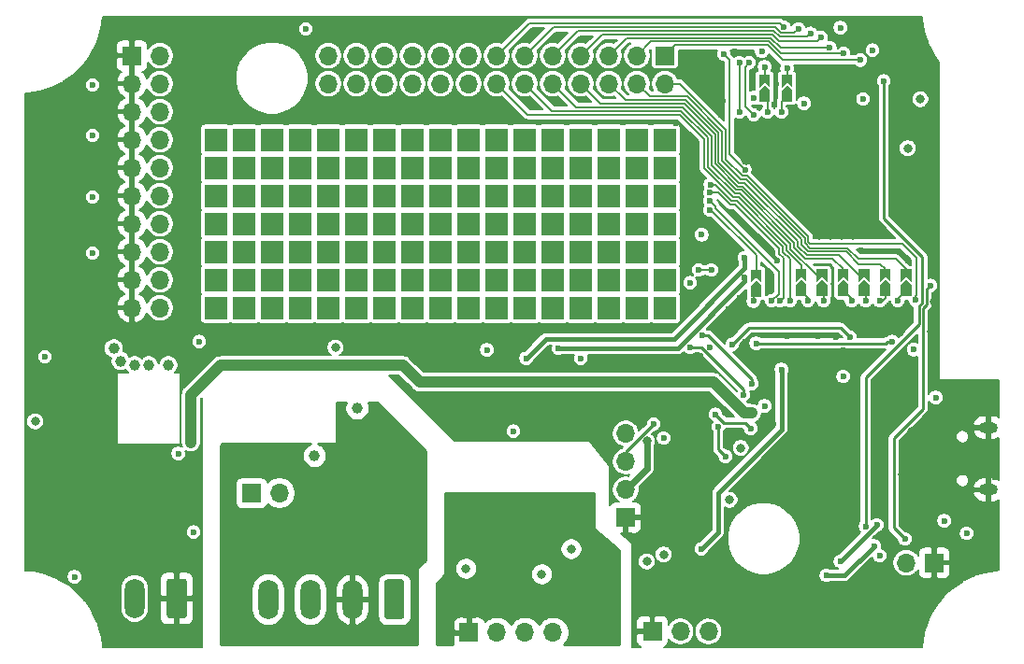
<source format=gbr>
%TF.GenerationSoftware,KiCad,Pcbnew,(5.1.6-0-10_14)*%
%TF.CreationDate,2020-11-01T12:10:01+02:00*%
%TF.ProjectId,SH-ESP32,53482d45-5350-4333-922e-6b696361645f,0.1.0*%
%TF.SameCoordinates,Original*%
%TF.FileFunction,Copper,L4,Bot*%
%TF.FilePolarity,Positive*%
%FSLAX46Y46*%
G04 Gerber Fmt 4.6, Leading zero omitted, Abs format (unit mm)*
G04 Created by KiCad (PCBNEW (5.1.6-0-10_14)) date 2020-11-01 12:10:01*
%MOMM*%
%LPD*%
G01*
G04 APERTURE LIST*
%TA.AperFunction,SMDPad,CuDef*%
%ADD10C,0.100000*%
%TD*%
%TA.AperFunction,ComponentPad*%
%ADD11R,2.100000X2.100000*%
%TD*%
%TA.AperFunction,ComponentPad*%
%ADD12O,1.700000X1.700000*%
%TD*%
%TA.AperFunction,ComponentPad*%
%ADD13R,1.700000X1.700000*%
%TD*%
%TA.AperFunction,ComponentPad*%
%ADD14O,1.700000X1.000000*%
%TD*%
%TA.AperFunction,ComponentPad*%
%ADD15O,1.800000X3.600000*%
%TD*%
%TA.AperFunction,ViaPad*%
%ADD16C,0.600000*%
%TD*%
%TA.AperFunction,ViaPad*%
%ADD17C,0.800000*%
%TD*%
%TA.AperFunction,ViaPad*%
%ADD18C,1.000000*%
%TD*%
%TA.AperFunction,ViaPad*%
%ADD19C,0.450000*%
%TD*%
%TA.AperFunction,Conductor*%
%ADD20C,0.200000*%
%TD*%
%TA.AperFunction,Conductor*%
%ADD21C,1.000000*%
%TD*%
%TA.AperFunction,Conductor*%
%ADD22C,0.250000*%
%TD*%
%TA.AperFunction,Conductor*%
%ADD23C,0.400000*%
%TD*%
%TA.AperFunction,Conductor*%
%ADD24C,0.600000*%
%TD*%
%TA.AperFunction,Conductor*%
%ADD25C,0.254000*%
%TD*%
G04 APERTURE END LIST*
%TA.AperFunction,SMDPad,CuDef*%
D10*
%TO.P,JP209,2*%
%TO.N,/ESP32/IO27_C*%
G36*
X156837000Y-62681000D02*
G01*
X156837000Y-63831000D01*
X156337000Y-63331000D01*
X155837000Y-63831000D01*
X155837000Y-62681000D01*
X156837000Y-62681000D01*
G37*
%TD.AperFunction*%
%TA.AperFunction,SMDPad,CuDef*%
%TO.P,JP209,1*%
%TO.N,/ESP32/IO27*%
G36*
X156337000Y-63606000D02*
G01*
X156837000Y-64106000D01*
X156837000Y-65106000D01*
X155837000Y-65106000D01*
X155837000Y-64106000D01*
X156337000Y-63606000D01*
G37*
%TD.AperFunction*%
%TD*%
%TA.AperFunction,SMDPad,CuDef*%
%TO.P,JP208,2*%
%TO.N,/ESP32/IO26_C*%
G36*
X158869000Y-62681000D02*
G01*
X158869000Y-63831000D01*
X158369000Y-63331000D01*
X157869000Y-63831000D01*
X157869000Y-62681000D01*
X158869000Y-62681000D01*
G37*
%TD.AperFunction*%
%TA.AperFunction,SMDPad,CuDef*%
%TO.P,JP208,1*%
%TO.N,/ESP32/IO26*%
G36*
X158369000Y-63606000D02*
G01*
X158869000Y-64106000D01*
X158869000Y-65106000D01*
X157869000Y-65106000D01*
X157869000Y-64106000D01*
X158369000Y-63606000D01*
G37*
%TD.AperFunction*%
%TD*%
%TA.AperFunction,SMDPad,CuDef*%
%TO.P,JP207,2*%
%TO.N,/ESP32/IO4_C*%
G36*
X156075000Y-80371000D02*
G01*
X156075000Y-81521000D01*
X155575000Y-81021000D01*
X155075000Y-81521000D01*
X155075000Y-80371000D01*
X156075000Y-80371000D01*
G37*
%TD.AperFunction*%
%TA.AperFunction,SMDPad,CuDef*%
%TO.P,JP207,1*%
%TO.N,/ESP32/IO4*%
G36*
X155575000Y-81296000D02*
G01*
X156075000Y-81796000D01*
X156075000Y-82796000D01*
X155075000Y-82796000D01*
X155075000Y-81796000D01*
X155575000Y-81296000D01*
G37*
%TD.AperFunction*%
%TD*%
%TA.AperFunction,SMDPad,CuDef*%
%TO.P,JP206,2*%
%TO.N,/ESP32/IO18_C*%
G36*
X160139000Y-80334000D02*
G01*
X160139000Y-81484000D01*
X159639000Y-80984000D01*
X159139000Y-81484000D01*
X159139000Y-80334000D01*
X160139000Y-80334000D01*
G37*
%TD.AperFunction*%
%TA.AperFunction,SMDPad,CuDef*%
%TO.P,JP206,1*%
%TO.N,/ESP32/IO18*%
G36*
X159639000Y-81259000D02*
G01*
X160139000Y-81759000D01*
X160139000Y-82759000D01*
X159139000Y-82759000D01*
X159139000Y-81759000D01*
X159639000Y-81259000D01*
G37*
%TD.AperFunction*%
%TD*%
%TA.AperFunction,SMDPad,CuDef*%
%TO.P,JP205,2*%
%TO.N,/ESP32/IO19_C*%
G36*
X162044000Y-80334000D02*
G01*
X162044000Y-81484000D01*
X161544000Y-80984000D01*
X161044000Y-81484000D01*
X161044000Y-80334000D01*
X162044000Y-80334000D01*
G37*
%TD.AperFunction*%
%TA.AperFunction,SMDPad,CuDef*%
%TO.P,JP205,1*%
%TO.N,/ESP32/IO19*%
G36*
X161544000Y-81259000D02*
G01*
X162044000Y-81759000D01*
X162044000Y-82759000D01*
X161044000Y-82759000D01*
X161044000Y-81759000D01*
X161544000Y-81259000D01*
G37*
%TD.AperFunction*%
%TD*%
%TA.AperFunction,SMDPad,CuDef*%
%TO.P,JP204,2*%
%TO.N,/ESP32/IO21_C*%
G36*
X163949000Y-80334000D02*
G01*
X163949000Y-81484000D01*
X163449000Y-80984000D01*
X162949000Y-81484000D01*
X162949000Y-80334000D01*
X163949000Y-80334000D01*
G37*
%TD.AperFunction*%
%TA.AperFunction,SMDPad,CuDef*%
%TO.P,JP204,1*%
%TO.N,/ESP32/IO21*%
G36*
X163449000Y-81259000D02*
G01*
X163949000Y-81759000D01*
X163949000Y-82759000D01*
X162949000Y-82759000D01*
X162949000Y-81759000D01*
X163449000Y-81259000D01*
G37*
%TD.AperFunction*%
%TD*%
%TA.AperFunction,SMDPad,CuDef*%
%TO.P,JP203,2*%
%TO.N,/ESP32/RXD0_C*%
G36*
X165854000Y-80334000D02*
G01*
X165854000Y-81484000D01*
X165354000Y-80984000D01*
X164854000Y-81484000D01*
X164854000Y-80334000D01*
X165854000Y-80334000D01*
G37*
%TD.AperFunction*%
%TA.AperFunction,SMDPad,CuDef*%
%TO.P,JP203,1*%
%TO.N,/ESP32/RXD0*%
G36*
X165354000Y-81259000D02*
G01*
X165854000Y-81759000D01*
X165854000Y-82759000D01*
X164854000Y-82759000D01*
X164854000Y-81759000D01*
X165354000Y-81259000D01*
G37*
%TD.AperFunction*%
%TD*%
%TA.AperFunction,SMDPad,CuDef*%
%TO.P,JP202,2*%
%TO.N,/ESP32/TXD0_C*%
G36*
X167759000Y-80334000D02*
G01*
X167759000Y-81484000D01*
X167259000Y-80984000D01*
X166759000Y-81484000D01*
X166759000Y-80334000D01*
X167759000Y-80334000D01*
G37*
%TD.AperFunction*%
%TA.AperFunction,SMDPad,CuDef*%
%TO.P,JP202,1*%
%TO.N,/ESP32/TXD0*%
G36*
X167259000Y-81259000D02*
G01*
X167759000Y-81759000D01*
X167759000Y-82759000D01*
X166759000Y-82759000D01*
X166759000Y-81759000D01*
X167259000Y-81259000D01*
G37*
%TD.AperFunction*%
%TD*%
%TA.AperFunction,SMDPad,CuDef*%
%TO.P,JP201,2*%
%TO.N,/ESP32/IO22_C*%
G36*
X169664000Y-80334000D02*
G01*
X169664000Y-81484000D01*
X169164000Y-80984000D01*
X168664000Y-81484000D01*
X168664000Y-80334000D01*
X169664000Y-80334000D01*
G37*
%TD.AperFunction*%
%TA.AperFunction,SMDPad,CuDef*%
%TO.P,JP201,1*%
%TO.N,/ESP32/IO22*%
G36*
X169164000Y-81259000D02*
G01*
X169664000Y-81759000D01*
X169664000Y-82759000D01*
X168664000Y-82759000D01*
X168664000Y-81759000D01*
X169164000Y-81259000D01*
G37*
%TD.AperFunction*%
%TD*%
D11*
%TO.P,REF\u002A\u002A,1*%
%TO.N,N/C*%
X109220000Y-68580000D03*
%TD*%
%TO.P,REF\u002A\u002A,1*%
%TO.N,N/C*%
X106680000Y-68580000D03*
%TD*%
%TO.P,REF\u002A\u002A,1*%
%TO.N,N/C*%
X147320000Y-68580000D03*
%TD*%
%TO.P,REF\u002A\u002A,1*%
%TO.N,N/C*%
X147320000Y-71120000D03*
%TD*%
%TO.P,REF\u002A\u002A,1*%
%TO.N,N/C*%
X144780000Y-68580000D03*
%TD*%
%TO.P,REF\u002A\u002A,1*%
%TO.N,N/C*%
X147320000Y-76200000D03*
%TD*%
%TO.P,REF\u002A\u002A,1*%
%TO.N,N/C*%
X147320000Y-78740000D03*
%TD*%
%TO.P,REF\u002A\u002A,1*%
%TO.N,N/C*%
X147320000Y-81280000D03*
%TD*%
%TO.P,REF\u002A\u002A,1*%
%TO.N,N/C*%
X147320000Y-73660000D03*
%TD*%
%TO.P,REF\u002A\u002A,1*%
%TO.N,N/C*%
X147320000Y-83820000D03*
%TD*%
%TO.P,REF\u002A\u002A,1*%
%TO.N,N/C*%
X124460000Y-68580000D03*
%TD*%
%TO.P,REF\u002A\u002A,1*%
%TO.N,N/C*%
X114300000Y-68580000D03*
%TD*%
%TO.P,REF\u002A\u002A,1*%
%TO.N,N/C*%
X132080000Y-68580000D03*
%TD*%
%TO.P,REF\u002A\u002A,1*%
%TO.N,N/C*%
X127000000Y-68580000D03*
%TD*%
%TO.P,REF\u002A\u002A,1*%
%TO.N,N/C*%
X129540000Y-68580000D03*
%TD*%
%TO.P,REF\u002A\u002A,1*%
%TO.N,N/C*%
X119380000Y-68580000D03*
%TD*%
%TO.P,REF\u002A\u002A,1*%
%TO.N,N/C*%
X139700000Y-68580000D03*
%TD*%
%TO.P,REF\u002A\u002A,1*%
%TO.N,N/C*%
X137160000Y-68580000D03*
%TD*%
%TO.P,REF\u002A\u002A,1*%
%TO.N,N/C*%
X116840000Y-68580000D03*
%TD*%
%TO.P,REF\u002A\u002A,1*%
%TO.N,N/C*%
X111760000Y-68580000D03*
%TD*%
%TO.P,REF\u002A\u002A,1*%
%TO.N,N/C*%
X134620000Y-68580000D03*
%TD*%
%TO.P,REF\u002A\u002A,1*%
%TO.N,N/C*%
X121920000Y-68580000D03*
%TD*%
%TO.P,REF\u002A\u002A,1*%
%TO.N,N/C*%
X142240000Y-68580000D03*
%TD*%
%TO.P,REF\u002A\u002A,1*%
%TO.N,N/C*%
X121920000Y-83820000D03*
%TD*%
%TO.P,REF\u002A\u002A,1*%
%TO.N,N/C*%
X109220000Y-83820000D03*
%TD*%
%TO.P,REF\u002A\u002A,1*%
%TO.N,N/C*%
X111760000Y-83820000D03*
%TD*%
%TO.P,REF\u002A\u002A,1*%
%TO.N,N/C*%
X127000000Y-83820000D03*
%TD*%
%TO.P,REF\u002A\u002A,1*%
%TO.N,N/C*%
X134620000Y-83820000D03*
%TD*%
%TO.P,REF\u002A\u002A,1*%
%TO.N,N/C*%
X119380000Y-83820000D03*
%TD*%
%TO.P,REF\u002A\u002A,1*%
%TO.N,N/C*%
X137160000Y-83820000D03*
%TD*%
%TO.P,REF\u002A\u002A,1*%
%TO.N,N/C*%
X139700000Y-83820000D03*
%TD*%
%TO.P,REF\u002A\u002A,1*%
%TO.N,N/C*%
X142240000Y-83820000D03*
%TD*%
%TO.P,REF\u002A\u002A,1*%
%TO.N,N/C*%
X144780000Y-83820000D03*
%TD*%
%TO.P,REF\u002A\u002A,1*%
%TO.N,N/C*%
X124460000Y-83820000D03*
%TD*%
%TO.P,REF\u002A\u002A,1*%
%TO.N,N/C*%
X106680000Y-83820000D03*
%TD*%
%TO.P,REF\u002A\u002A,1*%
%TO.N,N/C*%
X114300000Y-83820000D03*
%TD*%
%TO.P,REF\u002A\u002A,1*%
%TO.N,N/C*%
X116840000Y-83820000D03*
%TD*%
%TO.P,REF\u002A\u002A,1*%
%TO.N,N/C*%
X132080000Y-83820000D03*
%TD*%
%TO.P,REF\u002A\u002A,1*%
%TO.N,N/C*%
X129540000Y-83820000D03*
%TD*%
%TO.P,REF\u002A\u002A,1*%
%TO.N,N/C*%
X114300000Y-73660000D03*
%TD*%
%TO.P,REF\u002A\u002A,1*%
%TO.N,N/C*%
X111760000Y-71120000D03*
%TD*%
%TO.P,REF\u002A\u002A,1*%
%TO.N,N/C*%
X111760000Y-76200000D03*
%TD*%
%TO.P,REF\u002A\u002A,1*%
%TO.N,N/C*%
X124460000Y-76200000D03*
%TD*%
%TO.P,REF\u002A\u002A,1*%
%TO.N,N/C*%
X106680000Y-71120000D03*
%TD*%
%TO.P,REF\u002A\u002A,1*%
%TO.N,N/C*%
X106680000Y-81280000D03*
%TD*%
%TO.P,REF\u002A\u002A,1*%
%TO.N,N/C*%
X106680000Y-76200000D03*
%TD*%
%TO.P,REF\u002A\u002A,1*%
%TO.N,N/C*%
X106680000Y-78740000D03*
%TD*%
%TO.P,REF\u002A\u002A,1*%
%TO.N,N/C*%
X109220000Y-76200000D03*
%TD*%
%TO.P,REF\u002A\u002A,1*%
%TO.N,N/C*%
X109220000Y-78740000D03*
%TD*%
%TO.P,REF\u002A\u002A,1*%
%TO.N,N/C*%
X109220000Y-71120000D03*
%TD*%
%TO.P,REF\u002A\u002A,1*%
%TO.N,N/C*%
X109220000Y-73660000D03*
%TD*%
%TO.P,REF\u002A\u002A,1*%
%TO.N,N/C*%
X106680000Y-73660000D03*
%TD*%
%TO.P,REF\u002A\u002A,1*%
%TO.N,N/C*%
X114300000Y-76200000D03*
%TD*%
%TO.P,REF\u002A\u002A,1*%
%TO.N,N/C*%
X114300000Y-78740000D03*
%TD*%
%TO.P,REF\u002A\u002A,1*%
%TO.N,N/C*%
X111760000Y-73660000D03*
%TD*%
%TO.P,REF\u002A\u002A,1*%
%TO.N,N/C*%
X114300000Y-81280000D03*
%TD*%
%TO.P,REF\u002A\u002A,1*%
%TO.N,N/C*%
X111760000Y-78740000D03*
%TD*%
%TO.P,REF\u002A\u002A,1*%
%TO.N,N/C*%
X124460000Y-78740000D03*
%TD*%
%TO.P,REF\u002A\u002A,1*%
%TO.N,N/C*%
X116840000Y-81280000D03*
%TD*%
%TO.P,REF\u002A\u002A,1*%
%TO.N,N/C*%
X116840000Y-76200000D03*
%TD*%
%TO.P,REF\u002A\u002A,1*%
%TO.N,N/C*%
X116840000Y-78740000D03*
%TD*%
%TO.P,REF\u002A\u002A,1*%
%TO.N,N/C*%
X119380000Y-76200000D03*
%TD*%
%TO.P,REF\u002A\u002A,1*%
%TO.N,N/C*%
X119380000Y-78740000D03*
%TD*%
%TO.P,REF\u002A\u002A,1*%
%TO.N,N/C*%
X119380000Y-71120000D03*
%TD*%
%TO.P,REF\u002A\u002A,1*%
%TO.N,N/C*%
X119380000Y-73660000D03*
%TD*%
%TO.P,REF\u002A\u002A,1*%
%TO.N,N/C*%
X116840000Y-73660000D03*
%TD*%
%TO.P,REF\u002A\u002A,1*%
%TO.N,N/C*%
X116840000Y-71120000D03*
%TD*%
%TO.P,REF\u002A\u002A,1*%
%TO.N,N/C*%
X119380000Y-81280000D03*
%TD*%
%TO.P,REF\u002A\u002A,1*%
%TO.N,N/C*%
X121920000Y-76200000D03*
%TD*%
%TO.P,REF\u002A\u002A,1*%
%TO.N,N/C*%
X121920000Y-78740000D03*
%TD*%
%TO.P,REF\u002A\u002A,1*%
%TO.N,N/C*%
X121920000Y-81280000D03*
%TD*%
%TO.P,REF\u002A\u002A,1*%
%TO.N,N/C*%
X121920000Y-73660000D03*
%TD*%
%TO.P,REF\u002A\u002A,1*%
%TO.N,N/C*%
X121920000Y-71120000D03*
%TD*%
%TO.P,REF\u002A\u002A,1*%
%TO.N,N/C*%
X124460000Y-81280000D03*
%TD*%
%TO.P,REF\u002A\u002A,1*%
%TO.N,N/C*%
X124460000Y-73660000D03*
%TD*%
%TO.P,REF\u002A\u002A,1*%
%TO.N,N/C*%
X114300000Y-71120000D03*
%TD*%
%TO.P,REF\u002A\u002A,1*%
%TO.N,N/C*%
X111760000Y-81280000D03*
%TD*%
%TO.P,REF\u002A\u002A,1*%
%TO.N,N/C*%
X109220000Y-81280000D03*
%TD*%
%TO.P,REF\u002A\u002A,1*%
%TO.N,N/C*%
X124460000Y-71120000D03*
%TD*%
%TO.P,REF\u002A\u002A,1*%
%TO.N,N/C*%
X134620000Y-76200000D03*
%TD*%
%TO.P,REF\u002A\u002A,1*%
%TO.N,N/C*%
X134620000Y-78740000D03*
%TD*%
%TO.P,REF\u002A\u002A,1*%
%TO.N,N/C*%
X127000000Y-81280000D03*
%TD*%
%TO.P,REF\u002A\u002A,1*%
%TO.N,N/C*%
X127000000Y-76200000D03*
%TD*%
%TO.P,REF\u002A\u002A,1*%
%TO.N,N/C*%
X127000000Y-78740000D03*
%TD*%
%TO.P,REF\u002A\u002A,1*%
%TO.N,N/C*%
X129540000Y-76200000D03*
%TD*%
%TO.P,REF\u002A\u002A,1*%
%TO.N,N/C*%
X129540000Y-78740000D03*
%TD*%
%TO.P,REF\u002A\u002A,1*%
%TO.N,N/C*%
X129540000Y-71120000D03*
%TD*%
%TO.P,REF\u002A\u002A,1*%
%TO.N,N/C*%
X129540000Y-73660000D03*
%TD*%
%TO.P,REF\u002A\u002A,1*%
%TO.N,N/C*%
X127000000Y-73660000D03*
%TD*%
%TO.P,REF\u002A\u002A,1*%
%TO.N,N/C*%
X127000000Y-71120000D03*
%TD*%
%TO.P,REF\u002A\u002A,1*%
%TO.N,N/C*%
X129540000Y-81280000D03*
%TD*%
%TO.P,REF\u002A\u002A,1*%
%TO.N,N/C*%
X132080000Y-76200000D03*
%TD*%
%TO.P,REF\u002A\u002A,1*%
%TO.N,N/C*%
X132080000Y-78740000D03*
%TD*%
%TO.P,REF\u002A\u002A,1*%
%TO.N,N/C*%
X132080000Y-81280000D03*
%TD*%
%TO.P,REF\u002A\u002A,1*%
%TO.N,N/C*%
X132080000Y-73660000D03*
%TD*%
%TO.P,REF\u002A\u002A,1*%
%TO.N,N/C*%
X132080000Y-71120000D03*
%TD*%
%TO.P,REF\u002A\u002A,1*%
%TO.N,N/C*%
X134620000Y-81280000D03*
%TD*%
%TO.P,REF\u002A\u002A,1*%
%TO.N,N/C*%
X134620000Y-73660000D03*
%TD*%
%TO.P,REF\u002A\u002A,1*%
%TO.N,N/C*%
X134620000Y-71120000D03*
%TD*%
%TO.P,REF\u002A\u002A,1*%
%TO.N,N/C*%
X139700000Y-76200000D03*
%TD*%
%TO.P,REF\u002A\u002A,1*%
%TO.N,N/C*%
X139700000Y-78740000D03*
%TD*%
%TO.P,REF\u002A\u002A,1*%
%TO.N,N/C*%
X137160000Y-76200000D03*
%TD*%
%TO.P,REF\u002A\u002A,1*%
%TO.N,N/C*%
X137160000Y-78740000D03*
%TD*%
%TO.P,REF\u002A\u002A,1*%
%TO.N,N/C*%
X137160000Y-81280000D03*
%TD*%
%TO.P,REF\u002A\u002A,1*%
%TO.N,N/C*%
X137160000Y-73660000D03*
%TD*%
%TO.P,REF\u002A\u002A,1*%
%TO.N,N/C*%
X137160000Y-71120000D03*
%TD*%
%TO.P,REF\u002A\u002A,1*%
%TO.N,N/C*%
X139700000Y-81280000D03*
%TD*%
%TO.P,REF\u002A\u002A,1*%
%TO.N,N/C*%
X139700000Y-73660000D03*
%TD*%
%TO.P,REF\u002A\u002A,1*%
%TO.N,N/C*%
X139700000Y-71120000D03*
%TD*%
%TO.P,REF\u002A\u002A,1*%
%TO.N,N/C*%
X142240000Y-76200000D03*
%TD*%
%TO.P,REF\u002A\u002A,1*%
%TO.N,N/C*%
X142240000Y-78740000D03*
%TD*%
%TO.P,REF\u002A\u002A,1*%
%TO.N,N/C*%
X142240000Y-81280000D03*
%TD*%
%TO.P,REF\u002A\u002A,1*%
%TO.N,N/C*%
X142240000Y-73660000D03*
%TD*%
%TO.P,REF\u002A\u002A,1*%
%TO.N,N/C*%
X142240000Y-71120000D03*
%TD*%
%TO.P,REF\u002A\u002A,1*%
%TO.N,N/C*%
X144780000Y-73660000D03*
%TD*%
%TO.P,REF\u002A\u002A,1*%
%TO.N,N/C*%
X144780000Y-71120000D03*
%TD*%
%TO.P,REF\u002A\u002A,1*%
%TO.N,N/C*%
X144780000Y-78740000D03*
%TD*%
%TO.P,REF\u002A\u002A,1*%
%TO.N,N/C*%
X144780000Y-76200000D03*
%TD*%
%TO.P,REF\u002A\u002A,1*%
%TO.N,N/C*%
X144780000Y-81280000D03*
%TD*%
D12*
%TO.P,J202,20*%
%TO.N,+3V3*%
X101600000Y-83820000D03*
%TO.P,J202,19*%
%TO.N,GND*%
X99060000Y-83820000D03*
%TO.P,J202,18*%
%TO.N,+3V3*%
X101600000Y-81280000D03*
%TO.P,J202,17*%
%TO.N,GND*%
X99060000Y-81280000D03*
%TO.P,J202,16*%
%TO.N,+3V3*%
X101600000Y-78740000D03*
%TO.P,J202,15*%
%TO.N,GND*%
X99060000Y-78740000D03*
%TO.P,J202,14*%
%TO.N,+3V3*%
X101600000Y-76200000D03*
%TO.P,J202,13*%
%TO.N,GND*%
X99060000Y-76200000D03*
%TO.P,J202,12*%
%TO.N,+3V3*%
X101600000Y-73660000D03*
%TO.P,J202,11*%
%TO.N,GND*%
X99060000Y-73660000D03*
%TO.P,J202,10*%
%TO.N,+3V3*%
X101600000Y-71120000D03*
%TO.P,J202,9*%
%TO.N,GND*%
X99060000Y-71120000D03*
%TO.P,J202,8*%
%TO.N,+3V3*%
X101600000Y-68580000D03*
%TO.P,J202,7*%
%TO.N,GND*%
X99060000Y-68580000D03*
%TO.P,J202,6*%
%TO.N,+3V3*%
X101600000Y-66040000D03*
%TO.P,J202,5*%
%TO.N,GND*%
X99060000Y-66040000D03*
%TO.P,J202,4*%
%TO.N,+3V3*%
X101600000Y-63500000D03*
%TO.P,J202,3*%
%TO.N,GND*%
X99060000Y-63500000D03*
%TO.P,J202,2*%
%TO.N,+3V3*%
X101600000Y-60960000D03*
D13*
%TO.P,J202,1*%
%TO.N,GND*%
X99060000Y-60960000D03*
%TD*%
D12*
%TO.P,J201,26*%
%TO.N,/ESP32/IO15*%
X116840000Y-63500000D03*
%TO.P,J201,25*%
%TO.N,/ESP32/IO13*%
X116840000Y-60960000D03*
%TO.P,J201,24*%
%TO.N,/LED*%
X119380000Y-63500000D03*
%TO.P,J201,23*%
%TO.N,/ESP32/IO12*%
X119380000Y-60960000D03*
%TO.P,J201,22*%
%TO.N,/ESP32/IO4_C*%
X121920000Y-63500000D03*
%TO.P,J201,21*%
%TO.N,/ESP32/IO14*%
X121920000Y-60960000D03*
%TO.P,J201,20*%
%TO.N,/ESP32/IO16*%
X124460000Y-63500000D03*
%TO.P,J201,19*%
%TO.N,/ESP32/IO27_C*%
X124460000Y-60960000D03*
%TO.P,J201,18*%
%TO.N,/ESP32/IO17*%
X127000000Y-63500000D03*
%TO.P,J201,17*%
%TO.N,/ESP32/IO26_C*%
X127000000Y-60960000D03*
%TO.P,J201,16*%
%TO.N,/ESP32/IO5*%
X129540000Y-63500000D03*
%TO.P,J201,15*%
%TO.N,/ESP32/IO25*%
X129540000Y-60960000D03*
%TO.P,J201,14*%
%TO.N,/ESP32/IO18_C*%
X132080000Y-63500000D03*
%TO.P,J201,13*%
%TO.N,/ESP32/IO33*%
X132080000Y-60960000D03*
%TO.P,J201,12*%
%TO.N,/ESP32/IO19_C*%
X134620000Y-63500000D03*
%TO.P,J201,11*%
%TO.N,/ESP32/IO32*%
X134620000Y-60960000D03*
%TO.P,J201,10*%
%TO.N,/ESP32/IO21_C*%
X137160000Y-63500000D03*
%TO.P,J201,9*%
%TO.N,/ESP32/IO35*%
X137160000Y-60960000D03*
%TO.P,J201,8*%
%TO.N,/ESP32/RXD0_C*%
X139700000Y-63500000D03*
%TO.P,J201,7*%
%TO.N,/ESP32/IO34*%
X139700000Y-60960000D03*
%TO.P,J201,6*%
%TO.N,/ESP32/TXD0_C*%
X142240000Y-63500000D03*
%TO.P,J201,5*%
%TO.N,/ESP32/SENSOR_VN*%
X142240000Y-60960000D03*
%TO.P,J201,4*%
%TO.N,/ESP32/IO22_C*%
X144780000Y-63500000D03*
%TO.P,J201,3*%
%TO.N,/ESP32/SENSOR_VP*%
X144780000Y-60960000D03*
%TO.P,J201,2*%
%TO.N,/ESP32/IO23*%
X147320000Y-63500000D03*
D13*
%TO.P,J201,1*%
%TO.N,/ESP32/EN*%
X147320000Y-60960000D03*
%TD*%
D12*
%TO.P,J203,2*%
%TO.N,USB_5V*%
X169164000Y-106934000D03*
D13*
%TO.P,J203,1*%
%TO.N,GND*%
X171704000Y-106934000D03*
%TD*%
D14*
%TO.P,J401,6*%
%TO.N,GND*%
X176594000Y-94663000D03*
X176594000Y-100313000D03*
%TD*%
D13*
%TO.P,JP601,1*%
%TO.N,/CAN bus/CAN_H*%
X109855000Y-100584000D03*
D12*
%TO.P,JP601,2*%
%TO.N,Net-(JP601-Pad2)*%
X112395000Y-100584000D03*
%TD*%
%TO.P,J301,1*%
%TO.N,GND*%
%TA.AperFunction,ComponentPad*%
G36*
G01*
X104024000Y-108622500D02*
X104024000Y-111722500D01*
G75*
G02*
X103774000Y-111972500I-250000J0D01*
G01*
X102474000Y-111972500D01*
G75*
G02*
X102224000Y-111722500I0J250000D01*
G01*
X102224000Y-108622500D01*
G75*
G02*
X102474000Y-108372500I250000J0D01*
G01*
X103774000Y-108372500D01*
G75*
G02*
X104024000Y-108622500I0J-250000D01*
G01*
G37*
%TD.AperFunction*%
D15*
%TO.P,J301,2*%
%TO.N,/Power input/Vin*%
X99314000Y-110172500D03*
%TD*%
%TO.P,J601,1*%
%TO.N,/CAN bus/CAN_12V*%
%TA.AperFunction,ComponentPad*%
G36*
G01*
X123709000Y-108686000D02*
X123709000Y-111786000D01*
G75*
G02*
X123459000Y-112036000I-250000J0D01*
G01*
X122159000Y-112036000D01*
G75*
G02*
X121909000Y-111786000I0J250000D01*
G01*
X121909000Y-108686000D01*
G75*
G02*
X122159000Y-108436000I250000J0D01*
G01*
X123459000Y-108436000D01*
G75*
G02*
X123709000Y-108686000I0J-250000D01*
G01*
G37*
%TD.AperFunction*%
%TO.P,J601,2*%
%TO.N,/CAN bus/CAN_GND*%
X118999000Y-110236000D03*
%TO.P,J601,3*%
%TO.N,/CAN bus/CAN_H*%
X115189000Y-110236000D03*
%TO.P,J601,4*%
%TO.N,/CAN bus/CAN_L*%
X111379000Y-110236000D03*
%TD*%
D13*
%TO.P,J702,1*%
%TO.N,GND*%
X143764000Y-102838000D03*
D12*
%TO.P,J702,2*%
%TO.N,/I2C/I2C_3V3*%
X143764000Y-100298000D03*
%TO.P,J702,3*%
%TO.N,/I2C/SDA_CONN*%
X143764000Y-97758000D03*
%TO.P,J702,4*%
%TO.N,/I2C/SCL_CONN*%
X143764000Y-95218000D03*
%TD*%
D13*
%TO.P,J801,1*%
%TO.N,GND*%
X146176001Y-113157000D03*
D12*
%TO.P,J801,2*%
%TO.N,/Onewire/Onewire_3V3*%
X148716001Y-113157000D03*
%TO.P,J801,3*%
%TO.N,/Onewire/DQ_CONN*%
X151256001Y-113157000D03*
%TD*%
%TO.P,J901,4*%
%TO.N,/Optocouplers/ISO_OUT_CONN*%
X137175000Y-113235000D03*
%TO.P,J901,3*%
%TO.N,/Optocouplers/ISO_IN_CONN*%
X134635000Y-113235000D03*
%TO.P,J901,2*%
%TO.N,/Optocouplers/V_ISO_CONN*%
X132095000Y-113235000D03*
D13*
%TO.P,J901,1*%
%TO.N,/Optocouplers/ISO_GND*%
X129555000Y-113235000D03*
%TD*%
D16*
%TO.N,GND*%
X176022000Y-96012000D03*
X177165000Y-96012000D03*
X177165000Y-96774000D03*
X176022000Y-96774000D03*
X174371000Y-93726000D03*
X173609000Y-93726000D03*
X173609000Y-100076000D03*
X174371000Y-101092000D03*
X173609000Y-101092000D03*
X177165000Y-99187000D03*
X177165000Y-98298000D03*
X176149000Y-98298000D03*
D17*
X161290000Y-77216000D03*
X162306000Y-77216000D03*
X163322000Y-77216000D03*
X164338000Y-77216000D03*
X164846000Y-76200000D03*
X163830000Y-76200000D03*
X162814000Y-76200000D03*
X161798000Y-76200000D03*
X161290000Y-75184000D03*
X162306000Y-75184000D03*
X163322000Y-75184000D03*
X164338000Y-75184000D03*
X161798000Y-74168000D03*
X162814000Y-74168000D03*
X163830000Y-74168000D03*
X164846000Y-74168000D03*
X164338000Y-73152000D03*
X163322000Y-73152000D03*
X162306000Y-73152000D03*
X161290000Y-73152000D03*
D16*
X147955000Y-97790000D03*
D17*
X173609000Y-102997000D03*
X173609000Y-106680000D03*
X169672000Y-94996000D03*
X165862000Y-107950000D03*
X159766000Y-106934000D03*
X169418000Y-112776000D03*
X163068000Y-112776000D03*
X160782000Y-112776000D03*
X154178000Y-112776000D03*
X151384000Y-111590002D03*
X146304000Y-111252000D03*
X153162000Y-102362000D03*
X151638000Y-97282000D03*
X143510000Y-91948000D03*
X171704000Y-84582000D03*
X170688000Y-69342000D03*
X170688000Y-66040000D03*
X171704000Y-67564000D03*
X93980000Y-89916000D03*
X92710000Y-91186000D03*
X94742000Y-91186000D03*
X94488000Y-94234000D03*
X93726000Y-94234000D03*
X94488000Y-92202000D03*
X90678000Y-97028000D03*
X92964000Y-97282000D03*
D16*
X90424000Y-93091000D03*
X95504000Y-103124000D03*
D17*
X94869000Y-105664000D03*
X94869000Y-104648000D03*
X94869000Y-103632000D03*
X91440000Y-105664000D03*
X91440000Y-104648000D03*
X91440000Y-103632000D03*
X100965000Y-104140000D03*
X151638000Y-98552000D03*
X162814000Y-92837000D03*
X172720000Y-96139000D03*
X168275000Y-63246000D03*
X168783000Y-98933004D03*
X152908000Y-106934000D03*
X150749000Y-104140000D03*
D18*
X154686000Y-70358000D03*
D17*
X168130990Y-93637454D03*
X150557089Y-92976945D03*
D19*
X170370500Y-97561400D03*
D17*
X171450000Y-85979000D03*
X171667506Y-83293408D03*
D16*
X100965000Y-97028000D03*
X157099000Y-94361000D03*
X147193000Y-93345000D03*
X163449000Y-87630000D03*
X149606000Y-79248000D03*
X152527000Y-65024000D03*
X153670000Y-60579000D03*
X160909000Y-58166000D03*
X164465000Y-59690000D03*
X147701000Y-103505000D03*
X95504000Y-81153000D03*
X95504000Y-76073000D03*
X95504000Y-70612000D03*
X95504000Y-65913000D03*
X112522000Y-58547000D03*
X91186000Y-90551000D03*
X95377000Y-107569000D03*
X171831000Y-94234000D03*
X105156000Y-89154000D03*
X102362000Y-104140000D03*
X159893000Y-62992000D03*
X133477000Y-87630000D03*
D17*
X94360994Y-87376000D03*
X170179998Y-103505000D03*
X108077000Y-87122000D03*
X109728000Y-87122004D03*
D16*
X150565038Y-88188896D03*
X129413000Y-93599000D03*
X136906000Y-94996000D03*
D17*
X149733000Y-82550000D03*
X120142000Y-87266010D03*
D16*
X137666864Y-88644864D03*
X133477000Y-93726000D03*
X131953000Y-91948000D03*
X132461000Y-89027000D03*
X125857000Y-88900000D03*
X126492000Y-92075000D03*
X123317000Y-90424000D03*
X122936000Y-87757000D03*
X105029000Y-99822000D03*
X102108000Y-102108000D03*
X96266000Y-107061000D03*
X97663000Y-100965000D03*
X95504000Y-98933000D03*
X96901000Y-96139000D03*
X99568000Y-97536000D03*
X95758000Y-90424000D03*
X95885000Y-91948000D03*
X108331000Y-66167000D03*
X108331000Y-58928000D03*
X116967000Y-66167000D03*
X118491000Y-66675000D03*
X146177000Y-85598000D03*
X156845000Y-80772000D03*
X154051000Y-82931000D03*
X152654000Y-86106000D03*
X154559000Y-86868000D03*
X162814000Y-86487000D03*
X166116000Y-86233000D03*
X168656000Y-86106000D03*
X168910000Y-88011000D03*
X169799000Y-92329000D03*
X169799000Y-88900000D03*
X167767000Y-90678000D03*
X167005000Y-104648000D03*
X168275000Y-108331000D03*
X161671000Y-102489000D03*
X159766000Y-102489000D03*
X158115000Y-100711000D03*
X156210000Y-98044000D03*
X157353000Y-110998000D03*
X157353000Y-108966000D03*
X165989000Y-109093000D03*
X166116000Y-110998000D03*
X146050000Y-99822000D03*
X142621000Y-99060000D03*
X140081000Y-95504000D03*
X144399000Y-93472000D03*
X137287000Y-91694000D03*
X137033000Y-89408000D03*
X141097000Y-89154000D03*
X144653000Y-89154000D03*
X147320000Y-89154000D03*
X149098000Y-91694000D03*
X157480000Y-79502000D03*
X158877000Y-69469000D03*
X167259000Y-77089000D03*
X166243000Y-69850000D03*
X168021000Y-69723000D03*
X165481000Y-63119000D03*
X169799000Y-58674000D03*
X170815000Y-63373000D03*
X152400000Y-66294000D03*
X150622000Y-62992000D03*
X148971000Y-61087000D03*
X115570000Y-62230000D03*
X120396000Y-58674000D03*
X120142000Y-65532000D03*
X122301000Y-65151000D03*
X122682000Y-58928000D03*
X124968000Y-59182000D03*
X123317000Y-62230000D03*
X120650000Y-62230000D03*
X118110000Y-62230000D03*
X125730000Y-62357000D03*
X128270000Y-62230000D03*
X130810000Y-62230000D03*
X133350000Y-62230000D03*
X135890000Y-62230000D03*
X138430000Y-62230000D03*
X140970000Y-62230000D03*
X143510000Y-62230000D03*
X146050000Y-62357000D03*
X97282000Y-58674000D03*
X100457000Y-64770000D03*
X100584000Y-62357000D03*
X100457000Y-67310000D03*
X100457000Y-69850000D03*
X100457000Y-72390000D03*
X100457000Y-74930000D03*
X100457000Y-77470000D03*
X100457000Y-80010000D03*
X100457000Y-82550000D03*
X100457000Y-85090000D03*
X128524000Y-95250000D03*
X142621000Y-96520000D03*
X154432000Y-100203000D03*
X155956000Y-100965000D03*
X149987000Y-114173000D03*
X147828000Y-111760000D03*
X173355000Y-104521000D03*
X176911000Y-90932000D03*
X162814000Y-59436000D03*
X90170000Y-84328000D03*
X90170000Y-76708000D03*
X90170000Y-67564000D03*
X90170000Y-65151000D03*
X96393000Y-60960000D03*
X93599000Y-64135000D03*
X104013000Y-58674000D03*
X117983000Y-57912000D03*
X173863000Y-108204000D03*
X177165000Y-107188000D03*
X177165000Y-101981000D03*
X173716999Y-94715001D03*
X161290000Y-97409000D03*
X164592000Y-92964000D03*
X164465000Y-90678000D03*
X162433000Y-90678000D03*
X158877000Y-92583000D03*
X158115000Y-96139000D03*
X158369000Y-86360000D03*
X158369000Y-88265000D03*
X160782000Y-88646000D03*
X161163000Y-86360000D03*
X155321000Y-92329000D03*
X154178000Y-95250000D03*
X150622000Y-89408000D03*
X151003000Y-91821000D03*
X146177000Y-88392000D03*
X104648000Y-84455000D03*
X104648000Y-77724000D03*
X104648000Y-71882000D03*
X104648000Y-66675000D03*
X148336000Y-67056000D03*
X165100000Y-78613000D03*
X169291000Y-79502000D03*
X159258000Y-74930000D03*
X163322000Y-69469000D03*
X160782000Y-65151000D03*
X157353000Y-63500000D03*
X157226000Y-65405000D03*
X155194000Y-63881000D03*
X140716000Y-91821000D03*
X155829000Y-88773000D03*
X159893000Y-104775000D03*
X169672000Y-101727000D03*
X172847000Y-92456000D03*
X162560000Y-83058000D03*
X155448000Y-69342000D03*
X155829000Y-65659000D03*
X159512000Y-62103000D03*
X157226000Y-69469000D03*
X157226000Y-72898000D03*
X156464000Y-78232000D03*
X151130000Y-82423000D03*
X151257000Y-75946000D03*
X151511000Y-79121000D03*
X155067000Y-76835000D03*
X100076000Y-101600000D03*
X98044000Y-105283000D03*
X97536000Y-104013000D03*
X99822000Y-106680000D03*
X92329000Y-95377000D03*
X96012000Y-93980000D03*
X101473000Y-88011000D03*
X98933000Y-87376000D03*
X103632000Y-89408000D03*
X153035000Y-83947000D03*
X151765000Y-85344000D03*
X112776000Y-85598000D03*
D18*
%TO.N,+3V3*%
X98044000Y-88646000D03*
D17*
X90297000Y-94107000D03*
X145669000Y-106807000D03*
X153162000Y-101219000D03*
X154178000Y-96520000D03*
X170434000Y-64897000D03*
X169291000Y-69342000D03*
D16*
X174625000Y-104267000D03*
D17*
X147193000Y-106172000D03*
D18*
X99314010Y-89027010D03*
X100584000Y-89027002D03*
X102362004Y-89026996D03*
D16*
X165246010Y-64897818D03*
X103251000Y-97028000D03*
X156337000Y-92710000D03*
X147193000Y-95631000D03*
X166751000Y-106299000D03*
X172593000Y-103124000D03*
X169821992Y-87607008D03*
X163449000Y-90043020D03*
X149606000Y-81534000D03*
X156083000Y-60579000D03*
X163195000Y-58420000D03*
X166116000Y-60452000D03*
X95504000Y-78867000D03*
X95504000Y-73787000D03*
X95504000Y-68199000D03*
X95504000Y-63627000D03*
X114808000Y-58547000D03*
X91186000Y-88265000D03*
X171831000Y-91948000D03*
X105156000Y-86868000D03*
X104648000Y-104140000D03*
X159893000Y-65278000D03*
X131191000Y-87630000D03*
D18*
X97408994Y-87503000D03*
D17*
X117476000Y-87422006D03*
D16*
X151349245Y-87375479D03*
X139700000Y-88392004D03*
X133604000Y-94996000D03*
X155321000Y-64770008D03*
X150646000Y-77193691D03*
X93853000Y-108204000D03*
%TO.N,/ESP32/EN*%
X165000006Y-61361999D03*
D18*
%TO.N,USB_5V*%
X104394000Y-96012000D03*
X155194000Y-93345000D03*
D16*
%TO.N,/BOOT*%
X155067000Y-94742000D03*
X151892000Y-93472000D03*
%TO.N,/RESET*%
X166243000Y-105410000D03*
X161925000Y-108077000D03*
X165481000Y-103632000D03*
X167132000Y-63246000D03*
%TO.N,/CAN bus/CAN_GND*%
X111760000Y-106934000D03*
D18*
X125222000Y-105918000D03*
X125222000Y-104394000D03*
X121412000Y-105664000D03*
X121412000Y-103886000D03*
X124460000Y-103124000D03*
X122682000Y-103124000D03*
D17*
X118110000Y-98044000D03*
X121158000Y-94488000D03*
X114808000Y-99568000D03*
X109728000Y-97282000D03*
X108204000Y-97282000D03*
X113411000Y-105664000D03*
D16*
X108839000Y-105537000D03*
X107696000Y-113538000D03*
X124206000Y-113792000D03*
X117094000Y-107569000D03*
X113665000Y-107950000D03*
X113411000Y-102489000D03*
X115697000Y-101600000D03*
X112776000Y-97282000D03*
X121920000Y-98425000D03*
X124968000Y-97155000D03*
X107442000Y-100965000D03*
X113284000Y-111252000D03*
X123317000Y-107315000D03*
X117983000Y-92710000D03*
D18*
%TO.N,/CAN bus/CAN_5V*%
X115570000Y-97218500D03*
X119443500Y-92900500D03*
D17*
%TO.N,/I2C/I2C_3V3*%
X145685541Y-95901541D03*
D16*
%TO.N,/I2C/SDA_CONN*%
X146304000Y-94361000D03*
%TO.N,/SDA*%
X152781000Y-97282000D03*
X152146000Y-94615000D03*
%TO.N,/DQ*%
X150622000Y-105664000D03*
X157861000Y-89408000D03*
D17*
%TO.N,/Optocouplers/V_ISO*%
X136144000Y-107950000D03*
X129286000Y-107442000D03*
X138811000Y-105664000D03*
%TO.N,/Optocouplers/ISO_GND*%
X136398000Y-105664000D03*
X128524000Y-106172000D03*
X132080000Y-111506000D03*
X127508000Y-111506000D03*
X138938000Y-111506000D03*
X140208000Y-110490000D03*
D16*
X137668000Y-102616000D03*
D17*
X136906000Y-103886000D03*
X140335000Y-108204000D03*
D16*
X127889000Y-101219000D03*
X132842000Y-101219000D03*
X140081000Y-101346000D03*
X140335000Y-103124000D03*
X142494000Y-109093000D03*
X142875000Y-112903000D03*
X135890000Y-111760000D03*
X127254000Y-113919000D03*
X134366000Y-105029000D03*
X138303000Y-104267000D03*
X130810000Y-105156000D03*
%TO.N,/ESP32/SENSOR_VP*%
X163500006Y-60750000D03*
%TO.N,/ESP32/SENSOR_VN*%
X162250000Y-60250000D03*
%TO.N,/ESP32/IO34*%
X161438616Y-59311386D03*
%TO.N,/ESP32/IO35*%
X160528004Y-58928000D03*
%TO.N,/ESP32/IO32*%
X159403610Y-58528390D03*
%TO.N,/ESP32/IO26*%
X157861000Y-66040000D03*
%TO.N,/ESP32/IO27*%
X156591000Y-66040000D03*
X154499528Y-79267010D03*
%TO.N,/ESP32/IO12*%
X154051000Y-66040000D03*
X154051002Y-61595000D03*
%TO.N,/ESP32/IO13*%
X154555586Y-71302292D03*
X152654000Y-60833000D03*
%TO.N,/ESP32/IO15*%
X151511000Y-80391000D03*
X150368000Y-80391000D03*
%TO.N,/LED*%
X171323000Y-81788000D03*
X169037000Y-104775000D03*
%TO.N,/ESP32/IO4*%
X155332999Y-83197003D03*
%TO.N,/ESP32/IO16*%
X156972000Y-83185000D03*
%TO.N,/ESP32/IO17*%
X157734000Y-83185000D03*
%TO.N,/ESP32/IO5*%
X158623000Y-83185000D03*
%TO.N,/ESP32/IO18*%
X160274000Y-83185000D03*
%TO.N,/ESP32/IO19*%
X161671000Y-83185000D03*
%TO.N,/ESP32/IO21*%
X153416000Y-87122000D03*
X164084000Y-86487000D03*
X164211000Y-83185000D03*
%TO.N,/ESP32/RXD0*%
X165481000Y-83185000D03*
%TO.N,/ESP32/TXD0*%
X166751000Y-83185000D03*
%TO.N,/ESP32/IO22*%
X167894000Y-86868000D03*
X155575000Y-87039010D03*
X168402000Y-83185000D03*
%TO.N,/ESP32/IO23*%
X170032402Y-83119122D03*
%TO.N,Net-(Q401-Pad1)*%
X166497000Y-103505000D03*
X163195000Y-106807000D03*
%TO.N,/ESP32/IO33*%
X158082793Y-58387793D03*
%TO.N,/ESP32/IO26*%
X137667998Y-87503000D03*
X154539264Y-81086733D03*
%TO.N,/ESP32/IO27*%
X134747003Y-88392003D03*
%TO.N,/ESP32/IO14*%
X155351859Y-66337520D03*
X154940000Y-61595000D03*
%TO.N,/ESP32/IO16*%
X151403660Y-74148334D03*
%TO.N,/ESP32/IO17*%
X151395321Y-73394689D03*
%TO.N,/ESP32/IO5*%
X151441054Y-72644000D03*
%TO.N,/CAN_RX*%
X154432000Y-91694000D03*
X149571288Y-87408439D03*
%TO.N,/CAN_TX*%
X155194000Y-90678000D03*
X150684364Y-86295364D03*
%TO.N,/ESP32/IO4_C*%
X151367403Y-74935908D03*
%TO.N,/ESP32/IO27_C*%
X156337000Y-61976004D03*
%TO.N,/ESP32/IO26_C*%
X158369000Y-62103004D03*
%TD*%
D20*
%TO.N,/ESP32/EN*%
X148278934Y-60001066D02*
X156603794Y-60001066D01*
X147320000Y-60960000D02*
X148278934Y-60001066D01*
X157964727Y-61361999D02*
X164575742Y-61361999D01*
X164575742Y-61361999D02*
X165000006Y-61361999D01*
X156603794Y-60001066D02*
X157964727Y-61361999D01*
D21*
%TO.N,USB_5V*%
X154486894Y-93345000D02*
X155194000Y-93345000D01*
X151692894Y-90551000D02*
X154486894Y-93345000D01*
X107061000Y-89027000D02*
X123571000Y-89027000D01*
X123571000Y-89027000D02*
X125095000Y-90551000D01*
X104394000Y-91694000D02*
X107061000Y-89027000D01*
X125095000Y-90551000D02*
X151692894Y-90551000D01*
X104394000Y-96012000D02*
X104394000Y-91694000D01*
D22*
%TO.N,/BOOT*%
X152654000Y-94234000D02*
X151892000Y-93472000D01*
X154559000Y-94234000D02*
X152654000Y-94234000D01*
X155067000Y-94742000D02*
X154559000Y-94234000D01*
D23*
%TO.N,/RESET*%
X163576000Y-108077000D02*
X161925000Y-108077000D01*
X166243000Y-105410000D02*
X163576000Y-108077000D01*
D22*
X167132000Y-63670264D02*
X167132000Y-63246000D01*
X167132000Y-75702182D02*
X167132000Y-63670264D01*
X170310137Y-83707369D02*
X170638487Y-83379019D01*
X170310137Y-85315689D02*
X170310137Y-83707369D01*
X165481000Y-103632000D02*
X165481000Y-90144826D01*
X170638487Y-83379019D02*
X170638487Y-79208669D01*
X170638487Y-79208669D02*
X167132000Y-75702182D01*
X165481000Y-90144826D02*
X170310137Y-85315689D01*
D24*
%TO.N,/I2C/I2C_3V3*%
X143764000Y-100298000D02*
X145685541Y-98376459D01*
X145685541Y-98376459D02*
X145685541Y-95901541D01*
D22*
%TO.N,/I2C/SDA_CONN*%
X143764000Y-97758000D02*
X143764000Y-96901000D01*
X143764000Y-96901000D02*
X146304000Y-94361000D01*
%TO.N,/SDA*%
X152146000Y-96647000D02*
X152146000Y-94615000D01*
X152781000Y-97282000D02*
X152146000Y-96647000D01*
D23*
%TO.N,/DQ*%
X150622000Y-105664000D02*
X152146000Y-104140000D01*
X152146000Y-104140000D02*
X152146000Y-100584000D01*
X157861000Y-94869000D02*
X157861000Y-89408000D01*
X152146000Y-100584000D02*
X157861000Y-94869000D01*
D20*
%TO.N,/ESP32/IO26*%
X157861000Y-65114000D02*
X158369000Y-64606000D01*
X157861000Y-66040000D02*
X157861000Y-65114000D01*
%TO.N,/ESP32/IO27*%
X156591000Y-64860000D02*
X156337000Y-64606000D01*
X156591000Y-66040000D02*
X156591000Y-64860000D01*
%TO.N,/ESP32/IO12*%
X154051000Y-66040000D02*
X154051000Y-61595002D01*
X154051000Y-61595002D02*
X154051002Y-61595000D01*
%TO.N,/ESP32/IO13*%
X154555586Y-71302292D02*
X153162000Y-69908706D01*
X153162000Y-69908706D02*
X153162000Y-61341000D01*
X153162000Y-61341000D02*
X152654000Y-60833000D01*
%TO.N,/ESP32/IO15*%
X151511000Y-80391000D02*
X150368000Y-80391000D01*
D22*
%TO.N,/LED*%
X168021000Y-103759000D02*
X169037000Y-104775000D01*
X171015498Y-83535182D02*
X170688000Y-83862680D01*
X171323000Y-81788000D02*
X171015498Y-82095502D01*
X171015498Y-82095502D02*
X171015498Y-83535182D01*
X170688000Y-83862680D02*
X170688000Y-92964000D01*
X170688000Y-92964000D02*
X168021000Y-95631000D01*
X168021000Y-95631000D02*
X168021000Y-103759000D01*
D20*
%TO.N,/ESP32/IO4*%
X155332999Y-82538001D02*
X155575000Y-82296000D01*
X155332999Y-83197003D02*
X155332999Y-82538001D01*
%TO.N,/ESP32/IO18*%
X160274000Y-82894000D02*
X159639000Y-82259000D01*
X160274000Y-83185000D02*
X160274000Y-82894000D01*
%TO.N,/ESP32/IO19*%
X161671000Y-82386000D02*
X161544000Y-82259000D01*
X161671000Y-83185000D02*
X161671000Y-82386000D01*
%TO.N,/ESP32/IO21*%
X164211000Y-83021000D02*
X163449000Y-82259000D01*
X164211000Y-83185000D02*
X164211000Y-83021000D01*
%TO.N,/ESP32/RXD0*%
X165481000Y-82386000D02*
X165354000Y-82259000D01*
X165481000Y-83185000D02*
X165481000Y-82386000D01*
%TO.N,/ESP32/TXD0*%
X167259000Y-82931000D02*
X167259000Y-82259000D01*
X167005000Y-83185000D02*
X167259000Y-82931000D01*
X166751000Y-83185000D02*
X167005000Y-83185000D01*
%TO.N,/ESP32/IO22*%
X168402000Y-83021000D02*
X169164000Y-82259000D01*
X168402000Y-83185000D02*
X168402000Y-83021000D01*
D22*
X167298726Y-87039010D02*
X155999264Y-87039010D01*
X167469736Y-86868000D02*
X167298726Y-87039010D01*
X167894000Y-86868000D02*
X167469736Y-86868000D01*
X155999264Y-87039010D02*
X155575000Y-87039010D01*
D23*
%TO.N,Net-(Q401-Pad1)*%
X166497000Y-103505000D02*
X163195000Y-106807000D01*
D20*
%TO.N,/ESP32/SENSOR_VP*%
X157842191Y-60777001D02*
X163473005Y-60777001D01*
X144780000Y-60960000D02*
X146065945Y-59674055D01*
X156739245Y-59674055D02*
X157842191Y-60777001D01*
X146065945Y-59674055D02*
X156739245Y-59674055D01*
X163473005Y-60777001D02*
X163500006Y-60750000D01*
%TO.N,/ESP32/SENSOR_VN*%
X157777652Y-60250000D02*
X162250000Y-60250000D01*
X156874696Y-59347044D02*
X157777652Y-60250000D01*
X142240000Y-60960000D02*
X143852956Y-59347044D01*
X143852956Y-59347044D02*
X156874696Y-59347044D01*
%TO.N,/ESP32/IO34*%
X139700000Y-60960000D02*
X141639967Y-59020033D01*
X141639967Y-59020033D02*
X157010146Y-59020033D01*
X157010146Y-59020033D02*
X157601498Y-59611385D01*
X157601498Y-59611385D02*
X161138617Y-59611385D01*
X161138617Y-59611385D02*
X161438616Y-59311386D01*
%TO.N,/ESP32/IO35*%
X137160000Y-60960000D02*
X139426978Y-58693022D01*
X139426978Y-58693022D02*
X157145597Y-58693022D01*
X157145597Y-58693022D02*
X157694380Y-59241805D01*
X160214199Y-59241805D02*
X160528004Y-58928000D01*
X157694380Y-59241805D02*
X160214199Y-59241805D01*
%TO.N,/ESP32/IO32*%
X157829832Y-58914794D02*
X159017206Y-58914794D01*
X134620000Y-60960000D02*
X137213989Y-58366011D01*
X137213989Y-58366011D02*
X157281049Y-58366011D01*
X159017206Y-58914794D02*
X159403610Y-58528390D01*
X157281049Y-58366011D02*
X157829832Y-58914794D01*
%TO.N,/ESP32/IO33*%
X135046999Y-57993001D02*
X157688001Y-57993001D01*
X157688001Y-57993001D02*
X158082793Y-58387793D01*
X132080000Y-60960000D02*
X135046999Y-57993001D01*
D23*
%TO.N,/ESP32/IO26*%
X154539264Y-81426736D02*
X154539264Y-81086733D01*
X148463000Y-87503000D02*
X154539264Y-81426736D01*
X137667998Y-87503000D02*
X148463000Y-87503000D01*
%TO.N,/ESP32/IO27*%
X136525006Y-86614000D02*
X134747003Y-88392003D01*
X148125269Y-86614000D02*
X136525006Y-86614000D01*
X154499528Y-80239741D02*
X148125269Y-86614000D01*
X154499528Y-79267010D02*
X154499528Y-80239741D01*
D20*
%TO.N,/ESP32/IO14*%
X154555959Y-65541620D02*
X154555959Y-61979041D01*
X155351859Y-66337520D02*
X154555959Y-65541620D01*
X154555959Y-61979041D02*
X154940000Y-61595000D01*
%TO.N,/ESP32/IO16*%
X151874105Y-74785105D02*
X151874105Y-74618779D01*
X151874105Y-74618779D02*
X151403660Y-74148334D01*
X157607000Y-80518000D02*
X151874105Y-74785105D01*
X157607000Y-82550000D02*
X157607000Y-80518000D01*
X156972000Y-83185000D02*
X157607000Y-82550000D01*
%TO.N,/ESP32/IO17*%
X153693381Y-74445381D02*
X153219009Y-74445381D01*
X157684902Y-78901648D02*
X157684902Y-78436903D01*
X158033999Y-82885001D02*
X158033999Y-79250744D01*
X157734000Y-83185000D02*
X158033999Y-82885001D01*
X157684902Y-78436903D02*
X153693381Y-74445381D01*
X153219009Y-74445381D02*
X152168318Y-73394689D01*
X158033999Y-79250744D02*
X157684902Y-78901648D01*
X152168318Y-73394689D02*
X151395321Y-73394689D01*
%TO.N,/ESP32/IO5*%
X158623000Y-83185000D02*
X158623000Y-79377283D01*
X158623000Y-79377283D02*
X158011913Y-78766196D01*
X158011913Y-78766196D02*
X158011913Y-78301451D01*
X158011913Y-78301451D02*
X153828833Y-74118370D01*
X153828833Y-74118370D02*
X153354461Y-74118370D01*
X153354461Y-74118370D02*
X151880091Y-72644000D01*
X151880091Y-72644000D02*
X151441054Y-72644000D01*
D22*
%TO.N,/ESP32/IO21*%
X163195000Y-85598000D02*
X164084000Y-86487000D01*
X154940000Y-85598000D02*
X163195000Y-85598000D01*
X153416000Y-87122000D02*
X154940000Y-85598000D01*
D20*
%TO.N,/ESP32/IO23*%
X147320000Y-63500000D02*
X148634278Y-63500000D01*
X148634278Y-63500000D02*
X152834989Y-67700711D01*
X152834989Y-70361657D02*
X154302625Y-71829293D01*
X168783000Y-77978000D02*
X170053000Y-79248000D01*
X154776997Y-71829293D02*
X160300990Y-77353286D01*
X160300990Y-77818032D02*
X160460958Y-77978000D01*
X170053000Y-82674260D02*
X170032402Y-82694858D01*
X160300990Y-77353286D02*
X160300990Y-77818032D01*
X170053000Y-79248000D02*
X170053000Y-82674260D01*
X160460958Y-77978000D02*
X168783000Y-77978000D01*
X170032402Y-82694858D02*
X170032402Y-83119122D01*
X154302625Y-71829293D02*
X154776997Y-71829293D01*
X152834989Y-67700711D02*
X152834989Y-70361657D01*
D22*
%TO.N,/CAN_RX*%
X154432000Y-91238896D02*
X150601543Y-87408439D01*
X150601543Y-87408439D02*
X149571288Y-87408439D01*
X154432000Y-91694000D02*
X154432000Y-91238896D01*
%TO.N,/CAN_TX*%
X155194000Y-90253736D02*
X151235628Y-86295364D01*
X151235628Y-86295364D02*
X150684364Y-86295364D01*
X155194000Y-90678000D02*
X155194000Y-90253736D01*
D20*
%TO.N,/ESP32/IO4_C*%
X155575000Y-80391000D02*
X155575000Y-79008755D01*
X155575000Y-79008755D02*
X151502153Y-74935908D01*
X151502153Y-74935908D02*
X151367403Y-74935908D01*
%TO.N,/ESP32/IO27_C*%
X156337000Y-63181000D02*
X156337000Y-61976004D01*
%TO.N,/ESP32/IO26_C*%
X158369000Y-63181000D02*
X158369000Y-62103004D01*
%TO.N,/ESP32/IO18_C*%
X158338924Y-78630744D02*
X158338924Y-78165998D01*
X153489913Y-73791359D02*
X150872923Y-71174369D01*
X153964286Y-73791359D02*
X153489913Y-73791359D01*
X134874000Y-66294000D02*
X132080000Y-63500000D01*
X159639000Y-80899000D02*
X159639000Y-79930821D01*
X150872923Y-68513423D02*
X148653500Y-66294000D01*
X150872923Y-71174369D02*
X150872923Y-68513423D01*
X159639000Y-79930821D02*
X158338924Y-78630744D01*
X158338924Y-78165998D02*
X153964286Y-73791359D01*
X148653500Y-66294000D02*
X134874000Y-66294000D01*
%TO.N,/ESP32/IO19_C*%
X148788952Y-65966989D02*
X151199934Y-68377971D01*
X158665935Y-78030546D02*
X158665935Y-78495292D01*
X137086989Y-65966989D02*
X148788952Y-65966989D01*
X151199934Y-71038917D02*
X153625365Y-73464348D01*
X153625365Y-73464348D02*
X154099738Y-73464348D01*
X154099738Y-73464348D02*
X158665935Y-78030546D01*
X151199934Y-68377971D02*
X151199934Y-71038917D01*
X158665935Y-78495292D02*
X161004641Y-80834000D01*
X134620000Y-63500000D02*
X137086989Y-65966989D01*
X161004641Y-80834000D02*
X161544000Y-80834000D01*
%TO.N,/ESP32/IO21_C*%
X137160000Y-63500000D02*
X139299978Y-65639978D01*
X158992946Y-78359840D02*
X160008106Y-79375000D01*
X162490000Y-79375000D02*
X163449000Y-80334000D01*
X158992946Y-77895094D02*
X158992946Y-78359840D01*
X160008106Y-79375000D02*
X162490000Y-79375000D01*
X148924404Y-65639978D02*
X151526945Y-68242519D01*
X151526945Y-70903465D02*
X153760817Y-73137337D01*
X154235190Y-73137337D02*
X158992946Y-77895094D01*
X163449000Y-80334000D02*
X163449000Y-80834000D01*
X151526945Y-68242519D02*
X151526945Y-70903465D01*
X139299978Y-65639978D02*
X148924404Y-65639978D01*
X153760817Y-73137337D02*
X154235190Y-73137337D01*
%TO.N,/ESP32/RXD0_C*%
X141512967Y-65312967D02*
X149059856Y-65312967D01*
X149059856Y-65312967D02*
X151853956Y-68107067D01*
X139700000Y-63500000D02*
X141512967Y-65312967D01*
X151853956Y-68107067D02*
X151853956Y-70768013D01*
X151853956Y-70768013D02*
X153896269Y-72810326D01*
X153896269Y-72810326D02*
X154370642Y-72810326D01*
X154370642Y-72810326D02*
X159319957Y-77759642D01*
X159319957Y-77759642D02*
X159319957Y-78224388D01*
X164854000Y-80834000D02*
X165354000Y-80834000D01*
X163067989Y-79047989D02*
X164854000Y-80834000D01*
X159319957Y-78224388D02*
X160143558Y-79047989D01*
X160143558Y-79047989D02*
X163067989Y-79047989D01*
%TO.N,/ESP32/TXD0_C*%
X166808000Y-79883000D02*
X167259000Y-80334000D01*
X164881926Y-79883000D02*
X166808000Y-79883000D01*
X163719904Y-78720978D02*
X164881926Y-79883000D01*
X159646968Y-78088936D02*
X160279010Y-78720978D01*
X154031721Y-72483315D02*
X154506094Y-72483315D01*
X152180967Y-67971615D02*
X152180967Y-70632561D01*
X167259000Y-80334000D02*
X167259000Y-80834000D01*
X149195308Y-64985956D02*
X152180967Y-67971615D01*
X143725956Y-64985956D02*
X149195308Y-64985956D01*
X154506094Y-72483315D02*
X159646968Y-77624190D01*
X160279010Y-78720978D02*
X163719904Y-78720978D01*
X152180967Y-70632561D02*
X154031721Y-72483315D01*
X159646968Y-77624190D02*
X159646968Y-78088936D01*
X142240000Y-63500000D02*
X143725956Y-64985956D01*
%TO.N,/ESP32/IO22_C*%
X169164000Y-80334000D02*
X169164000Y-80834000D01*
X168205000Y-79375000D02*
X169164000Y-80334000D01*
X164836389Y-79375000D02*
X168205000Y-79375000D01*
X163855356Y-78393967D02*
X164836389Y-79375000D01*
X152507978Y-67836163D02*
X152507978Y-70497109D01*
X159973979Y-77953484D02*
X160414462Y-78393967D01*
X154641546Y-72156304D02*
X159973979Y-77488738D01*
X152507978Y-70497109D02*
X154167173Y-72156304D01*
X154167173Y-72156304D02*
X154641546Y-72156304D01*
X159973979Y-77488738D02*
X159973979Y-77953484D01*
X149314815Y-64643000D02*
X152507978Y-67836163D01*
X160414462Y-78393967D02*
X163855356Y-78393967D01*
X145923000Y-64643000D02*
X149314815Y-64643000D01*
X144780000Y-63500000D02*
X145923000Y-64643000D01*
%TD*%
%TO.N,GND*%
G36*
X170602041Y-57628628D02*
G01*
X170604331Y-57647977D01*
X170605519Y-57667402D01*
X170607164Y-57678406D01*
X170773938Y-58702434D01*
X170779994Y-58727661D01*
X170785390Y-58753045D01*
X170788643Y-58763685D01*
X171104945Y-59751813D01*
X171114671Y-59775886D01*
X171123753Y-59800176D01*
X171128542Y-59810219D01*
X171587425Y-60740741D01*
X171600597Y-60763103D01*
X171613175Y-60785794D01*
X171619396Y-60795018D01*
X172150000Y-61559880D01*
X172150000Y-90250000D01*
X172151921Y-90269509D01*
X172157612Y-90288268D01*
X172166853Y-90305557D01*
X172179289Y-90320711D01*
X172194443Y-90333147D01*
X172211732Y-90342388D01*
X172230491Y-90348079D01*
X172250000Y-90350000D01*
X177575000Y-90350000D01*
X177575000Y-93745355D01*
X177510291Y-93698275D01*
X177311201Y-93606334D01*
X177098000Y-93555000D01*
X176748000Y-93555000D01*
X176748000Y-94509000D01*
X176768000Y-94509000D01*
X176768000Y-94817000D01*
X176748000Y-94817000D01*
X176748000Y-95771000D01*
X177098000Y-95771000D01*
X177311201Y-95719666D01*
X177510291Y-95627725D01*
X177575000Y-95580645D01*
X177575000Y-99395354D01*
X177510291Y-99348275D01*
X177311201Y-99256334D01*
X177098000Y-99205000D01*
X176748000Y-99205000D01*
X176748000Y-100159000D01*
X176768000Y-100159000D01*
X176768000Y-100467000D01*
X176748000Y-100467000D01*
X176748000Y-101421000D01*
X177098000Y-101421000D01*
X177311201Y-101369666D01*
X177510291Y-101277725D01*
X177575000Y-101230646D01*
X177575000Y-107593151D01*
X177371372Y-107602042D01*
X177352035Y-107604330D01*
X177332598Y-107605519D01*
X177321595Y-107607164D01*
X176297566Y-107773938D01*
X176272339Y-107779994D01*
X176246955Y-107785390D01*
X176236319Y-107788642D01*
X176236314Y-107788643D01*
X176236310Y-107788645D01*
X175248187Y-108104945D01*
X175224121Y-108114668D01*
X175199823Y-108123753D01*
X175189781Y-108128542D01*
X174259258Y-108587425D01*
X174236880Y-108600607D01*
X174214206Y-108613175D01*
X174204982Y-108619396D01*
X173352508Y-109210778D01*
X173332328Y-109227120D01*
X173311757Y-109242904D01*
X173303563Y-109250412D01*
X173303554Y-109250420D01*
X173303547Y-109250427D01*
X172547856Y-109961312D01*
X172530323Y-109980445D01*
X172512301Y-109999108D01*
X172505299Y-110007754D01*
X171862977Y-110822535D01*
X171848448Y-110844075D01*
X171833400Y-110865172D01*
X171827752Y-110874758D01*
X171312919Y-111775530D01*
X171301745Y-111798956D01*
X171289968Y-111822070D01*
X171285806Y-111832372D01*
X171285799Y-111832386D01*
X171285795Y-111832398D01*
X170909764Y-112799362D01*
X170902175Y-112824184D01*
X170893944Y-112848783D01*
X170891350Y-112859590D01*
X170891346Y-112859602D01*
X170891344Y-112859612D01*
X170662369Y-113871537D01*
X170658531Y-113897218D01*
X170654028Y-113922754D01*
X170653059Y-113933822D01*
X170653057Y-113933838D01*
X170653057Y-113933851D01*
X170605411Y-114575000D01*
X147248052Y-114575000D01*
X147259798Y-114571437D01*
X147365422Y-114514980D01*
X147458002Y-114439001D01*
X147533981Y-114346421D01*
X147590438Y-114240797D01*
X147625204Y-114126189D01*
X147636943Y-114007000D01*
X147635771Y-113790261D01*
X147745063Y-113953828D01*
X147919173Y-114127938D01*
X148123904Y-114264735D01*
X148351390Y-114358963D01*
X148592887Y-114407000D01*
X148839115Y-114407000D01*
X149080612Y-114358963D01*
X149308098Y-114264735D01*
X149512829Y-114127938D01*
X149686939Y-113953828D01*
X149823736Y-113749097D01*
X149917964Y-113521611D01*
X149966001Y-113280114D01*
X149966001Y-113033886D01*
X150006001Y-113033886D01*
X150006001Y-113280114D01*
X150054038Y-113521611D01*
X150148266Y-113749097D01*
X150285063Y-113953828D01*
X150459173Y-114127938D01*
X150663904Y-114264735D01*
X150891390Y-114358963D01*
X151132887Y-114407000D01*
X151379115Y-114407000D01*
X151620612Y-114358963D01*
X151848098Y-114264735D01*
X152052829Y-114127938D01*
X152226939Y-113953828D01*
X152363736Y-113749097D01*
X152457964Y-113521611D01*
X152506001Y-113280114D01*
X152506001Y-113033886D01*
X152457964Y-112792389D01*
X152363736Y-112564903D01*
X152226939Y-112360172D01*
X152052829Y-112186062D01*
X151848098Y-112049265D01*
X151620612Y-111955037D01*
X151379115Y-111907000D01*
X151132887Y-111907000D01*
X150891390Y-111955037D01*
X150663904Y-112049265D01*
X150459173Y-112186062D01*
X150285063Y-112360172D01*
X150148266Y-112564903D01*
X150054038Y-112792389D01*
X150006001Y-113033886D01*
X149966001Y-113033886D01*
X149917964Y-112792389D01*
X149823736Y-112564903D01*
X149686939Y-112360172D01*
X149512829Y-112186062D01*
X149308098Y-112049265D01*
X149080612Y-111955037D01*
X148839115Y-111907000D01*
X148592887Y-111907000D01*
X148351390Y-111955037D01*
X148123904Y-112049265D01*
X147919173Y-112186062D01*
X147745063Y-112360172D01*
X147635771Y-112523739D01*
X147636943Y-112307000D01*
X147625204Y-112187811D01*
X147590438Y-112073203D01*
X147533981Y-111967579D01*
X147458002Y-111874999D01*
X147365422Y-111799020D01*
X147259798Y-111742563D01*
X147145190Y-111707797D01*
X147026001Y-111696058D01*
X146482001Y-111699000D01*
X146330001Y-111851000D01*
X146330001Y-113003000D01*
X146350001Y-113003000D01*
X146350001Y-113311000D01*
X146330001Y-113311000D01*
X146330001Y-113331000D01*
X146022001Y-113331000D01*
X146022001Y-113311000D01*
X144870001Y-113311000D01*
X144718001Y-113463000D01*
X144715059Y-114007000D01*
X144726798Y-114126189D01*
X144761564Y-114240797D01*
X144818021Y-114346421D01*
X144894000Y-114439001D01*
X144986580Y-114514980D01*
X145092204Y-114571437D01*
X145103950Y-114575000D01*
X144350000Y-114575000D01*
X144350000Y-112307000D01*
X144715059Y-112307000D01*
X144718001Y-112851000D01*
X144870001Y-113003000D01*
X146022001Y-113003000D01*
X146022001Y-111851000D01*
X145870001Y-111699000D01*
X145326001Y-111696058D01*
X145206812Y-111707797D01*
X145092204Y-111742563D01*
X144986580Y-111799020D01*
X144894000Y-111874999D01*
X144818021Y-111967579D01*
X144761564Y-112073203D01*
X144726798Y-112187811D01*
X144715059Y-112307000D01*
X144350000Y-112307000D01*
X144350000Y-106728207D01*
X144869000Y-106728207D01*
X144869000Y-106885793D01*
X144899743Y-107040351D01*
X144960049Y-107185942D01*
X145047599Y-107316970D01*
X145159030Y-107428401D01*
X145290058Y-107515951D01*
X145435649Y-107576257D01*
X145590207Y-107607000D01*
X145747793Y-107607000D01*
X145902351Y-107576257D01*
X146047942Y-107515951D01*
X146178970Y-107428401D01*
X146290401Y-107316970D01*
X146377951Y-107185942D01*
X146438257Y-107040351D01*
X146469000Y-106885793D01*
X146469000Y-106728207D01*
X146438257Y-106573649D01*
X146377951Y-106428058D01*
X146290401Y-106297030D01*
X146178970Y-106185599D01*
X146047942Y-106098049D01*
X146036253Y-106093207D01*
X146393000Y-106093207D01*
X146393000Y-106250793D01*
X146423743Y-106405351D01*
X146484049Y-106550942D01*
X146571599Y-106681970D01*
X146683030Y-106793401D01*
X146814058Y-106880951D01*
X146959649Y-106941257D01*
X147114207Y-106972000D01*
X147271793Y-106972000D01*
X147426351Y-106941257D01*
X147571942Y-106880951D01*
X147702970Y-106793401D01*
X147814401Y-106681970D01*
X147901951Y-106550942D01*
X147962257Y-106405351D01*
X147993000Y-106250793D01*
X147993000Y-106093207D01*
X147962257Y-105938649D01*
X147901951Y-105793058D01*
X147814401Y-105662030D01*
X147747427Y-105595056D01*
X149922000Y-105595056D01*
X149922000Y-105732944D01*
X149948901Y-105868182D01*
X150001668Y-105995574D01*
X150078274Y-106110224D01*
X150175776Y-106207726D01*
X150290426Y-106284332D01*
X150417818Y-106337099D01*
X150553056Y-106364000D01*
X150690944Y-106364000D01*
X150826182Y-106337099D01*
X150953574Y-106284332D01*
X151068224Y-106207726D01*
X151165726Y-106110224D01*
X151242332Y-105995574D01*
X151295099Y-105868182D01*
X151302239Y-105832289D01*
X152549426Y-104585103D01*
X152572317Y-104566317D01*
X152647296Y-104474955D01*
X152674009Y-104424978D01*
X152950000Y-104424978D01*
X152950000Y-105075022D01*
X153076817Y-105712574D01*
X153325578Y-106313136D01*
X153686723Y-106853627D01*
X154146373Y-107313277D01*
X154686864Y-107674422D01*
X155287426Y-107923183D01*
X155924978Y-108050000D01*
X156575022Y-108050000D01*
X157212574Y-107923183D01*
X157813136Y-107674422D01*
X158353627Y-107313277D01*
X158813277Y-106853627D01*
X159174422Y-106313136D01*
X159423183Y-105712574D01*
X159550000Y-105075022D01*
X159550000Y-104424978D01*
X159423183Y-103787426D01*
X159174422Y-103186864D01*
X158813277Y-102646373D01*
X158353627Y-102186723D01*
X157813136Y-101825578D01*
X157212574Y-101576817D01*
X156575022Y-101450000D01*
X155924978Y-101450000D01*
X155287426Y-101576817D01*
X154686864Y-101825578D01*
X154146373Y-102186723D01*
X153686723Y-102646373D01*
X153325578Y-103186864D01*
X153076817Y-103787426D01*
X152950000Y-104424978D01*
X152674009Y-104424978D01*
X152703010Y-104370721D01*
X152737318Y-104257621D01*
X152746000Y-104169474D01*
X152746000Y-104169467D01*
X152748902Y-104140001D01*
X152746000Y-104110535D01*
X152746000Y-101903190D01*
X152783058Y-101927951D01*
X152928649Y-101988257D01*
X153083207Y-102019000D01*
X153240793Y-102019000D01*
X153395351Y-101988257D01*
X153540942Y-101927951D01*
X153671970Y-101840401D01*
X153783401Y-101728970D01*
X153870951Y-101597942D01*
X153931257Y-101452351D01*
X153962000Y-101297793D01*
X153962000Y-101140207D01*
X153931257Y-100985649D01*
X153870951Y-100840058D01*
X153783401Y-100709030D01*
X153671970Y-100597599D01*
X153540942Y-100510049D01*
X153395351Y-100449743D01*
X153240793Y-100419000D01*
X153159527Y-100419000D01*
X158264420Y-95314108D01*
X158287317Y-95295317D01*
X158362296Y-95203955D01*
X158418010Y-95099721D01*
X158421786Y-95087274D01*
X158452319Y-94986621D01*
X158463903Y-94869000D01*
X158461000Y-94839524D01*
X158461000Y-89974076D01*
X162749000Y-89974076D01*
X162749000Y-90111964D01*
X162775901Y-90247202D01*
X162828668Y-90374594D01*
X162905274Y-90489244D01*
X163002776Y-90586746D01*
X163117426Y-90663352D01*
X163244818Y-90716119D01*
X163380056Y-90743020D01*
X163517944Y-90743020D01*
X163653182Y-90716119D01*
X163780574Y-90663352D01*
X163895224Y-90586746D01*
X163992726Y-90489244D01*
X164069332Y-90374594D01*
X164122099Y-90247202D01*
X164149000Y-90111964D01*
X164149000Y-89974076D01*
X164122099Y-89838838D01*
X164069332Y-89711446D01*
X163992726Y-89596796D01*
X163895224Y-89499294D01*
X163780574Y-89422688D01*
X163653182Y-89369921D01*
X163517944Y-89343020D01*
X163380056Y-89343020D01*
X163244818Y-89369921D01*
X163117426Y-89422688D01*
X163002776Y-89499294D01*
X162905274Y-89596796D01*
X162828668Y-89711446D01*
X162775901Y-89838838D01*
X162749000Y-89974076D01*
X158461000Y-89974076D01*
X158461000Y-89770003D01*
X158481332Y-89739574D01*
X158534099Y-89612182D01*
X158561000Y-89476944D01*
X158561000Y-89339056D01*
X158534099Y-89203818D01*
X158481332Y-89076426D01*
X158404726Y-88961776D01*
X158307224Y-88864274D01*
X158192574Y-88787668D01*
X158065182Y-88734901D01*
X157929944Y-88708000D01*
X157792056Y-88708000D01*
X157656818Y-88734901D01*
X157529426Y-88787668D01*
X157414776Y-88864274D01*
X157317274Y-88961776D01*
X157240668Y-89076426D01*
X157187901Y-89203818D01*
X157161000Y-89339056D01*
X157161000Y-89476944D01*
X157187901Y-89612182D01*
X157240668Y-89739574D01*
X157261001Y-89770005D01*
X157261000Y-94620472D01*
X151742582Y-100138891D01*
X151719684Y-100157683D01*
X151644705Y-100249045D01*
X151636177Y-100265000D01*
X151588991Y-100353279D01*
X151554682Y-100466380D01*
X151543097Y-100584000D01*
X151546001Y-100613484D01*
X151546000Y-103891471D01*
X150453711Y-104983761D01*
X150417818Y-104990901D01*
X150290426Y-105043668D01*
X150175776Y-105120274D01*
X150078274Y-105217776D01*
X150001668Y-105332426D01*
X149948901Y-105459818D01*
X149922000Y-105595056D01*
X147747427Y-105595056D01*
X147702970Y-105550599D01*
X147571942Y-105463049D01*
X147426351Y-105402743D01*
X147271793Y-105372000D01*
X147114207Y-105372000D01*
X146959649Y-105402743D01*
X146814058Y-105463049D01*
X146683030Y-105550599D01*
X146571599Y-105662030D01*
X146484049Y-105793058D01*
X146423743Y-105938649D01*
X146393000Y-106093207D01*
X146036253Y-106093207D01*
X145902351Y-106037743D01*
X145747793Y-106007000D01*
X145590207Y-106007000D01*
X145435649Y-106037743D01*
X145290058Y-106098049D01*
X145159030Y-106185599D01*
X145047599Y-106297030D01*
X144960049Y-106428058D01*
X144899743Y-106573649D01*
X144869000Y-106728207D01*
X144350000Y-106728207D01*
X144350000Y-105250000D01*
X144348079Y-105230491D01*
X144342388Y-105211732D01*
X144333147Y-105194443D01*
X144315850Y-105174742D01*
X143312473Y-104296787D01*
X143458000Y-104296000D01*
X143610000Y-104144000D01*
X143610000Y-102992000D01*
X143918000Y-102992000D01*
X143918000Y-104144000D01*
X144070000Y-104296000D01*
X144614000Y-104298942D01*
X144733189Y-104287203D01*
X144847797Y-104252437D01*
X144953421Y-104195980D01*
X145046001Y-104120001D01*
X145121980Y-104027421D01*
X145178437Y-103921797D01*
X145213203Y-103807189D01*
X145224942Y-103688000D01*
X145222000Y-103144000D01*
X145070000Y-102992000D01*
X143918000Y-102992000D01*
X143610000Y-102992000D01*
X143590000Y-102992000D01*
X143590000Y-102684000D01*
X143610000Y-102684000D01*
X143610000Y-102664000D01*
X143918000Y-102664000D01*
X143918000Y-102684000D01*
X145070000Y-102684000D01*
X145222000Y-102532000D01*
X145224942Y-101988000D01*
X145213203Y-101868811D01*
X145178437Y-101754203D01*
X145121980Y-101648579D01*
X145046001Y-101555999D01*
X144953421Y-101480020D01*
X144847797Y-101423563D01*
X144733189Y-101388797D01*
X144614000Y-101377058D01*
X144397261Y-101378230D01*
X144560828Y-101268938D01*
X144734938Y-101094828D01*
X144871735Y-100890097D01*
X144965963Y-100662611D01*
X145014000Y-100421114D01*
X145014000Y-100174886D01*
X144991281Y-100060668D01*
X146156199Y-98895750D01*
X146182910Y-98873829D01*
X146270386Y-98767240D01*
X146335386Y-98645634D01*
X146375413Y-98513683D01*
X146385541Y-98410849D01*
X146385541Y-98410847D01*
X146388928Y-98376460D01*
X146385541Y-98342073D01*
X146385541Y-96293879D01*
X146394492Y-96280483D01*
X146454798Y-96134892D01*
X146485541Y-95980334D01*
X146485541Y-95822748D01*
X146454798Y-95668190D01*
X146410836Y-95562056D01*
X146493000Y-95562056D01*
X146493000Y-95699944D01*
X146519901Y-95835182D01*
X146572668Y-95962574D01*
X146649274Y-96077224D01*
X146746776Y-96174726D01*
X146861426Y-96251332D01*
X146988818Y-96304099D01*
X147124056Y-96331000D01*
X147261944Y-96331000D01*
X147397182Y-96304099D01*
X147524574Y-96251332D01*
X147639224Y-96174726D01*
X147736726Y-96077224D01*
X147813332Y-95962574D01*
X147866099Y-95835182D01*
X147893000Y-95699944D01*
X147893000Y-95562056D01*
X147866099Y-95426818D01*
X147813332Y-95299426D01*
X147736726Y-95184776D01*
X147639224Y-95087274D01*
X147524574Y-95010668D01*
X147397182Y-94957901D01*
X147261944Y-94931000D01*
X147124056Y-94931000D01*
X146988818Y-94957901D01*
X146861426Y-95010668D01*
X146746776Y-95087274D01*
X146649274Y-95184776D01*
X146572668Y-95299426D01*
X146519901Y-95426818D01*
X146493000Y-95562056D01*
X146410836Y-95562056D01*
X146394492Y-95522599D01*
X146306942Y-95391571D01*
X146195511Y-95280140D01*
X146154635Y-95252827D01*
X146346462Y-95061000D01*
X146372944Y-95061000D01*
X146508182Y-95034099D01*
X146635574Y-94981332D01*
X146750224Y-94904726D01*
X146847726Y-94807224D01*
X146924332Y-94692574D01*
X146977099Y-94565182D01*
X147004000Y-94429944D01*
X147004000Y-94292056D01*
X146977099Y-94156818D01*
X146924332Y-94029426D01*
X146847726Y-93914776D01*
X146750224Y-93817274D01*
X146635574Y-93740668D01*
X146508182Y-93687901D01*
X146372944Y-93661000D01*
X146235056Y-93661000D01*
X146099818Y-93687901D01*
X145972426Y-93740668D01*
X145857776Y-93817274D01*
X145760274Y-93914776D01*
X145683668Y-94029426D01*
X145630901Y-94156818D01*
X145604000Y-94292056D01*
X145604000Y-94318538D01*
X144983083Y-94939456D01*
X144965963Y-94853389D01*
X144871735Y-94625903D01*
X144734938Y-94421172D01*
X144560828Y-94247062D01*
X144356097Y-94110265D01*
X144128611Y-94016037D01*
X143887114Y-93968000D01*
X143640886Y-93968000D01*
X143399389Y-94016037D01*
X143171903Y-94110265D01*
X142967172Y-94247062D01*
X142793062Y-94421172D01*
X142656265Y-94625903D01*
X142562037Y-94853389D01*
X142514000Y-95094886D01*
X142514000Y-95341114D01*
X142562037Y-95582611D01*
X142656265Y-95810097D01*
X142793062Y-96014828D01*
X142967172Y-96188938D01*
X143171903Y-96325735D01*
X143399389Y-96419963D01*
X143485456Y-96437083D01*
X143411005Y-96511534D01*
X143390974Y-96527973D01*
X143374535Y-96548004D01*
X143351747Y-96575771D01*
X143171903Y-96650265D01*
X142967172Y-96787062D01*
X142793062Y-96961172D01*
X142656265Y-97165903D01*
X142562037Y-97393389D01*
X142514000Y-97634886D01*
X142514000Y-97881114D01*
X142562037Y-98122611D01*
X142656265Y-98350097D01*
X142793062Y-98554828D01*
X142967172Y-98728938D01*
X143171903Y-98865735D01*
X143399389Y-98959963D01*
X143640886Y-99008000D01*
X143887114Y-99008000D01*
X144107985Y-98964066D01*
X144001332Y-99070719D01*
X143887114Y-99048000D01*
X143640886Y-99048000D01*
X143399389Y-99096037D01*
X143171903Y-99190265D01*
X142967172Y-99327062D01*
X142793062Y-99501172D01*
X142656265Y-99705903D01*
X142562037Y-99933389D01*
X142514000Y-100174886D01*
X142514000Y-100421114D01*
X142562037Y-100662611D01*
X142656265Y-100890097D01*
X142793062Y-101094828D01*
X142967172Y-101268938D01*
X143130739Y-101378230D01*
X142914000Y-101377058D01*
X142794811Y-101388797D01*
X142680203Y-101423563D01*
X142574579Y-101480020D01*
X142481999Y-101555999D01*
X142406020Y-101648579D01*
X142350000Y-101753385D01*
X142350000Y-98250000D01*
X142348079Y-98230491D01*
X142342388Y-98211732D01*
X142328935Y-98188606D01*
X140578935Y-95938606D01*
X140565441Y-95924386D01*
X140549432Y-95913072D01*
X140531524Y-95905099D01*
X140512403Y-95900772D01*
X140500000Y-95900000D01*
X128291422Y-95900000D01*
X127318478Y-94927056D01*
X132904000Y-94927056D01*
X132904000Y-95064944D01*
X132930901Y-95200182D01*
X132983668Y-95327574D01*
X133060274Y-95442224D01*
X133157776Y-95539726D01*
X133272426Y-95616332D01*
X133399818Y-95669099D01*
X133535056Y-95696000D01*
X133672944Y-95696000D01*
X133808182Y-95669099D01*
X133935574Y-95616332D01*
X134050224Y-95539726D01*
X134147726Y-95442224D01*
X134224332Y-95327574D01*
X134277099Y-95200182D01*
X134304000Y-95064944D01*
X134304000Y-94927056D01*
X134277099Y-94791818D01*
X134224332Y-94664426D01*
X134147726Y-94549776D01*
X134050224Y-94452274D01*
X133935574Y-94375668D01*
X133808182Y-94322901D01*
X133672944Y-94296000D01*
X133535056Y-94296000D01*
X133399818Y-94322901D01*
X133272426Y-94375668D01*
X133157776Y-94452274D01*
X133060274Y-94549776D01*
X132983668Y-94664426D01*
X132930901Y-94791818D01*
X132904000Y-94927056D01*
X127318478Y-94927056D01*
X122318422Y-89927000D01*
X123198208Y-89927000D01*
X124427343Y-91156135D01*
X124455525Y-91190475D01*
X124592568Y-91302943D01*
X124748919Y-91386514D01*
X124918569Y-91437977D01*
X125050793Y-91451000D01*
X125050802Y-91451000D01*
X125094999Y-91455353D01*
X125139196Y-91451000D01*
X151320102Y-91451000D01*
X153578102Y-93709000D01*
X152871463Y-93709000D01*
X152592000Y-93429538D01*
X152592000Y-93403056D01*
X152565099Y-93267818D01*
X152512332Y-93140426D01*
X152435726Y-93025776D01*
X152338224Y-92928274D01*
X152223574Y-92851668D01*
X152096182Y-92798901D01*
X151960944Y-92772000D01*
X151823056Y-92772000D01*
X151687818Y-92798901D01*
X151560426Y-92851668D01*
X151445776Y-92928274D01*
X151348274Y-93025776D01*
X151271668Y-93140426D01*
X151218901Y-93267818D01*
X151192000Y-93403056D01*
X151192000Y-93540944D01*
X151218901Y-93676182D01*
X151271668Y-93803574D01*
X151348274Y-93918224D01*
X151445776Y-94015726D01*
X151560426Y-94092332D01*
X151644071Y-94126979D01*
X151602274Y-94168776D01*
X151525668Y-94283426D01*
X151472901Y-94410818D01*
X151446000Y-94546056D01*
X151446000Y-94683944D01*
X151472901Y-94819182D01*
X151525668Y-94946574D01*
X151602274Y-95061224D01*
X151621001Y-95079951D01*
X151621000Y-96621220D01*
X151618461Y-96647000D01*
X151621000Y-96672780D01*
X151621000Y-96672787D01*
X151628597Y-96749917D01*
X151658617Y-96848880D01*
X151707367Y-96940086D01*
X151772973Y-97020027D01*
X151793010Y-97036471D01*
X152081000Y-97324461D01*
X152081000Y-97350944D01*
X152107901Y-97486182D01*
X152160668Y-97613574D01*
X152237274Y-97728224D01*
X152334776Y-97825726D01*
X152449426Y-97902332D01*
X152576818Y-97955099D01*
X152712056Y-97982000D01*
X152849944Y-97982000D01*
X152985182Y-97955099D01*
X153112574Y-97902332D01*
X153227224Y-97825726D01*
X153324726Y-97728224D01*
X153401332Y-97613574D01*
X153454099Y-97486182D01*
X153481000Y-97350944D01*
X153481000Y-97213056D01*
X153454099Y-97077818D01*
X153401332Y-96950426D01*
X153324726Y-96835776D01*
X153227224Y-96738274D01*
X153112574Y-96661668D01*
X152985182Y-96608901D01*
X152849944Y-96582000D01*
X152823461Y-96582000D01*
X152682668Y-96441207D01*
X153378000Y-96441207D01*
X153378000Y-96598793D01*
X153408743Y-96753351D01*
X153469049Y-96898942D01*
X153556599Y-97029970D01*
X153668030Y-97141401D01*
X153799058Y-97228951D01*
X153944649Y-97289257D01*
X154099207Y-97320000D01*
X154256793Y-97320000D01*
X154411351Y-97289257D01*
X154556942Y-97228951D01*
X154687970Y-97141401D01*
X154799401Y-97029970D01*
X154886951Y-96898942D01*
X154947257Y-96753351D01*
X154978000Y-96598793D01*
X154978000Y-96441207D01*
X154947257Y-96286649D01*
X154886951Y-96141058D01*
X154799401Y-96010030D01*
X154687970Y-95898599D01*
X154556942Y-95811049D01*
X154411351Y-95750743D01*
X154256793Y-95720000D01*
X154099207Y-95720000D01*
X153944649Y-95750743D01*
X153799058Y-95811049D01*
X153668030Y-95898599D01*
X153556599Y-96010030D01*
X153469049Y-96141058D01*
X153408743Y-96286649D01*
X153378000Y-96441207D01*
X152682668Y-96441207D01*
X152671000Y-96429539D01*
X152671000Y-95079950D01*
X152689726Y-95061224D01*
X152766332Y-94946574D01*
X152819099Y-94819182D01*
X152831070Y-94759000D01*
X154341539Y-94759000D01*
X154367000Y-94784461D01*
X154367000Y-94810944D01*
X154393901Y-94946182D01*
X154446668Y-95073574D01*
X154523274Y-95188224D01*
X154620776Y-95285726D01*
X154735426Y-95362332D01*
X154862818Y-95415099D01*
X154998056Y-95442000D01*
X155135944Y-95442000D01*
X155271182Y-95415099D01*
X155398574Y-95362332D01*
X155513224Y-95285726D01*
X155610726Y-95188224D01*
X155687332Y-95073574D01*
X155740099Y-94946182D01*
X155767000Y-94810944D01*
X155767000Y-94673056D01*
X155740099Y-94537818D01*
X155687332Y-94410426D01*
X155610726Y-94295776D01*
X155513224Y-94198274D01*
X155503329Y-94191663D01*
X155540081Y-94180514D01*
X155579252Y-94159577D01*
X155620310Y-94142570D01*
X155657261Y-94117881D01*
X155696432Y-94096943D01*
X155730766Y-94068766D01*
X155767717Y-94044076D01*
X155799140Y-94012653D01*
X155833475Y-93984475D01*
X155861653Y-93950140D01*
X155893076Y-93918717D01*
X155917766Y-93881766D01*
X155945943Y-93847432D01*
X155966881Y-93808261D01*
X155991570Y-93771310D01*
X156008577Y-93730252D01*
X156029514Y-93691081D01*
X156042407Y-93648578D01*
X156059414Y-93607520D01*
X156068083Y-93563935D01*
X156080977Y-93521431D01*
X156085331Y-93477225D01*
X156094000Y-93433642D01*
X156094000Y-93389207D01*
X156096100Y-93367890D01*
X156132818Y-93383099D01*
X156268056Y-93410000D01*
X156405944Y-93410000D01*
X156541182Y-93383099D01*
X156668574Y-93330332D01*
X156783224Y-93253726D01*
X156880726Y-93156224D01*
X156957332Y-93041574D01*
X157010099Y-92914182D01*
X157037000Y-92778944D01*
X157037000Y-92641056D01*
X157010099Y-92505818D01*
X156957332Y-92378426D01*
X156880726Y-92263776D01*
X156783224Y-92166274D01*
X156668574Y-92089668D01*
X156541182Y-92036901D01*
X156405944Y-92010000D01*
X156268056Y-92010000D01*
X156132818Y-92036901D01*
X156005426Y-92089668D01*
X155890776Y-92166274D01*
X155793274Y-92263776D01*
X155716668Y-92378426D01*
X155663901Y-92505818D01*
X155651481Y-92568258D01*
X155620310Y-92547430D01*
X155579252Y-92530423D01*
X155540081Y-92509486D01*
X155497578Y-92496593D01*
X155456520Y-92479586D01*
X155412935Y-92470917D01*
X155370431Y-92458023D01*
X155326225Y-92453669D01*
X155282642Y-92445000D01*
X154859686Y-92445000D01*
X154739139Y-92324453D01*
X154763574Y-92314332D01*
X154878224Y-92237726D01*
X154975726Y-92140224D01*
X155052332Y-92025574D01*
X155105099Y-91898182D01*
X155132000Y-91762944D01*
X155132000Y-91625056D01*
X155105099Y-91489818D01*
X155052832Y-91363634D01*
X155125056Y-91378000D01*
X155262944Y-91378000D01*
X155398182Y-91351099D01*
X155525574Y-91298332D01*
X155640224Y-91221726D01*
X155737726Y-91124224D01*
X155814332Y-91009574D01*
X155867099Y-90882182D01*
X155894000Y-90746944D01*
X155894000Y-90609056D01*
X155867099Y-90473818D01*
X155814332Y-90346426D01*
X155737726Y-90231776D01*
X155717372Y-90211422D01*
X155711403Y-90150818D01*
X155681383Y-90051855D01*
X155632633Y-89960650D01*
X155567027Y-89880709D01*
X155546996Y-89864270D01*
X153501443Y-87818718D01*
X153620182Y-87795099D01*
X153747574Y-87742332D01*
X153862224Y-87665726D01*
X153959726Y-87568224D01*
X154036332Y-87453574D01*
X154089099Y-87326182D01*
X154116000Y-87190944D01*
X154116000Y-87164461D01*
X155157462Y-86123000D01*
X162977539Y-86123000D01*
X163368548Y-86514010D01*
X156039950Y-86514010D01*
X156021224Y-86495284D01*
X155906574Y-86418678D01*
X155779182Y-86365911D01*
X155643944Y-86339010D01*
X155506056Y-86339010D01*
X155370818Y-86365911D01*
X155243426Y-86418678D01*
X155128776Y-86495284D01*
X155031274Y-86592786D01*
X154954668Y-86707436D01*
X154901901Y-86834828D01*
X154875000Y-86970066D01*
X154875000Y-87107954D01*
X154901901Y-87243192D01*
X154954668Y-87370584D01*
X155031274Y-87485234D01*
X155128776Y-87582736D01*
X155243426Y-87659342D01*
X155370818Y-87712109D01*
X155506056Y-87739010D01*
X155643944Y-87739010D01*
X155779182Y-87712109D01*
X155906574Y-87659342D01*
X156021224Y-87582736D01*
X156039950Y-87564010D01*
X167272946Y-87564010D01*
X167298726Y-87566549D01*
X167318792Y-87564573D01*
X165128005Y-89755360D01*
X165107974Y-89771799D01*
X165091535Y-89791830D01*
X165042367Y-89851741D01*
X164993617Y-89942946D01*
X164963597Y-90041909D01*
X164953461Y-90144826D01*
X164956001Y-90170616D01*
X164956000Y-103167050D01*
X164937274Y-103185776D01*
X164860668Y-103300426D01*
X164807901Y-103427818D01*
X164781000Y-103563056D01*
X164781000Y-103700944D01*
X164807901Y-103836182D01*
X164860668Y-103963574D01*
X164937274Y-104078224D01*
X165006261Y-104147211D01*
X163026712Y-106126761D01*
X162990818Y-106133901D01*
X162863426Y-106186668D01*
X162748776Y-106263274D01*
X162651274Y-106360776D01*
X162574668Y-106475426D01*
X162521901Y-106602818D01*
X162495000Y-106738056D01*
X162495000Y-106875944D01*
X162521901Y-107011182D01*
X162574668Y-107138574D01*
X162651274Y-107253224D01*
X162748776Y-107350726D01*
X162863426Y-107427332D01*
X162983336Y-107477000D01*
X162287003Y-107477000D01*
X162256574Y-107456668D01*
X162129182Y-107403901D01*
X161993944Y-107377000D01*
X161856056Y-107377000D01*
X161720818Y-107403901D01*
X161593426Y-107456668D01*
X161478776Y-107533274D01*
X161381274Y-107630776D01*
X161304668Y-107745426D01*
X161251901Y-107872818D01*
X161225000Y-108008056D01*
X161225000Y-108145944D01*
X161251901Y-108281182D01*
X161304668Y-108408574D01*
X161381274Y-108523224D01*
X161478776Y-108620726D01*
X161593426Y-108697332D01*
X161720818Y-108750099D01*
X161856056Y-108777000D01*
X161993944Y-108777000D01*
X162129182Y-108750099D01*
X162256574Y-108697332D01*
X162287003Y-108677000D01*
X163546526Y-108677000D01*
X163576000Y-108679903D01*
X163605474Y-108677000D01*
X163693621Y-108668318D01*
X163806721Y-108634010D01*
X163910955Y-108578296D01*
X164002317Y-108503317D01*
X164021113Y-108480414D01*
X166064702Y-106436826D01*
X166077901Y-106503182D01*
X166130668Y-106630574D01*
X166207274Y-106745224D01*
X166304776Y-106842726D01*
X166419426Y-106919332D01*
X166546818Y-106972099D01*
X166682056Y-106999000D01*
X166819944Y-106999000D01*
X166955182Y-106972099D01*
X167082574Y-106919332D01*
X167197224Y-106842726D01*
X167229064Y-106810886D01*
X167914000Y-106810886D01*
X167914000Y-107057114D01*
X167962037Y-107298611D01*
X168056265Y-107526097D01*
X168193062Y-107730828D01*
X168367172Y-107904938D01*
X168571903Y-108041735D01*
X168799389Y-108135963D01*
X169040886Y-108184000D01*
X169287114Y-108184000D01*
X169528611Y-108135963D01*
X169756097Y-108041735D01*
X169960828Y-107904938D01*
X170134938Y-107730828D01*
X170244230Y-107567261D01*
X170243058Y-107784000D01*
X170254797Y-107903189D01*
X170289563Y-108017797D01*
X170346020Y-108123421D01*
X170421999Y-108216001D01*
X170514579Y-108291980D01*
X170620203Y-108348437D01*
X170734811Y-108383203D01*
X170854000Y-108394942D01*
X171398000Y-108392000D01*
X171550000Y-108240000D01*
X171550000Y-107088000D01*
X171858000Y-107088000D01*
X171858000Y-108240000D01*
X172010000Y-108392000D01*
X172554000Y-108394942D01*
X172673189Y-108383203D01*
X172787797Y-108348437D01*
X172893421Y-108291980D01*
X172986001Y-108216001D01*
X173061980Y-108123421D01*
X173118437Y-108017797D01*
X173153203Y-107903189D01*
X173164942Y-107784000D01*
X173162000Y-107240000D01*
X173010000Y-107088000D01*
X171858000Y-107088000D01*
X171550000Y-107088000D01*
X171530000Y-107088000D01*
X171530000Y-106780000D01*
X171550000Y-106780000D01*
X171550000Y-105628000D01*
X171858000Y-105628000D01*
X171858000Y-106780000D01*
X173010000Y-106780000D01*
X173162000Y-106628000D01*
X173164942Y-106084000D01*
X173153203Y-105964811D01*
X173118437Y-105850203D01*
X173061980Y-105744579D01*
X172986001Y-105651999D01*
X172893421Y-105576020D01*
X172787797Y-105519563D01*
X172673189Y-105484797D01*
X172554000Y-105473058D01*
X172010000Y-105476000D01*
X171858000Y-105628000D01*
X171550000Y-105628000D01*
X171398000Y-105476000D01*
X170854000Y-105473058D01*
X170734811Y-105484797D01*
X170620203Y-105519563D01*
X170514579Y-105576020D01*
X170421999Y-105651999D01*
X170346020Y-105744579D01*
X170289563Y-105850203D01*
X170254797Y-105964811D01*
X170243058Y-106084000D01*
X170244230Y-106300739D01*
X170134938Y-106137172D01*
X169960828Y-105963062D01*
X169756097Y-105826265D01*
X169528611Y-105732037D01*
X169287114Y-105684000D01*
X169040886Y-105684000D01*
X168799389Y-105732037D01*
X168571903Y-105826265D01*
X168367172Y-105963062D01*
X168193062Y-106137172D01*
X168056265Y-106341903D01*
X167962037Y-106569389D01*
X167914000Y-106810886D01*
X167229064Y-106810886D01*
X167294726Y-106745224D01*
X167371332Y-106630574D01*
X167424099Y-106503182D01*
X167451000Y-106367944D01*
X167451000Y-106230056D01*
X167424099Y-106094818D01*
X167371332Y-105967426D01*
X167294726Y-105852776D01*
X167197224Y-105755274D01*
X167082574Y-105678668D01*
X166955182Y-105625901D01*
X166914589Y-105617826D01*
X166916099Y-105614182D01*
X166943000Y-105478944D01*
X166943000Y-105341056D01*
X166916099Y-105205818D01*
X166863332Y-105078426D01*
X166786726Y-104963776D01*
X166689224Y-104866274D01*
X166574574Y-104789668D01*
X166447182Y-104736901D01*
X166311944Y-104710000D01*
X166174056Y-104710000D01*
X166132202Y-104718325D01*
X166665289Y-104185239D01*
X166701182Y-104178099D01*
X166828574Y-104125332D01*
X166943224Y-104048726D01*
X167040726Y-103951224D01*
X167117332Y-103836574D01*
X167170099Y-103709182D01*
X167197000Y-103573944D01*
X167197000Y-103436056D01*
X167170099Y-103300818D01*
X167117332Y-103173426D01*
X167040726Y-103058776D01*
X166943224Y-102961274D01*
X166828574Y-102884668D01*
X166701182Y-102831901D01*
X166565944Y-102805000D01*
X166428056Y-102805000D01*
X166292818Y-102831901D01*
X166165426Y-102884668D01*
X166050776Y-102961274D01*
X166006000Y-103006050D01*
X166006000Y-90362287D01*
X170163000Y-86205288D01*
X170163000Y-86992980D01*
X170153566Y-86986676D01*
X170026174Y-86933909D01*
X169890936Y-86907008D01*
X169753048Y-86907008D01*
X169617810Y-86933909D01*
X169490418Y-86986676D01*
X169375768Y-87063282D01*
X169278266Y-87160784D01*
X169201660Y-87275434D01*
X169148893Y-87402826D01*
X169121992Y-87538064D01*
X169121992Y-87675952D01*
X169148893Y-87811190D01*
X169201660Y-87938582D01*
X169278266Y-88053232D01*
X169375768Y-88150734D01*
X169490418Y-88227340D01*
X169617810Y-88280107D01*
X169753048Y-88307008D01*
X169890936Y-88307008D01*
X170026174Y-88280107D01*
X170153566Y-88227340D01*
X170163000Y-88221036D01*
X170163001Y-92746537D01*
X167668010Y-95241529D01*
X167647973Y-95257973D01*
X167582367Y-95337914D01*
X167533617Y-95429120D01*
X167503597Y-95528083D01*
X167496000Y-95605213D01*
X167496000Y-95605220D01*
X167493461Y-95631000D01*
X167496000Y-95656780D01*
X167496001Y-103733210D01*
X167493461Y-103759000D01*
X167503597Y-103861917D01*
X167533617Y-103960880D01*
X167582367Y-104052085D01*
X167597589Y-104070633D01*
X167647974Y-104132027D01*
X167668005Y-104148466D01*
X168337000Y-104817462D01*
X168337000Y-104843944D01*
X168363901Y-104979182D01*
X168416668Y-105106574D01*
X168493274Y-105221224D01*
X168590776Y-105318726D01*
X168705426Y-105395332D01*
X168832818Y-105448099D01*
X168968056Y-105475000D01*
X169105944Y-105475000D01*
X169241182Y-105448099D01*
X169368574Y-105395332D01*
X169483224Y-105318726D01*
X169580726Y-105221224D01*
X169657332Y-105106574D01*
X169710099Y-104979182D01*
X169737000Y-104843944D01*
X169737000Y-104706056D01*
X169710099Y-104570818D01*
X169657332Y-104443426D01*
X169580726Y-104328776D01*
X169483224Y-104231274D01*
X169433510Y-104198056D01*
X173925000Y-104198056D01*
X173925000Y-104335944D01*
X173951901Y-104471182D01*
X174004668Y-104598574D01*
X174081274Y-104713224D01*
X174178776Y-104810726D01*
X174293426Y-104887332D01*
X174420818Y-104940099D01*
X174556056Y-104967000D01*
X174693944Y-104967000D01*
X174829182Y-104940099D01*
X174956574Y-104887332D01*
X175071224Y-104810726D01*
X175168726Y-104713224D01*
X175245332Y-104598574D01*
X175298099Y-104471182D01*
X175325000Y-104335944D01*
X175325000Y-104198056D01*
X175298099Y-104062818D01*
X175245332Y-103935426D01*
X175168726Y-103820776D01*
X175071224Y-103723274D01*
X174956574Y-103646668D01*
X174829182Y-103593901D01*
X174693944Y-103567000D01*
X174556056Y-103567000D01*
X174420818Y-103593901D01*
X174293426Y-103646668D01*
X174178776Y-103723274D01*
X174081274Y-103820776D01*
X174004668Y-103935426D01*
X173951901Y-104062818D01*
X173925000Y-104198056D01*
X169433510Y-104198056D01*
X169368574Y-104154668D01*
X169241182Y-104101901D01*
X169105944Y-104075000D01*
X169079462Y-104075000D01*
X168546000Y-103541539D01*
X168546000Y-103055056D01*
X171893000Y-103055056D01*
X171893000Y-103192944D01*
X171919901Y-103328182D01*
X171972668Y-103455574D01*
X172049274Y-103570224D01*
X172146776Y-103667726D01*
X172261426Y-103744332D01*
X172388818Y-103797099D01*
X172524056Y-103824000D01*
X172661944Y-103824000D01*
X172797182Y-103797099D01*
X172924574Y-103744332D01*
X173039224Y-103667726D01*
X173136726Y-103570224D01*
X173213332Y-103455574D01*
X173266099Y-103328182D01*
X173293000Y-103192944D01*
X173293000Y-103055056D01*
X173266099Y-102919818D01*
X173213332Y-102792426D01*
X173136726Y-102677776D01*
X173039224Y-102580274D01*
X172924574Y-102503668D01*
X172797182Y-102450901D01*
X172661944Y-102424000D01*
X172524056Y-102424000D01*
X172388818Y-102450901D01*
X172261426Y-102503668D01*
X172146776Y-102580274D01*
X172049274Y-102677776D01*
X171972668Y-102792426D01*
X171919901Y-102919818D01*
X171893000Y-103055056D01*
X168546000Y-103055056D01*
X168546000Y-100636751D01*
X175184354Y-100636751D01*
X175237174Y-100800525D01*
X175351631Y-100987579D01*
X175500382Y-101148710D01*
X175677709Y-101277725D01*
X175876799Y-101369666D01*
X176090000Y-101421000D01*
X176440000Y-101421000D01*
X176440000Y-100467000D01*
X175300485Y-100467000D01*
X175184354Y-100636751D01*
X168546000Y-100636751D01*
X168546000Y-99428905D01*
X173644000Y-99428905D01*
X173644000Y-99547095D01*
X173667058Y-99663014D01*
X173712287Y-99772207D01*
X173777950Y-99870478D01*
X173861522Y-99954050D01*
X173959793Y-100019713D01*
X174068986Y-100064942D01*
X174184905Y-100088000D01*
X174303095Y-100088000D01*
X174419014Y-100064942D01*
X174528207Y-100019713D01*
X174573799Y-99989249D01*
X175184354Y-99989249D01*
X175300485Y-100159000D01*
X176440000Y-100159000D01*
X176440000Y-99205000D01*
X176090000Y-99205000D01*
X175876799Y-99256334D01*
X175677709Y-99348275D01*
X175500382Y-99477290D01*
X175351631Y-99638421D01*
X175237174Y-99825475D01*
X175184354Y-99989249D01*
X174573799Y-99989249D01*
X174626478Y-99954050D01*
X174710050Y-99870478D01*
X174775713Y-99772207D01*
X174820942Y-99663014D01*
X174844000Y-99547095D01*
X174844000Y-99428905D01*
X174820942Y-99312986D01*
X174775713Y-99203793D01*
X174710050Y-99105522D01*
X174626478Y-99021950D01*
X174528207Y-98956287D01*
X174419014Y-98911058D01*
X174303095Y-98888000D01*
X174184905Y-98888000D01*
X174068986Y-98911058D01*
X173959793Y-98956287D01*
X173861522Y-99021950D01*
X173777950Y-99105522D01*
X173712287Y-99203793D01*
X173667058Y-99312986D01*
X173644000Y-99428905D01*
X168546000Y-99428905D01*
X168546000Y-95848461D01*
X168965556Y-95428905D01*
X173644000Y-95428905D01*
X173644000Y-95547095D01*
X173667058Y-95663014D01*
X173712287Y-95772207D01*
X173777950Y-95870478D01*
X173861522Y-95954050D01*
X173959793Y-96019713D01*
X174068986Y-96064942D01*
X174184905Y-96088000D01*
X174303095Y-96088000D01*
X174419014Y-96064942D01*
X174528207Y-96019713D01*
X174626478Y-95954050D01*
X174710050Y-95870478D01*
X174775713Y-95772207D01*
X174820942Y-95663014D01*
X174844000Y-95547095D01*
X174844000Y-95428905D01*
X174820942Y-95312986D01*
X174775713Y-95203793D01*
X174710050Y-95105522D01*
X174626478Y-95021950D01*
X174573800Y-94986751D01*
X175184354Y-94986751D01*
X175237174Y-95150525D01*
X175351631Y-95337579D01*
X175500382Y-95498710D01*
X175677709Y-95627725D01*
X175876799Y-95719666D01*
X176090000Y-95771000D01*
X176440000Y-95771000D01*
X176440000Y-94817000D01*
X175300485Y-94817000D01*
X175184354Y-94986751D01*
X174573800Y-94986751D01*
X174528207Y-94956287D01*
X174419014Y-94911058D01*
X174303095Y-94888000D01*
X174184905Y-94888000D01*
X174068986Y-94911058D01*
X173959793Y-94956287D01*
X173861522Y-95021950D01*
X173777950Y-95105522D01*
X173712287Y-95203793D01*
X173667058Y-95312986D01*
X173644000Y-95428905D01*
X168965556Y-95428905D01*
X170055212Y-94339249D01*
X175184354Y-94339249D01*
X175300485Y-94509000D01*
X176440000Y-94509000D01*
X176440000Y-93555000D01*
X176090000Y-93555000D01*
X175876799Y-93606334D01*
X175677709Y-93698275D01*
X175500382Y-93827290D01*
X175351631Y-93988421D01*
X175237174Y-94175475D01*
X175184354Y-94339249D01*
X170055212Y-94339249D01*
X171040996Y-93353466D01*
X171061027Y-93337027D01*
X171126633Y-93257086D01*
X171175383Y-93165881D01*
X171205403Y-93066918D01*
X171213000Y-92989788D01*
X171215540Y-92964000D01*
X171213000Y-92938212D01*
X171213000Y-92283064D01*
X171287274Y-92394224D01*
X171384776Y-92491726D01*
X171499426Y-92568332D01*
X171626818Y-92621099D01*
X171762056Y-92648000D01*
X171899944Y-92648000D01*
X172035182Y-92621099D01*
X172162574Y-92568332D01*
X172277224Y-92491726D01*
X172374726Y-92394224D01*
X172451332Y-92279574D01*
X172504099Y-92152182D01*
X172531000Y-92016944D01*
X172531000Y-91879056D01*
X172504099Y-91743818D01*
X172451332Y-91616426D01*
X172374726Y-91501776D01*
X172277224Y-91404274D01*
X172162574Y-91327668D01*
X172035182Y-91274901D01*
X171899944Y-91248000D01*
X171762056Y-91248000D01*
X171626818Y-91274901D01*
X171499426Y-91327668D01*
X171384776Y-91404274D01*
X171287274Y-91501776D01*
X171213000Y-91612936D01*
X171213000Y-84080141D01*
X171368488Y-83924653D01*
X171388525Y-83908209D01*
X171454131Y-83828268D01*
X171502881Y-83737063D01*
X171532901Y-83638100D01*
X171540498Y-83560970D01*
X171540498Y-83560963D01*
X171543037Y-83535183D01*
X171540498Y-83509403D01*
X171540498Y-82455583D01*
X171654574Y-82408332D01*
X171769224Y-82331726D01*
X171866726Y-82234224D01*
X171943332Y-82119574D01*
X171996099Y-81992182D01*
X172023000Y-81856944D01*
X172023000Y-81719056D01*
X171996099Y-81583818D01*
X171943332Y-81456426D01*
X171866726Y-81341776D01*
X171769224Y-81244274D01*
X171654574Y-81167668D01*
X171527182Y-81114901D01*
X171391944Y-81088000D01*
X171254056Y-81088000D01*
X171163487Y-81106016D01*
X171163487Y-79234448D01*
X171166026Y-79208668D01*
X171163487Y-79182888D01*
X171163487Y-79182881D01*
X171155890Y-79105751D01*
X171125870Y-79006788D01*
X171077120Y-78915583D01*
X171011514Y-78835642D01*
X170991483Y-78819203D01*
X167657000Y-75484721D01*
X167657000Y-69263207D01*
X168491000Y-69263207D01*
X168491000Y-69420793D01*
X168521743Y-69575351D01*
X168582049Y-69720942D01*
X168669599Y-69851970D01*
X168781030Y-69963401D01*
X168912058Y-70050951D01*
X169057649Y-70111257D01*
X169212207Y-70142000D01*
X169369793Y-70142000D01*
X169524351Y-70111257D01*
X169669942Y-70050951D01*
X169800970Y-69963401D01*
X169912401Y-69851970D01*
X169999951Y-69720942D01*
X170060257Y-69575351D01*
X170091000Y-69420793D01*
X170091000Y-69263207D01*
X170060257Y-69108649D01*
X169999951Y-68963058D01*
X169912401Y-68832030D01*
X169800970Y-68720599D01*
X169669942Y-68633049D01*
X169524351Y-68572743D01*
X169369793Y-68542000D01*
X169212207Y-68542000D01*
X169057649Y-68572743D01*
X168912058Y-68633049D01*
X168781030Y-68720599D01*
X168669599Y-68832030D01*
X168582049Y-68963058D01*
X168521743Y-69108649D01*
X168491000Y-69263207D01*
X167657000Y-69263207D01*
X167657000Y-64818207D01*
X169634000Y-64818207D01*
X169634000Y-64975793D01*
X169664743Y-65130351D01*
X169725049Y-65275942D01*
X169812599Y-65406970D01*
X169924030Y-65518401D01*
X170055058Y-65605951D01*
X170200649Y-65666257D01*
X170355207Y-65697000D01*
X170512793Y-65697000D01*
X170667351Y-65666257D01*
X170812942Y-65605951D01*
X170943970Y-65518401D01*
X171055401Y-65406970D01*
X171142951Y-65275942D01*
X171203257Y-65130351D01*
X171234000Y-64975793D01*
X171234000Y-64818207D01*
X171203257Y-64663649D01*
X171142951Y-64518058D01*
X171055401Y-64387030D01*
X170943970Y-64275599D01*
X170812942Y-64188049D01*
X170667351Y-64127743D01*
X170512793Y-64097000D01*
X170355207Y-64097000D01*
X170200649Y-64127743D01*
X170055058Y-64188049D01*
X169924030Y-64275599D01*
X169812599Y-64387030D01*
X169725049Y-64518058D01*
X169664743Y-64663649D01*
X169634000Y-64818207D01*
X167657000Y-64818207D01*
X167657000Y-63710950D01*
X167675726Y-63692224D01*
X167752332Y-63577574D01*
X167805099Y-63450182D01*
X167832000Y-63314944D01*
X167832000Y-63177056D01*
X167805099Y-63041818D01*
X167752332Y-62914426D01*
X167675726Y-62799776D01*
X167578224Y-62702274D01*
X167463574Y-62625668D01*
X167336182Y-62572901D01*
X167200944Y-62546000D01*
X167063056Y-62546000D01*
X166927818Y-62572901D01*
X166800426Y-62625668D01*
X166685776Y-62702274D01*
X166588274Y-62799776D01*
X166511668Y-62914426D01*
X166458901Y-63041818D01*
X166432000Y-63177056D01*
X166432000Y-63314944D01*
X166458901Y-63450182D01*
X166511668Y-63577574D01*
X166588274Y-63692224D01*
X166607001Y-63710951D01*
X166607000Y-75676402D01*
X166604461Y-75702182D01*
X166607000Y-75727962D01*
X166607000Y-75727969D01*
X166614597Y-75805099D01*
X166644617Y-75904062D01*
X166693367Y-75995268D01*
X166758973Y-76075209D01*
X166779010Y-76091653D01*
X168165357Y-77478000D01*
X160800990Y-77478000D01*
X160800990Y-77377846D01*
X160803409Y-77353286D01*
X160793755Y-77255269D01*
X160778944Y-77206444D01*
X160765165Y-77161019D01*
X160718736Y-77074157D01*
X160656254Y-76998022D01*
X160637177Y-76982366D01*
X155208944Y-71554135D01*
X155228685Y-71506474D01*
X155255586Y-71371236D01*
X155255586Y-71233348D01*
X155228685Y-71098110D01*
X155175918Y-70970718D01*
X155099312Y-70856068D01*
X155001810Y-70758566D01*
X154887160Y-70681960D01*
X154759768Y-70629193D01*
X154624530Y-70602292D01*
X154562692Y-70602292D01*
X153662000Y-69701601D01*
X153662000Y-66621962D01*
X153719426Y-66660332D01*
X153846818Y-66713099D01*
X153982056Y-66740000D01*
X154119944Y-66740000D01*
X154255182Y-66713099D01*
X154382574Y-66660332D01*
X154497224Y-66583726D01*
X154594726Y-66486224D01*
X154651859Y-66400718D01*
X154651859Y-66406464D01*
X154678760Y-66541702D01*
X154731527Y-66669094D01*
X154808133Y-66783744D01*
X154905635Y-66881246D01*
X155020285Y-66957852D01*
X155147677Y-67010619D01*
X155282915Y-67037520D01*
X155420803Y-67037520D01*
X155556041Y-67010619D01*
X155683433Y-66957852D01*
X155798083Y-66881246D01*
X155895585Y-66783744D01*
X155972191Y-66669094D01*
X156024958Y-66541702D01*
X156038581Y-66473214D01*
X156047274Y-66486224D01*
X156144776Y-66583726D01*
X156259426Y-66660332D01*
X156386818Y-66713099D01*
X156522056Y-66740000D01*
X156659944Y-66740000D01*
X156795182Y-66713099D01*
X156922574Y-66660332D01*
X157037224Y-66583726D01*
X157134726Y-66486224D01*
X157211332Y-66371574D01*
X157226000Y-66336162D01*
X157240668Y-66371574D01*
X157317274Y-66486224D01*
X157414776Y-66583726D01*
X157529426Y-66660332D01*
X157656818Y-66713099D01*
X157792056Y-66740000D01*
X157929944Y-66740000D01*
X158065182Y-66713099D01*
X158192574Y-66660332D01*
X158307224Y-66583726D01*
X158404726Y-66486224D01*
X158481332Y-66371574D01*
X158534099Y-66244182D01*
X158561000Y-66108944D01*
X158561000Y-65971056D01*
X158534099Y-65835818D01*
X158481332Y-65708426D01*
X158404726Y-65593776D01*
X158361000Y-65550050D01*
X158361000Y-65507935D01*
X158869000Y-65507935D01*
X158947414Y-65500212D01*
X159022814Y-65477340D01*
X159092303Y-65440197D01*
X159153211Y-65390211D01*
X159193000Y-65341728D01*
X159193000Y-65346944D01*
X159219901Y-65482182D01*
X159272668Y-65609574D01*
X159349274Y-65724224D01*
X159446776Y-65821726D01*
X159561426Y-65898332D01*
X159688818Y-65951099D01*
X159824056Y-65978000D01*
X159961944Y-65978000D01*
X160097182Y-65951099D01*
X160224574Y-65898332D01*
X160339224Y-65821726D01*
X160436726Y-65724224D01*
X160513332Y-65609574D01*
X160566099Y-65482182D01*
X160593000Y-65346944D01*
X160593000Y-65209056D01*
X160566099Y-65073818D01*
X160513332Y-64946426D01*
X160436726Y-64831776D01*
X160433824Y-64828874D01*
X164546010Y-64828874D01*
X164546010Y-64966762D01*
X164572911Y-65102000D01*
X164625678Y-65229392D01*
X164702284Y-65344042D01*
X164799786Y-65441544D01*
X164914436Y-65518150D01*
X165041828Y-65570917D01*
X165177066Y-65597818D01*
X165314954Y-65597818D01*
X165450192Y-65570917D01*
X165577584Y-65518150D01*
X165692234Y-65441544D01*
X165789736Y-65344042D01*
X165866342Y-65229392D01*
X165919109Y-65102000D01*
X165946010Y-64966762D01*
X165946010Y-64828874D01*
X165919109Y-64693636D01*
X165866342Y-64566244D01*
X165789736Y-64451594D01*
X165692234Y-64354092D01*
X165577584Y-64277486D01*
X165450192Y-64224719D01*
X165314954Y-64197818D01*
X165177066Y-64197818D01*
X165041828Y-64224719D01*
X164914436Y-64277486D01*
X164799786Y-64354092D01*
X164702284Y-64451594D01*
X164625678Y-64566244D01*
X164572911Y-64693636D01*
X164546010Y-64828874D01*
X160433824Y-64828874D01*
X160339224Y-64734274D01*
X160224574Y-64657668D01*
X160097182Y-64604901D01*
X159961944Y-64578000D01*
X159824056Y-64578000D01*
X159688818Y-64604901D01*
X159561426Y-64657668D01*
X159446776Y-64734274D01*
X159349274Y-64831776D01*
X159272668Y-64946426D01*
X159270935Y-64950610D01*
X159270935Y-64106000D01*
X159263212Y-64027586D01*
X159245289Y-63968500D01*
X159263212Y-63909414D01*
X159270935Y-63831000D01*
X159270935Y-62681000D01*
X159263212Y-62602586D01*
X159240340Y-62527186D01*
X159203197Y-62457697D01*
X159153211Y-62396789D01*
X159092303Y-62346803D01*
X159037764Y-62317651D01*
X159042099Y-62307186D01*
X159069000Y-62171948D01*
X159069000Y-62034060D01*
X159042099Y-61898822D01*
X159026847Y-61861999D01*
X164510056Y-61861999D01*
X164553782Y-61905725D01*
X164668432Y-61982331D01*
X164795824Y-62035098D01*
X164931062Y-62061999D01*
X165068950Y-62061999D01*
X165204188Y-62035098D01*
X165331580Y-61982331D01*
X165446230Y-61905725D01*
X165543732Y-61808223D01*
X165620338Y-61693573D01*
X165673105Y-61566181D01*
X165700006Y-61430943D01*
X165700006Y-61293055D01*
X165673105Y-61157817D01*
X165620338Y-61030425D01*
X165543732Y-60915775D01*
X165446230Y-60818273D01*
X165331580Y-60741667D01*
X165204188Y-60688900D01*
X165068950Y-60661999D01*
X164931062Y-60661999D01*
X164795824Y-60688900D01*
X164668432Y-60741667D01*
X164553782Y-60818273D01*
X164510056Y-60861999D01*
X164191442Y-60861999D01*
X164200006Y-60818944D01*
X164200006Y-60681056D01*
X164173105Y-60545818D01*
X164120338Y-60418426D01*
X164096705Y-60383056D01*
X165416000Y-60383056D01*
X165416000Y-60520944D01*
X165442901Y-60656182D01*
X165495668Y-60783574D01*
X165572274Y-60898224D01*
X165669776Y-60995726D01*
X165784426Y-61072332D01*
X165911818Y-61125099D01*
X166047056Y-61152000D01*
X166184944Y-61152000D01*
X166320182Y-61125099D01*
X166447574Y-61072332D01*
X166562224Y-60995726D01*
X166659726Y-60898224D01*
X166736332Y-60783574D01*
X166789099Y-60656182D01*
X166816000Y-60520944D01*
X166816000Y-60383056D01*
X166789099Y-60247818D01*
X166736332Y-60120426D01*
X166659726Y-60005776D01*
X166562224Y-59908274D01*
X166447574Y-59831668D01*
X166320182Y-59778901D01*
X166184944Y-59752000D01*
X166047056Y-59752000D01*
X165911818Y-59778901D01*
X165784426Y-59831668D01*
X165669776Y-59908274D01*
X165572274Y-60005776D01*
X165495668Y-60120426D01*
X165442901Y-60247818D01*
X165416000Y-60383056D01*
X164096705Y-60383056D01*
X164043732Y-60303776D01*
X163946230Y-60206274D01*
X163831580Y-60129668D01*
X163704188Y-60076901D01*
X163568950Y-60050000D01*
X163431062Y-60050000D01*
X163295824Y-60076901D01*
X163168432Y-60129668D01*
X163053782Y-60206274D01*
X162983055Y-60277001D01*
X162950000Y-60277001D01*
X162950000Y-60181056D01*
X162923099Y-60045818D01*
X162870332Y-59918426D01*
X162793726Y-59803776D01*
X162696224Y-59706274D01*
X162581574Y-59629668D01*
X162454182Y-59576901D01*
X162318944Y-59550000D01*
X162181056Y-59550000D01*
X162089946Y-59568123D01*
X162111715Y-59515568D01*
X162138616Y-59380330D01*
X162138616Y-59242442D01*
X162111715Y-59107204D01*
X162058948Y-58979812D01*
X161982342Y-58865162D01*
X161884840Y-58767660D01*
X161770190Y-58691054D01*
X161642798Y-58638287D01*
X161507560Y-58611386D01*
X161369672Y-58611386D01*
X161234434Y-58638287D01*
X161175745Y-58662597D01*
X161148336Y-58596426D01*
X161071730Y-58481776D01*
X160974228Y-58384274D01*
X160924514Y-58351056D01*
X162495000Y-58351056D01*
X162495000Y-58488944D01*
X162521901Y-58624182D01*
X162574668Y-58751574D01*
X162651274Y-58866224D01*
X162748776Y-58963726D01*
X162863426Y-59040332D01*
X162990818Y-59093099D01*
X163126056Y-59120000D01*
X163263944Y-59120000D01*
X163399182Y-59093099D01*
X163526574Y-59040332D01*
X163641224Y-58963726D01*
X163738726Y-58866224D01*
X163815332Y-58751574D01*
X163868099Y-58624182D01*
X163895000Y-58488944D01*
X163895000Y-58351056D01*
X163868099Y-58215818D01*
X163815332Y-58088426D01*
X163738726Y-57973776D01*
X163641224Y-57876274D01*
X163526574Y-57799668D01*
X163399182Y-57746901D01*
X163263944Y-57720000D01*
X163126056Y-57720000D01*
X162990818Y-57746901D01*
X162863426Y-57799668D01*
X162748776Y-57876274D01*
X162651274Y-57973776D01*
X162574668Y-58088426D01*
X162521901Y-58215818D01*
X162495000Y-58351056D01*
X160924514Y-58351056D01*
X160859578Y-58307668D01*
X160732186Y-58254901D01*
X160596948Y-58228000D01*
X160459060Y-58228000D01*
X160323822Y-58254901D01*
X160196430Y-58307668D01*
X160087850Y-58380218D01*
X160076709Y-58324208D01*
X160023942Y-58196816D01*
X159947336Y-58082166D01*
X159849834Y-57984664D01*
X159735184Y-57908058D01*
X159607792Y-57855291D01*
X159472554Y-57828390D01*
X159334666Y-57828390D01*
X159199428Y-57855291D01*
X159072036Y-57908058D01*
X158957386Y-57984664D01*
X158859884Y-58082166D01*
X158783278Y-58196816D01*
X158766551Y-58237198D01*
X158755892Y-58183611D01*
X158703125Y-58056219D01*
X158626519Y-57941569D01*
X158529017Y-57844067D01*
X158414367Y-57767461D01*
X158286975Y-57714694D01*
X158151737Y-57687793D01*
X158089898Y-57687793D01*
X158058930Y-57656825D01*
X158043265Y-57637737D01*
X157967130Y-57575255D01*
X157880268Y-57528826D01*
X157786018Y-57500236D01*
X157712561Y-57493001D01*
X157688001Y-57490582D01*
X157663441Y-57493001D01*
X135071556Y-57493001D01*
X135046998Y-57490582D01*
X135022440Y-57493001D01*
X135022439Y-57493001D01*
X134948982Y-57500236D01*
X134854732Y-57528826D01*
X134767870Y-57575255D01*
X134691735Y-57637737D01*
X134676079Y-57656814D01*
X132536709Y-59796185D01*
X132444611Y-59758037D01*
X132203114Y-59710000D01*
X131956886Y-59710000D01*
X131715389Y-59758037D01*
X131487903Y-59852265D01*
X131283172Y-59989062D01*
X131109062Y-60163172D01*
X130972265Y-60367903D01*
X130878037Y-60595389D01*
X130830000Y-60836886D01*
X130830000Y-61083114D01*
X130878037Y-61324611D01*
X130972265Y-61552097D01*
X131109062Y-61756828D01*
X131283172Y-61930938D01*
X131487903Y-62067735D01*
X131715389Y-62161963D01*
X131956886Y-62210000D01*
X132203114Y-62210000D01*
X132444611Y-62161963D01*
X132672097Y-62067735D01*
X132876828Y-61930938D01*
X133050938Y-61756828D01*
X133187735Y-61552097D01*
X133281963Y-61324611D01*
X133330000Y-61083114D01*
X133330000Y-60836886D01*
X133281963Y-60595389D01*
X133243815Y-60503291D01*
X135254106Y-58493001D01*
X136379892Y-58493001D01*
X135076709Y-59796185D01*
X134984611Y-59758037D01*
X134743114Y-59710000D01*
X134496886Y-59710000D01*
X134255389Y-59758037D01*
X134027903Y-59852265D01*
X133823172Y-59989062D01*
X133649062Y-60163172D01*
X133512265Y-60367903D01*
X133418037Y-60595389D01*
X133370000Y-60836886D01*
X133370000Y-61083114D01*
X133418037Y-61324611D01*
X133512265Y-61552097D01*
X133649062Y-61756828D01*
X133823172Y-61930938D01*
X134027903Y-62067735D01*
X134255389Y-62161963D01*
X134496886Y-62210000D01*
X134743114Y-62210000D01*
X134984611Y-62161963D01*
X135212097Y-62067735D01*
X135416828Y-61930938D01*
X135590938Y-61756828D01*
X135727735Y-61552097D01*
X135821963Y-61324611D01*
X135870000Y-61083114D01*
X135870000Y-60836886D01*
X135821963Y-60595389D01*
X135783815Y-60503291D01*
X137421096Y-58866011D01*
X138546883Y-58866011D01*
X137616709Y-59796185D01*
X137524611Y-59758037D01*
X137283114Y-59710000D01*
X137036886Y-59710000D01*
X136795389Y-59758037D01*
X136567903Y-59852265D01*
X136363172Y-59989062D01*
X136189062Y-60163172D01*
X136052265Y-60367903D01*
X135958037Y-60595389D01*
X135910000Y-60836886D01*
X135910000Y-61083114D01*
X135958037Y-61324611D01*
X136052265Y-61552097D01*
X136189062Y-61756828D01*
X136363172Y-61930938D01*
X136567903Y-62067735D01*
X136795389Y-62161963D01*
X137036886Y-62210000D01*
X137283114Y-62210000D01*
X137524611Y-62161963D01*
X137752097Y-62067735D01*
X137956828Y-61930938D01*
X138130938Y-61756828D01*
X138267735Y-61552097D01*
X138361963Y-61324611D01*
X138410000Y-61083114D01*
X138410000Y-60836886D01*
X138361963Y-60595389D01*
X138323815Y-60503291D01*
X139634084Y-59193022D01*
X140759872Y-59193022D01*
X140156709Y-59796185D01*
X140064611Y-59758037D01*
X139823114Y-59710000D01*
X139576886Y-59710000D01*
X139335389Y-59758037D01*
X139107903Y-59852265D01*
X138903172Y-59989062D01*
X138729062Y-60163172D01*
X138592265Y-60367903D01*
X138498037Y-60595389D01*
X138450000Y-60836886D01*
X138450000Y-61083114D01*
X138498037Y-61324611D01*
X138592265Y-61552097D01*
X138729062Y-61756828D01*
X138903172Y-61930938D01*
X139107903Y-62067735D01*
X139335389Y-62161963D01*
X139576886Y-62210000D01*
X139823114Y-62210000D01*
X140064611Y-62161963D01*
X140292097Y-62067735D01*
X140496828Y-61930938D01*
X140670938Y-61756828D01*
X140807735Y-61552097D01*
X140901963Y-61324611D01*
X140950000Y-61083114D01*
X140950000Y-60836886D01*
X140901963Y-60595389D01*
X140863815Y-60503291D01*
X141847074Y-59520033D01*
X142972861Y-59520033D01*
X142696709Y-59796185D01*
X142604611Y-59758037D01*
X142363114Y-59710000D01*
X142116886Y-59710000D01*
X141875389Y-59758037D01*
X141647903Y-59852265D01*
X141443172Y-59989062D01*
X141269062Y-60163172D01*
X141132265Y-60367903D01*
X141038037Y-60595389D01*
X140990000Y-60836886D01*
X140990000Y-61083114D01*
X141038037Y-61324611D01*
X141132265Y-61552097D01*
X141269062Y-61756828D01*
X141443172Y-61930938D01*
X141647903Y-62067735D01*
X141875389Y-62161963D01*
X142116886Y-62210000D01*
X142363114Y-62210000D01*
X142604611Y-62161963D01*
X142832097Y-62067735D01*
X143036828Y-61930938D01*
X143210938Y-61756828D01*
X143347735Y-61552097D01*
X143441963Y-61324611D01*
X143490000Y-61083114D01*
X143490000Y-60836886D01*
X143441963Y-60595389D01*
X143403815Y-60503291D01*
X144060063Y-59847044D01*
X144200508Y-59847044D01*
X144187903Y-59852265D01*
X143983172Y-59989062D01*
X143809062Y-60163172D01*
X143672265Y-60367903D01*
X143578037Y-60595389D01*
X143530000Y-60836886D01*
X143530000Y-61083114D01*
X143578037Y-61324611D01*
X143672265Y-61552097D01*
X143809062Y-61756828D01*
X143983172Y-61930938D01*
X144187903Y-62067735D01*
X144415389Y-62161963D01*
X144656886Y-62210000D01*
X144903114Y-62210000D01*
X145144611Y-62161963D01*
X145372097Y-62067735D01*
X145576828Y-61930938D01*
X145750938Y-61756828D01*
X145887735Y-61552097D01*
X145981963Y-61324611D01*
X146030000Y-61083114D01*
X146030000Y-60836886D01*
X145981963Y-60595389D01*
X145943815Y-60503291D01*
X146068065Y-60379041D01*
X146068065Y-61810000D01*
X146075788Y-61888414D01*
X146098660Y-61963814D01*
X146135803Y-62033303D01*
X146185789Y-62094211D01*
X146246697Y-62144197D01*
X146316186Y-62181340D01*
X146391586Y-62204212D01*
X146470000Y-62211935D01*
X148170000Y-62211935D01*
X148248414Y-62204212D01*
X148323814Y-62181340D01*
X148393303Y-62144197D01*
X148454211Y-62094211D01*
X148504197Y-62033303D01*
X148541340Y-61963814D01*
X148564212Y-61888414D01*
X148571935Y-61810000D01*
X148571935Y-60501066D01*
X152033909Y-60501066D01*
X152033668Y-60501426D01*
X151980901Y-60628818D01*
X151954000Y-60764056D01*
X151954000Y-60901944D01*
X151980901Y-61037182D01*
X152033668Y-61164574D01*
X152110274Y-61279224D01*
X152207776Y-61376726D01*
X152322426Y-61453332D01*
X152449818Y-61506099D01*
X152585056Y-61533000D01*
X152646894Y-61533000D01*
X152662001Y-61548107D01*
X152662000Y-66820616D01*
X149005207Y-63163824D01*
X148989542Y-63144736D01*
X148913407Y-63082254D01*
X148826545Y-63035825D01*
X148732295Y-63007235D01*
X148658838Y-63000000D01*
X148634278Y-62997581D01*
X148609718Y-63000000D01*
X148465883Y-63000000D01*
X148427735Y-62907903D01*
X148290938Y-62703172D01*
X148116828Y-62529062D01*
X147912097Y-62392265D01*
X147684611Y-62298037D01*
X147443114Y-62250000D01*
X147196886Y-62250000D01*
X146955389Y-62298037D01*
X146727903Y-62392265D01*
X146523172Y-62529062D01*
X146349062Y-62703172D01*
X146212265Y-62907903D01*
X146118037Y-63135389D01*
X146070000Y-63376886D01*
X146070000Y-63623114D01*
X146118037Y-63864611D01*
X146212265Y-64092097D01*
X146246277Y-64143000D01*
X146130106Y-64143000D01*
X145943815Y-63956709D01*
X145981963Y-63864611D01*
X146030000Y-63623114D01*
X146030000Y-63376886D01*
X145981963Y-63135389D01*
X145887735Y-62907903D01*
X145750938Y-62703172D01*
X145576828Y-62529062D01*
X145372097Y-62392265D01*
X145144611Y-62298037D01*
X144903114Y-62250000D01*
X144656886Y-62250000D01*
X144415389Y-62298037D01*
X144187903Y-62392265D01*
X143983172Y-62529062D01*
X143809062Y-62703172D01*
X143672265Y-62907903D01*
X143578037Y-63135389D01*
X143530000Y-63376886D01*
X143530000Y-63623114D01*
X143578037Y-63864611D01*
X143672265Y-64092097D01*
X143809062Y-64296828D01*
X143983172Y-64470938D01*
X144005648Y-64485956D01*
X143933062Y-64485956D01*
X143403815Y-63956709D01*
X143441963Y-63864611D01*
X143490000Y-63623114D01*
X143490000Y-63376886D01*
X143441963Y-63135389D01*
X143347735Y-62907903D01*
X143210938Y-62703172D01*
X143036828Y-62529062D01*
X142832097Y-62392265D01*
X142604611Y-62298037D01*
X142363114Y-62250000D01*
X142116886Y-62250000D01*
X141875389Y-62298037D01*
X141647903Y-62392265D01*
X141443172Y-62529062D01*
X141269062Y-62703172D01*
X141132265Y-62907903D01*
X141038037Y-63135389D01*
X140990000Y-63376886D01*
X140990000Y-63623114D01*
X141038037Y-63864611D01*
X141132265Y-64092097D01*
X141269062Y-64296828D01*
X141443172Y-64470938D01*
X141647903Y-64607735D01*
X141875389Y-64701963D01*
X142116886Y-64750000D01*
X142363114Y-64750000D01*
X142604611Y-64701963D01*
X142696709Y-64663815D01*
X142845861Y-64812967D01*
X141720074Y-64812967D01*
X140863815Y-63956709D01*
X140901963Y-63864611D01*
X140950000Y-63623114D01*
X140950000Y-63376886D01*
X140901963Y-63135389D01*
X140807735Y-62907903D01*
X140670938Y-62703172D01*
X140496828Y-62529062D01*
X140292097Y-62392265D01*
X140064611Y-62298037D01*
X139823114Y-62250000D01*
X139576886Y-62250000D01*
X139335389Y-62298037D01*
X139107903Y-62392265D01*
X138903172Y-62529062D01*
X138729062Y-62703172D01*
X138592265Y-62907903D01*
X138498037Y-63135389D01*
X138450000Y-63376886D01*
X138450000Y-63623114D01*
X138498037Y-63864611D01*
X138592265Y-64092097D01*
X138729062Y-64296828D01*
X138903172Y-64470938D01*
X139107903Y-64607735D01*
X139335389Y-64701963D01*
X139576886Y-64750000D01*
X139823114Y-64750000D01*
X140064611Y-64701963D01*
X140156709Y-64663815D01*
X140632872Y-65139978D01*
X139507084Y-65139978D01*
X138323815Y-63956709D01*
X138361963Y-63864611D01*
X138410000Y-63623114D01*
X138410000Y-63376886D01*
X138361963Y-63135389D01*
X138267735Y-62907903D01*
X138130938Y-62703172D01*
X137956828Y-62529062D01*
X137752097Y-62392265D01*
X137524611Y-62298037D01*
X137283114Y-62250000D01*
X137036886Y-62250000D01*
X136795389Y-62298037D01*
X136567903Y-62392265D01*
X136363172Y-62529062D01*
X136189062Y-62703172D01*
X136052265Y-62907903D01*
X135958037Y-63135389D01*
X135910000Y-63376886D01*
X135910000Y-63623114D01*
X135958037Y-63864611D01*
X136052265Y-64092097D01*
X136189062Y-64296828D01*
X136363172Y-64470938D01*
X136567903Y-64607735D01*
X136795389Y-64701963D01*
X137036886Y-64750000D01*
X137283114Y-64750000D01*
X137524611Y-64701963D01*
X137616709Y-64663815D01*
X138419883Y-65466989D01*
X137294096Y-65466989D01*
X135783815Y-63956709D01*
X135821963Y-63864611D01*
X135870000Y-63623114D01*
X135870000Y-63376886D01*
X135821963Y-63135389D01*
X135727735Y-62907903D01*
X135590938Y-62703172D01*
X135416828Y-62529062D01*
X135212097Y-62392265D01*
X134984611Y-62298037D01*
X134743114Y-62250000D01*
X134496886Y-62250000D01*
X134255389Y-62298037D01*
X134027903Y-62392265D01*
X133823172Y-62529062D01*
X133649062Y-62703172D01*
X133512265Y-62907903D01*
X133418037Y-63135389D01*
X133370000Y-63376886D01*
X133370000Y-63623114D01*
X133418037Y-63864611D01*
X133512265Y-64092097D01*
X133649062Y-64296828D01*
X133823172Y-64470938D01*
X134027903Y-64607735D01*
X134255389Y-64701963D01*
X134496886Y-64750000D01*
X134743114Y-64750000D01*
X134984611Y-64701963D01*
X135076709Y-64663815D01*
X136206893Y-65794000D01*
X135081107Y-65794000D01*
X133243815Y-63956709D01*
X133281963Y-63864611D01*
X133330000Y-63623114D01*
X133330000Y-63376886D01*
X133281963Y-63135389D01*
X133187735Y-62907903D01*
X133050938Y-62703172D01*
X132876828Y-62529062D01*
X132672097Y-62392265D01*
X132444611Y-62298037D01*
X132203114Y-62250000D01*
X131956886Y-62250000D01*
X131715389Y-62298037D01*
X131487903Y-62392265D01*
X131283172Y-62529062D01*
X131109062Y-62703172D01*
X130972265Y-62907903D01*
X130878037Y-63135389D01*
X130830000Y-63376886D01*
X130830000Y-63623114D01*
X130878037Y-63864611D01*
X130972265Y-64092097D01*
X131109062Y-64296828D01*
X131283172Y-64470938D01*
X131487903Y-64607735D01*
X131715389Y-64701963D01*
X131956886Y-64750000D01*
X132203114Y-64750000D01*
X132444611Y-64701963D01*
X132536709Y-64663815D01*
X134503079Y-66630186D01*
X134518736Y-66649264D01*
X134594871Y-66711746D01*
X134681733Y-66758175D01*
X134766024Y-66783744D01*
X134775983Y-66786765D01*
X134874000Y-66796419D01*
X134898560Y-66794000D01*
X148446395Y-66794000D01*
X150372924Y-68720530D01*
X150372923Y-71149809D01*
X150370504Y-71174369D01*
X150376100Y-71231184D01*
X150380158Y-71272385D01*
X150408748Y-71366635D01*
X150455177Y-71453498D01*
X150517659Y-71529633D01*
X150536747Y-71545298D01*
X151052913Y-72061464D01*
X150994830Y-72100274D01*
X150897328Y-72197776D01*
X150820722Y-72312426D01*
X150767955Y-72439818D01*
X150741054Y-72575056D01*
X150741054Y-72712944D01*
X150767955Y-72848182D01*
X150820722Y-72975574D01*
X150827102Y-72985122D01*
X150774989Y-73063115D01*
X150722222Y-73190507D01*
X150695321Y-73325745D01*
X150695321Y-73463633D01*
X150722222Y-73598871D01*
X150774989Y-73726263D01*
X150809392Y-73777752D01*
X150783328Y-73816760D01*
X150730561Y-73944152D01*
X150703660Y-74079390D01*
X150703660Y-74217278D01*
X150730561Y-74352516D01*
X150783328Y-74479908D01*
X150806769Y-74514990D01*
X150747071Y-74604334D01*
X150694304Y-74731726D01*
X150667403Y-74866964D01*
X150667403Y-75004852D01*
X150694304Y-75140090D01*
X150747071Y-75267482D01*
X150823677Y-75382132D01*
X150921179Y-75479634D01*
X151035829Y-75556240D01*
X151163221Y-75609007D01*
X151298459Y-75635908D01*
X151436347Y-75635908D01*
X151485309Y-75626169D01*
X154426884Y-78567746D01*
X154295346Y-78593911D01*
X154167954Y-78646678D01*
X154053304Y-78723284D01*
X153955802Y-78820786D01*
X153879196Y-78935436D01*
X153826429Y-79062828D01*
X153799528Y-79198066D01*
X153799528Y-79335954D01*
X153826429Y-79471192D01*
X153879196Y-79598584D01*
X153899528Y-79629014D01*
X153899529Y-79991212D01*
X147876742Y-86014000D01*
X136554480Y-86014000D01*
X136525006Y-86011097D01*
X136495532Y-86014000D01*
X136407385Y-86022682D01*
X136294285Y-86056990D01*
X136190051Y-86112704D01*
X136098689Y-86187683D01*
X136079900Y-86210578D01*
X134578715Y-87711764D01*
X134542821Y-87718904D01*
X134415429Y-87771671D01*
X134300779Y-87848277D01*
X134203277Y-87945779D01*
X134126671Y-88060429D01*
X134073904Y-88187821D01*
X134047003Y-88323059D01*
X134047003Y-88460947D01*
X134073904Y-88596185D01*
X134126671Y-88723577D01*
X134203277Y-88838227D01*
X134300779Y-88935729D01*
X134415429Y-89012335D01*
X134542821Y-89065102D01*
X134678059Y-89092003D01*
X134815947Y-89092003D01*
X134951185Y-89065102D01*
X135078577Y-89012335D01*
X135193227Y-88935729D01*
X135290729Y-88838227D01*
X135367335Y-88723577D01*
X135420102Y-88596185D01*
X135427242Y-88560291D01*
X136773534Y-87214000D01*
X137030031Y-87214000D01*
X136994899Y-87298818D01*
X136967998Y-87434056D01*
X136967998Y-87571944D01*
X136994899Y-87707182D01*
X137047666Y-87834574D01*
X137124272Y-87949224D01*
X137221774Y-88046726D01*
X137336424Y-88123332D01*
X137463816Y-88176099D01*
X137599054Y-88203000D01*
X137736942Y-88203000D01*
X137872180Y-88176099D01*
X137999572Y-88123332D01*
X138030001Y-88103000D01*
X139062035Y-88103000D01*
X139026901Y-88187822D01*
X139000000Y-88323060D01*
X139000000Y-88460948D01*
X139026901Y-88596186D01*
X139079668Y-88723578D01*
X139156274Y-88838228D01*
X139253776Y-88935730D01*
X139368426Y-89012336D01*
X139495818Y-89065103D01*
X139631056Y-89092004D01*
X139768944Y-89092004D01*
X139904182Y-89065103D01*
X140031574Y-89012336D01*
X140146224Y-88935730D01*
X140243726Y-88838228D01*
X140320332Y-88723578D01*
X140373099Y-88596186D01*
X140400000Y-88460948D01*
X140400000Y-88323060D01*
X140373099Y-88187822D01*
X140337965Y-88103000D01*
X148433526Y-88103000D01*
X148463000Y-88105903D01*
X148492474Y-88103000D01*
X148580621Y-88094318D01*
X148693721Y-88060010D01*
X148797955Y-88004296D01*
X148889317Y-87929317D01*
X148908113Y-87906414D01*
X149000446Y-87814081D01*
X149027562Y-87854663D01*
X149125064Y-87952165D01*
X149239714Y-88028771D01*
X149367106Y-88081538D01*
X149502344Y-88108439D01*
X149640232Y-88108439D01*
X149775470Y-88081538D01*
X149902862Y-88028771D01*
X150017512Y-87952165D01*
X150036238Y-87933439D01*
X150384082Y-87933439D01*
X153812229Y-91361587D01*
X153811668Y-91362426D01*
X153801547Y-91386861D01*
X152360551Y-89945865D01*
X152332369Y-89911525D01*
X152195326Y-89799057D01*
X152038975Y-89715486D01*
X151869325Y-89664023D01*
X151737101Y-89651000D01*
X151737100Y-89651000D01*
X151692894Y-89646646D01*
X151648688Y-89651000D01*
X125467792Y-89651000D01*
X124238657Y-88421865D01*
X124210475Y-88387525D01*
X124073432Y-88275057D01*
X123917081Y-88191486D01*
X123747431Y-88140023D01*
X123615207Y-88127000D01*
X123615206Y-88127000D01*
X123571000Y-88122646D01*
X123526794Y-88127000D01*
X117860864Y-88127000D01*
X117985970Y-88043407D01*
X118097401Y-87931976D01*
X118184951Y-87800948D01*
X118245257Y-87655357D01*
X118264014Y-87561056D01*
X130491000Y-87561056D01*
X130491000Y-87698944D01*
X130517901Y-87834182D01*
X130570668Y-87961574D01*
X130647274Y-88076224D01*
X130744776Y-88173726D01*
X130859426Y-88250332D01*
X130986818Y-88303099D01*
X131122056Y-88330000D01*
X131259944Y-88330000D01*
X131395182Y-88303099D01*
X131522574Y-88250332D01*
X131637224Y-88173726D01*
X131734726Y-88076224D01*
X131811332Y-87961574D01*
X131864099Y-87834182D01*
X131891000Y-87698944D01*
X131891000Y-87561056D01*
X131864099Y-87425818D01*
X131811332Y-87298426D01*
X131734726Y-87183776D01*
X131637224Y-87086274D01*
X131522574Y-87009668D01*
X131395182Y-86956901D01*
X131259944Y-86930000D01*
X131122056Y-86930000D01*
X130986818Y-86956901D01*
X130859426Y-87009668D01*
X130744776Y-87086274D01*
X130647274Y-87183776D01*
X130570668Y-87298426D01*
X130517901Y-87425818D01*
X130491000Y-87561056D01*
X118264014Y-87561056D01*
X118276000Y-87500799D01*
X118276000Y-87343213D01*
X118245257Y-87188655D01*
X118184951Y-87043064D01*
X118097401Y-86912036D01*
X117985970Y-86800605D01*
X117854942Y-86713055D01*
X117709351Y-86652749D01*
X117554793Y-86622006D01*
X117397207Y-86622006D01*
X117242649Y-86652749D01*
X117097058Y-86713055D01*
X116966030Y-86800605D01*
X116854599Y-86912036D01*
X116767049Y-87043064D01*
X116706743Y-87188655D01*
X116676000Y-87343213D01*
X116676000Y-87500799D01*
X116706743Y-87655357D01*
X116767049Y-87800948D01*
X116854599Y-87931976D01*
X116966030Y-88043407D01*
X117091136Y-88127000D01*
X107105207Y-88127000D01*
X107061000Y-88122646D01*
X107016793Y-88127000D01*
X106976617Y-88130957D01*
X106884569Y-88140023D01*
X106714918Y-88191486D01*
X106604825Y-88250332D01*
X106558568Y-88275057D01*
X106421525Y-88387525D01*
X106393343Y-88421865D01*
X103788861Y-91026347D01*
X103754526Y-91054525D01*
X103726348Y-91088860D01*
X103726345Y-91088863D01*
X103642057Y-91191569D01*
X103558487Y-91347919D01*
X103507023Y-91517570D01*
X103489646Y-91694000D01*
X103494001Y-91738216D01*
X103494000Y-95923358D01*
X103494000Y-96100642D01*
X103502669Y-96144226D01*
X103507023Y-96188430D01*
X103519916Y-96230932D01*
X103528586Y-96274520D01*
X103545594Y-96315581D01*
X103558486Y-96358080D01*
X103579421Y-96397247D01*
X103584183Y-96408743D01*
X103582574Y-96407668D01*
X103455182Y-96354901D01*
X103319944Y-96328000D01*
X103182056Y-96328000D01*
X103046818Y-96354901D01*
X102919426Y-96407668D01*
X102804776Y-96484274D01*
X102707274Y-96581776D01*
X102630668Y-96696426D01*
X102577901Y-96823818D01*
X102551000Y-96959056D01*
X102551000Y-97096944D01*
X102577901Y-97232182D01*
X102630668Y-97359574D01*
X102707274Y-97474224D01*
X102804776Y-97571726D01*
X102919426Y-97648332D01*
X103046818Y-97701099D01*
X103182056Y-97728000D01*
X103319944Y-97728000D01*
X103455182Y-97701099D01*
X103582574Y-97648332D01*
X103697224Y-97571726D01*
X103794726Y-97474224D01*
X103871332Y-97359574D01*
X103924099Y-97232182D01*
X103951000Y-97096944D01*
X103951000Y-96959056D01*
X103924099Y-96823818D01*
X103901496Y-96769250D01*
X103930739Y-96784881D01*
X103967690Y-96809570D01*
X104008748Y-96826577D01*
X104047919Y-96847514D01*
X104090422Y-96860407D01*
X104131480Y-96877414D01*
X104175065Y-96886083D01*
X104217569Y-96898977D01*
X104261775Y-96903331D01*
X104305358Y-96912000D01*
X104349793Y-96912000D01*
X104394000Y-96916354D01*
X104438206Y-96912000D01*
X104482642Y-96912000D01*
X104526226Y-96903331D01*
X104570430Y-96898977D01*
X104612932Y-96886084D01*
X104656520Y-96877414D01*
X104697581Y-96860406D01*
X104740080Y-96847514D01*
X104779247Y-96826579D01*
X104820310Y-96809570D01*
X104857265Y-96784878D01*
X104896431Y-96763943D01*
X104930762Y-96735768D01*
X104967717Y-96711076D01*
X104999142Y-96679651D01*
X105033475Y-96651475D01*
X105061653Y-96617140D01*
X105093076Y-96585717D01*
X105117766Y-96548766D01*
X105145943Y-96514432D01*
X105166881Y-96475261D01*
X105191570Y-96438310D01*
X105208577Y-96397252D01*
X105229514Y-96358081D01*
X105242407Y-96315578D01*
X105259414Y-96274520D01*
X105268083Y-96230935D01*
X105280977Y-96188431D01*
X105285331Y-96144225D01*
X105294000Y-96100642D01*
X105294000Y-92066792D01*
X105400000Y-91960792D01*
X105400000Y-114575000D01*
X96406849Y-114575000D01*
X96397958Y-114371372D01*
X96395670Y-114352035D01*
X96394481Y-114332598D01*
X96392836Y-114321595D01*
X96226062Y-113297566D01*
X96220006Y-113272339D01*
X96214610Y-113246955D01*
X96211357Y-113236315D01*
X95895055Y-112248187D01*
X95885332Y-112224121D01*
X95876247Y-112199823D01*
X95871458Y-112189781D01*
X95412575Y-111259258D01*
X95399393Y-111236880D01*
X95386825Y-111214206D01*
X95380604Y-111204982D01*
X94789222Y-110352508D01*
X94772880Y-110332328D01*
X94757096Y-110311757D01*
X94749588Y-110303563D01*
X94749580Y-110303554D01*
X94749573Y-110303547D01*
X94038688Y-109547856D01*
X94019555Y-109530323D01*
X94000892Y-109512301D01*
X93992246Y-109505299D01*
X93615932Y-109208636D01*
X98014000Y-109208636D01*
X98014000Y-111136363D01*
X98032810Y-111327344D01*
X98107145Y-111572395D01*
X98227860Y-111798235D01*
X98390313Y-111996187D01*
X98588264Y-112158640D01*
X98814104Y-112279355D01*
X99059155Y-112353690D01*
X99314000Y-112378790D01*
X99568844Y-112353690D01*
X99813895Y-112279355D01*
X100039735Y-112158640D01*
X100237687Y-111996187D01*
X100257126Y-111972500D01*
X101613058Y-111972500D01*
X101624797Y-112091689D01*
X101659563Y-112206297D01*
X101716020Y-112311921D01*
X101791999Y-112404501D01*
X101884579Y-112480480D01*
X101990203Y-112536937D01*
X102104811Y-112571703D01*
X102224000Y-112583442D01*
X102818000Y-112580500D01*
X102970000Y-112428500D01*
X102970000Y-110326500D01*
X103278000Y-110326500D01*
X103278000Y-112428500D01*
X103430000Y-112580500D01*
X104024000Y-112583442D01*
X104143189Y-112571703D01*
X104257797Y-112536937D01*
X104363421Y-112480480D01*
X104456001Y-112404501D01*
X104531980Y-112311921D01*
X104588437Y-112206297D01*
X104623203Y-112091689D01*
X104634942Y-111972500D01*
X104632000Y-110478500D01*
X104480000Y-110326500D01*
X103278000Y-110326500D01*
X102970000Y-110326500D01*
X101768000Y-110326500D01*
X101616000Y-110478500D01*
X101613058Y-111972500D01*
X100257126Y-111972500D01*
X100400140Y-111798236D01*
X100520855Y-111572396D01*
X100595190Y-111327345D01*
X100614000Y-111136364D01*
X100614000Y-109208636D01*
X100595190Y-109017655D01*
X100520855Y-108772604D01*
X100400140Y-108546764D01*
X100257127Y-108372500D01*
X101613058Y-108372500D01*
X101616000Y-109866500D01*
X101768000Y-110018500D01*
X102970000Y-110018500D01*
X102970000Y-107916500D01*
X103278000Y-107916500D01*
X103278000Y-110018500D01*
X104480000Y-110018500D01*
X104632000Y-109866500D01*
X104634942Y-108372500D01*
X104623203Y-108253311D01*
X104588437Y-108138703D01*
X104531980Y-108033079D01*
X104456001Y-107940499D01*
X104363421Y-107864520D01*
X104257797Y-107808063D01*
X104143189Y-107773297D01*
X104024000Y-107761558D01*
X103430000Y-107764500D01*
X103278000Y-107916500D01*
X102970000Y-107916500D01*
X102818000Y-107764500D01*
X102224000Y-107761558D01*
X102104811Y-107773297D01*
X101990203Y-107808063D01*
X101884579Y-107864520D01*
X101791999Y-107940499D01*
X101716020Y-108033079D01*
X101659563Y-108138703D01*
X101624797Y-108253311D01*
X101613058Y-108372500D01*
X100257127Y-108372500D01*
X100237687Y-108348813D01*
X100039736Y-108186360D01*
X99813896Y-108065645D01*
X99568845Y-107991310D01*
X99314000Y-107966210D01*
X99059156Y-107991310D01*
X98814105Y-108065645D01*
X98588265Y-108186360D01*
X98390314Y-108348813D01*
X98227861Y-108546764D01*
X98107146Y-108772604D01*
X98032811Y-109017655D01*
X98014000Y-109208636D01*
X93615932Y-109208636D01*
X93177465Y-108862977D01*
X93155925Y-108848448D01*
X93134828Y-108833400D01*
X93125242Y-108827752D01*
X92224470Y-108312919D01*
X92201044Y-108301745D01*
X92177930Y-108289968D01*
X92167628Y-108285806D01*
X92167614Y-108285799D01*
X92167602Y-108285795D01*
X91779977Y-108135056D01*
X93153000Y-108135056D01*
X93153000Y-108272944D01*
X93179901Y-108408182D01*
X93232668Y-108535574D01*
X93309274Y-108650224D01*
X93406776Y-108747726D01*
X93521426Y-108824332D01*
X93648818Y-108877099D01*
X93784056Y-108904000D01*
X93921944Y-108904000D01*
X94057182Y-108877099D01*
X94184574Y-108824332D01*
X94299224Y-108747726D01*
X94396726Y-108650224D01*
X94473332Y-108535574D01*
X94526099Y-108408182D01*
X94553000Y-108272944D01*
X94553000Y-108135056D01*
X94526099Y-107999818D01*
X94473332Y-107872426D01*
X94396726Y-107757776D01*
X94299224Y-107660274D01*
X94184574Y-107583668D01*
X94057182Y-107530901D01*
X93921944Y-107504000D01*
X93784056Y-107504000D01*
X93648818Y-107530901D01*
X93521426Y-107583668D01*
X93406776Y-107660274D01*
X93309274Y-107757776D01*
X93232668Y-107872426D01*
X93179901Y-107999818D01*
X93153000Y-108135056D01*
X91779977Y-108135056D01*
X91200638Y-107909764D01*
X91175816Y-107902175D01*
X91151217Y-107893944D01*
X91140410Y-107891350D01*
X91140398Y-107891346D01*
X91140388Y-107891344D01*
X90128463Y-107662369D01*
X90102782Y-107658531D01*
X90077246Y-107654028D01*
X90066178Y-107653059D01*
X90066162Y-107653057D01*
X90066149Y-107653057D01*
X89425000Y-107605411D01*
X89425000Y-104071056D01*
X103948000Y-104071056D01*
X103948000Y-104208944D01*
X103974901Y-104344182D01*
X104027668Y-104471574D01*
X104104274Y-104586224D01*
X104201776Y-104683726D01*
X104316426Y-104760332D01*
X104443818Y-104813099D01*
X104579056Y-104840000D01*
X104716944Y-104840000D01*
X104852182Y-104813099D01*
X104979574Y-104760332D01*
X105094224Y-104683726D01*
X105191726Y-104586224D01*
X105268332Y-104471574D01*
X105321099Y-104344182D01*
X105348000Y-104208944D01*
X105348000Y-104071056D01*
X105321099Y-103935818D01*
X105268332Y-103808426D01*
X105191726Y-103693776D01*
X105094224Y-103596274D01*
X104979574Y-103519668D01*
X104852182Y-103466901D01*
X104716944Y-103440000D01*
X104579056Y-103440000D01*
X104443818Y-103466901D01*
X104316426Y-103519668D01*
X104201776Y-103596274D01*
X104104274Y-103693776D01*
X104027668Y-103808426D01*
X103974901Y-103935818D01*
X103948000Y-104071056D01*
X89425000Y-104071056D01*
X89425000Y-94028207D01*
X89497000Y-94028207D01*
X89497000Y-94185793D01*
X89527743Y-94340351D01*
X89588049Y-94485942D01*
X89675599Y-94616970D01*
X89787030Y-94728401D01*
X89918058Y-94815951D01*
X90063649Y-94876257D01*
X90218207Y-94907000D01*
X90375793Y-94907000D01*
X90530351Y-94876257D01*
X90675942Y-94815951D01*
X90806970Y-94728401D01*
X90918401Y-94616970D01*
X91005951Y-94485942D01*
X91066257Y-94340351D01*
X91097000Y-94185793D01*
X91097000Y-94028207D01*
X91066257Y-93873649D01*
X91005951Y-93728058D01*
X90918401Y-93597030D01*
X90806970Y-93485599D01*
X90675942Y-93398049D01*
X90530351Y-93337743D01*
X90375793Y-93307000D01*
X90218207Y-93307000D01*
X90063649Y-93337743D01*
X89918058Y-93398049D01*
X89787030Y-93485599D01*
X89675599Y-93597030D01*
X89588049Y-93728058D01*
X89527743Y-93873649D01*
X89497000Y-94028207D01*
X89425000Y-94028207D01*
X89425000Y-88196056D01*
X90486000Y-88196056D01*
X90486000Y-88333944D01*
X90512901Y-88469182D01*
X90565668Y-88596574D01*
X90642274Y-88711224D01*
X90739776Y-88808726D01*
X90854426Y-88885332D01*
X90981818Y-88938099D01*
X91117056Y-88965000D01*
X91254944Y-88965000D01*
X91390182Y-88938099D01*
X91517574Y-88885332D01*
X91632224Y-88808726D01*
X91729726Y-88711224D01*
X91806332Y-88596574D01*
X91859099Y-88469182D01*
X91886000Y-88333944D01*
X91886000Y-88196056D01*
X91859099Y-88060818D01*
X91806332Y-87933426D01*
X91729726Y-87818776D01*
X91632224Y-87721274D01*
X91517574Y-87644668D01*
X91390182Y-87591901D01*
X91254944Y-87565000D01*
X91117056Y-87565000D01*
X90981818Y-87591901D01*
X90854426Y-87644668D01*
X90739776Y-87721274D01*
X90642274Y-87818776D01*
X90565668Y-87933426D01*
X90512901Y-88060818D01*
X90486000Y-88196056D01*
X89425000Y-88196056D01*
X89425000Y-87414358D01*
X96508994Y-87414358D01*
X96508994Y-87591642D01*
X96543580Y-87765520D01*
X96611424Y-87929310D01*
X96709918Y-88076717D01*
X96835277Y-88202076D01*
X96982684Y-88300570D01*
X97146474Y-88368414D01*
X97181907Y-88375462D01*
X97178586Y-88383480D01*
X97144000Y-88557358D01*
X97144000Y-88734642D01*
X97178586Y-88908520D01*
X97246430Y-89072310D01*
X97344924Y-89219717D01*
X97470283Y-89345076D01*
X97617690Y-89443570D01*
X97781480Y-89511414D01*
X97955358Y-89546000D01*
X98132642Y-89546000D01*
X98306520Y-89511414D01*
X98470310Y-89443570D01*
X98503277Y-89421542D01*
X98516440Y-89453320D01*
X98614934Y-89600727D01*
X98703207Y-89689000D01*
X97790000Y-89689000D01*
X97770491Y-89690921D01*
X97751732Y-89696612D01*
X97734443Y-89705853D01*
X97719289Y-89718289D01*
X97706853Y-89733443D01*
X97697612Y-89750732D01*
X97691921Y-89769491D01*
X97690000Y-89789000D01*
X97690000Y-96139000D01*
X97691921Y-96158509D01*
X97697612Y-96177268D01*
X97706853Y-96194557D01*
X97719289Y-96209711D01*
X97734443Y-96222147D01*
X97751732Y-96231388D01*
X97770491Y-96237079D01*
X97790000Y-96239000D01*
X103378000Y-96239000D01*
X103397509Y-96237079D01*
X103416268Y-96231388D01*
X103433557Y-96222147D01*
X103448711Y-96209711D01*
X103461147Y-96194557D01*
X103470388Y-96177268D01*
X103476079Y-96158509D01*
X103478000Y-96139000D01*
X103478000Y-89789000D01*
X103476079Y-89769491D01*
X103470388Y-89750732D01*
X103461147Y-89733443D01*
X103448711Y-89718289D01*
X103433557Y-89705853D01*
X103416268Y-89696612D01*
X103397509Y-89690921D01*
X103378000Y-89689000D01*
X102972793Y-89689000D01*
X103061080Y-89600713D01*
X103159574Y-89453306D01*
X103227418Y-89289516D01*
X103262004Y-89115638D01*
X103262004Y-88938354D01*
X103227418Y-88764476D01*
X103159574Y-88600686D01*
X103061080Y-88453279D01*
X102935721Y-88327920D01*
X102788314Y-88229426D01*
X102624524Y-88161582D01*
X102450646Y-88126996D01*
X102273362Y-88126996D01*
X102099484Y-88161582D01*
X101935694Y-88229426D01*
X101788287Y-88327920D01*
X101662928Y-88453279D01*
X101564434Y-88600686D01*
X101496590Y-88764476D01*
X101473001Y-88883066D01*
X101449414Y-88764482D01*
X101381570Y-88600692D01*
X101283076Y-88453285D01*
X101157717Y-88327926D01*
X101010310Y-88229432D01*
X100846520Y-88161588D01*
X100672642Y-88127002D01*
X100495358Y-88127002D01*
X100321480Y-88161588D01*
X100157690Y-88229432D01*
X100010283Y-88327926D01*
X99949001Y-88389208D01*
X99887727Y-88327934D01*
X99740320Y-88229440D01*
X99576530Y-88161596D01*
X99402652Y-88127010D01*
X99225368Y-88127010D01*
X99051490Y-88161596D01*
X98887700Y-88229440D01*
X98854733Y-88251468D01*
X98841570Y-88219690D01*
X98743076Y-88072283D01*
X98617717Y-87946924D01*
X98470310Y-87848430D01*
X98306520Y-87780586D01*
X98271087Y-87773538D01*
X98274408Y-87765520D01*
X98308994Y-87591642D01*
X98308994Y-87414358D01*
X98274408Y-87240480D01*
X98206564Y-87076690D01*
X98108070Y-86929283D01*
X97982711Y-86803924D01*
X97975426Y-86799056D01*
X104456000Y-86799056D01*
X104456000Y-86936944D01*
X104482901Y-87072182D01*
X104535668Y-87199574D01*
X104612274Y-87314224D01*
X104709776Y-87411726D01*
X104824426Y-87488332D01*
X104951818Y-87541099D01*
X105087056Y-87568000D01*
X105224944Y-87568000D01*
X105360182Y-87541099D01*
X105487574Y-87488332D01*
X105602224Y-87411726D01*
X105699726Y-87314224D01*
X105776332Y-87199574D01*
X105829099Y-87072182D01*
X105856000Y-86936944D01*
X105856000Y-86799056D01*
X105829099Y-86663818D01*
X105776332Y-86536426D01*
X105699726Y-86421776D01*
X105602224Y-86324274D01*
X105487574Y-86247668D01*
X105360182Y-86194901D01*
X105224944Y-86168000D01*
X105087056Y-86168000D01*
X104951818Y-86194901D01*
X104824426Y-86247668D01*
X104709776Y-86324274D01*
X104612274Y-86421776D01*
X104535668Y-86536426D01*
X104482901Y-86663818D01*
X104456000Y-86799056D01*
X97975426Y-86799056D01*
X97835304Y-86705430D01*
X97671514Y-86637586D01*
X97497636Y-86603000D01*
X97320352Y-86603000D01*
X97146474Y-86637586D01*
X96982684Y-86705430D01*
X96835277Y-86803924D01*
X96709918Y-86929283D01*
X96611424Y-87076690D01*
X96543580Y-87240480D01*
X96508994Y-87414358D01*
X89425000Y-87414358D01*
X89425000Y-84198910D01*
X97652097Y-84198910D01*
X97678854Y-84287139D01*
X97796527Y-84547611D01*
X97962754Y-84780122D01*
X98171148Y-84975736D01*
X98413700Y-85126935D01*
X98681089Y-85227909D01*
X98906000Y-85117850D01*
X98906000Y-83974000D01*
X97763111Y-83974000D01*
X97652097Y-84198910D01*
X89425000Y-84198910D01*
X89425000Y-81658910D01*
X97652097Y-81658910D01*
X97678854Y-81747139D01*
X97796527Y-82007611D01*
X97962754Y-82240122D01*
X98171148Y-82435736D01*
X98354449Y-82550000D01*
X98171148Y-82664264D01*
X97962754Y-82859878D01*
X97796527Y-83092389D01*
X97678854Y-83352861D01*
X97652097Y-83441090D01*
X97763111Y-83666000D01*
X98906000Y-83666000D01*
X98906000Y-81434000D01*
X97763111Y-81434000D01*
X97652097Y-81658910D01*
X89425000Y-81658910D01*
X89425000Y-78798056D01*
X94804000Y-78798056D01*
X94804000Y-78935944D01*
X94830901Y-79071182D01*
X94883668Y-79198574D01*
X94960274Y-79313224D01*
X95057776Y-79410726D01*
X95172426Y-79487332D01*
X95299818Y-79540099D01*
X95435056Y-79567000D01*
X95572944Y-79567000D01*
X95708182Y-79540099D01*
X95835574Y-79487332D01*
X95950224Y-79410726D01*
X96047726Y-79313224D01*
X96124332Y-79198574D01*
X96157329Y-79118910D01*
X97652097Y-79118910D01*
X97678854Y-79207139D01*
X97796527Y-79467611D01*
X97962754Y-79700122D01*
X98171148Y-79895736D01*
X98354449Y-80010000D01*
X98171148Y-80124264D01*
X97962754Y-80319878D01*
X97796527Y-80552389D01*
X97678854Y-80812861D01*
X97652097Y-80901090D01*
X97763111Y-81126000D01*
X98906000Y-81126000D01*
X98906000Y-78894000D01*
X97763111Y-78894000D01*
X97652097Y-79118910D01*
X96157329Y-79118910D01*
X96177099Y-79071182D01*
X96204000Y-78935944D01*
X96204000Y-78798056D01*
X96177099Y-78662818D01*
X96124332Y-78535426D01*
X96047726Y-78420776D01*
X95950224Y-78323274D01*
X95835574Y-78246668D01*
X95708182Y-78193901D01*
X95572944Y-78167000D01*
X95435056Y-78167000D01*
X95299818Y-78193901D01*
X95172426Y-78246668D01*
X95057776Y-78323274D01*
X94960274Y-78420776D01*
X94883668Y-78535426D01*
X94830901Y-78662818D01*
X94804000Y-78798056D01*
X89425000Y-78798056D01*
X89425000Y-76578910D01*
X97652097Y-76578910D01*
X97678854Y-76667139D01*
X97796527Y-76927611D01*
X97962754Y-77160122D01*
X98171148Y-77355736D01*
X98354449Y-77470000D01*
X98171148Y-77584264D01*
X97962754Y-77779878D01*
X97796527Y-78012389D01*
X97678854Y-78272861D01*
X97652097Y-78361090D01*
X97763111Y-78586000D01*
X98906000Y-78586000D01*
X98906000Y-76354000D01*
X97763111Y-76354000D01*
X97652097Y-76578910D01*
X89425000Y-76578910D01*
X89425000Y-73718056D01*
X94804000Y-73718056D01*
X94804000Y-73855944D01*
X94830901Y-73991182D01*
X94883668Y-74118574D01*
X94960274Y-74233224D01*
X95057776Y-74330726D01*
X95172426Y-74407332D01*
X95299818Y-74460099D01*
X95435056Y-74487000D01*
X95572944Y-74487000D01*
X95708182Y-74460099D01*
X95835574Y-74407332D01*
X95950224Y-74330726D01*
X96047726Y-74233224D01*
X96124332Y-74118574D01*
X96157329Y-74038910D01*
X97652097Y-74038910D01*
X97678854Y-74127139D01*
X97796527Y-74387611D01*
X97962754Y-74620122D01*
X98171148Y-74815736D01*
X98354449Y-74930000D01*
X98171148Y-75044264D01*
X97962754Y-75239878D01*
X97796527Y-75472389D01*
X97678854Y-75732861D01*
X97652097Y-75821090D01*
X97763111Y-76046000D01*
X98906000Y-76046000D01*
X98906000Y-73814000D01*
X97763111Y-73814000D01*
X97652097Y-74038910D01*
X96157329Y-74038910D01*
X96177099Y-73991182D01*
X96204000Y-73855944D01*
X96204000Y-73718056D01*
X96177099Y-73582818D01*
X96124332Y-73455426D01*
X96047726Y-73340776D01*
X95950224Y-73243274D01*
X95835574Y-73166668D01*
X95708182Y-73113901D01*
X95572944Y-73087000D01*
X95435056Y-73087000D01*
X95299818Y-73113901D01*
X95172426Y-73166668D01*
X95057776Y-73243274D01*
X94960274Y-73340776D01*
X94883668Y-73455426D01*
X94830901Y-73582818D01*
X94804000Y-73718056D01*
X89425000Y-73718056D01*
X89425000Y-71498910D01*
X97652097Y-71498910D01*
X97678854Y-71587139D01*
X97796527Y-71847611D01*
X97962754Y-72080122D01*
X98171148Y-72275736D01*
X98354449Y-72390000D01*
X98171148Y-72504264D01*
X97962754Y-72699878D01*
X97796527Y-72932389D01*
X97678854Y-73192861D01*
X97652097Y-73281090D01*
X97763111Y-73506000D01*
X98906000Y-73506000D01*
X98906000Y-71274000D01*
X97763111Y-71274000D01*
X97652097Y-71498910D01*
X89425000Y-71498910D01*
X89425000Y-68958910D01*
X97652097Y-68958910D01*
X97678854Y-69047139D01*
X97796527Y-69307611D01*
X97962754Y-69540122D01*
X98171148Y-69735736D01*
X98354449Y-69850000D01*
X98171148Y-69964264D01*
X97962754Y-70159878D01*
X97796527Y-70392389D01*
X97678854Y-70652861D01*
X97652097Y-70741090D01*
X97763111Y-70966000D01*
X98906000Y-70966000D01*
X98906000Y-68734000D01*
X97763111Y-68734000D01*
X97652097Y-68958910D01*
X89425000Y-68958910D01*
X89425000Y-68130056D01*
X94804000Y-68130056D01*
X94804000Y-68267944D01*
X94830901Y-68403182D01*
X94883668Y-68530574D01*
X94960274Y-68645224D01*
X95057776Y-68742726D01*
X95172426Y-68819332D01*
X95299818Y-68872099D01*
X95435056Y-68899000D01*
X95572944Y-68899000D01*
X95708182Y-68872099D01*
X95835574Y-68819332D01*
X95950224Y-68742726D01*
X96047726Y-68645224D01*
X96124332Y-68530574D01*
X96177099Y-68403182D01*
X96204000Y-68267944D01*
X96204000Y-68130056D01*
X96177099Y-67994818D01*
X96124332Y-67867426D01*
X96047726Y-67752776D01*
X95950224Y-67655274D01*
X95835574Y-67578668D01*
X95708182Y-67525901D01*
X95572944Y-67499000D01*
X95435056Y-67499000D01*
X95299818Y-67525901D01*
X95172426Y-67578668D01*
X95057776Y-67655274D01*
X94960274Y-67752776D01*
X94883668Y-67867426D01*
X94830901Y-67994818D01*
X94804000Y-68130056D01*
X89425000Y-68130056D01*
X89425000Y-66418910D01*
X97652097Y-66418910D01*
X97678854Y-66507139D01*
X97796527Y-66767611D01*
X97962754Y-67000122D01*
X98171148Y-67195736D01*
X98354449Y-67310000D01*
X98171148Y-67424264D01*
X97962754Y-67619878D01*
X97796527Y-67852389D01*
X97678854Y-68112861D01*
X97652097Y-68201090D01*
X97763111Y-68426000D01*
X98906000Y-68426000D01*
X98906000Y-66194000D01*
X97763111Y-66194000D01*
X97652097Y-66418910D01*
X89425000Y-66418910D01*
X89425000Y-64406849D01*
X89628628Y-64397959D01*
X89647977Y-64395669D01*
X89667402Y-64394481D01*
X89678406Y-64392836D01*
X90702434Y-64226062D01*
X90727661Y-64220006D01*
X90753045Y-64214610D01*
X90763681Y-64211358D01*
X90763686Y-64211357D01*
X90763690Y-64211355D01*
X91751813Y-63895055D01*
X91775886Y-63885329D01*
X91800176Y-63876247D01*
X91810219Y-63871458D01*
X92445734Y-63558056D01*
X94804000Y-63558056D01*
X94804000Y-63695944D01*
X94830901Y-63831182D01*
X94883668Y-63958574D01*
X94960274Y-64073224D01*
X95057776Y-64170726D01*
X95172426Y-64247332D01*
X95299818Y-64300099D01*
X95435056Y-64327000D01*
X95572944Y-64327000D01*
X95708182Y-64300099D01*
X95835574Y-64247332D01*
X95950224Y-64170726D01*
X96047726Y-64073224D01*
X96124332Y-63958574D01*
X96157329Y-63878910D01*
X97652097Y-63878910D01*
X97678854Y-63967139D01*
X97796527Y-64227611D01*
X97962754Y-64460122D01*
X98171148Y-64655736D01*
X98354449Y-64770000D01*
X98171148Y-64884264D01*
X97962754Y-65079878D01*
X97796527Y-65312389D01*
X97678854Y-65572861D01*
X97652097Y-65661090D01*
X97763111Y-65886000D01*
X98906000Y-65886000D01*
X98906000Y-63654000D01*
X97763111Y-63654000D01*
X97652097Y-63878910D01*
X96157329Y-63878910D01*
X96177099Y-63831182D01*
X96204000Y-63695944D01*
X96204000Y-63558056D01*
X96177099Y-63422818D01*
X96124332Y-63295426D01*
X96047726Y-63180776D01*
X95950224Y-63083274D01*
X95835574Y-63006668D01*
X95708182Y-62953901D01*
X95572944Y-62927000D01*
X95435056Y-62927000D01*
X95299818Y-62953901D01*
X95172426Y-63006668D01*
X95057776Y-63083274D01*
X94960274Y-63180776D01*
X94883668Y-63295426D01*
X94830901Y-63422818D01*
X94804000Y-63558056D01*
X92445734Y-63558056D01*
X92740741Y-63412575D01*
X92763103Y-63399403D01*
X92785794Y-63386825D01*
X92795018Y-63380604D01*
X93647491Y-62789222D01*
X93667653Y-62772895D01*
X93688243Y-62757096D01*
X93696446Y-62749579D01*
X94452144Y-62038688D01*
X94469677Y-62019555D01*
X94487699Y-62000892D01*
X94494701Y-61992246D01*
X94638372Y-61810000D01*
X97599058Y-61810000D01*
X97610797Y-61929189D01*
X97645563Y-62043797D01*
X97702020Y-62149421D01*
X97777999Y-62242001D01*
X97870579Y-62317980D01*
X97976203Y-62374437D01*
X98090811Y-62409203D01*
X98100907Y-62410197D01*
X97962754Y-62539878D01*
X97796527Y-62772389D01*
X97678854Y-63032861D01*
X97652097Y-63121090D01*
X97763111Y-63346000D01*
X98906000Y-63346000D01*
X98906000Y-61114000D01*
X97754000Y-61114000D01*
X97602000Y-61266000D01*
X97599058Y-61810000D01*
X94638372Y-61810000D01*
X95137023Y-61177465D01*
X95151552Y-61155925D01*
X95166600Y-61134828D01*
X95172240Y-61125254D01*
X95172248Y-61125242D01*
X95172253Y-61125231D01*
X95687081Y-60224470D01*
X95698252Y-60201051D01*
X95710032Y-60177930D01*
X95714200Y-60167614D01*
X95736604Y-60110000D01*
X97599058Y-60110000D01*
X97602000Y-60654000D01*
X97754000Y-60806000D01*
X98906000Y-60806000D01*
X98906000Y-59654000D01*
X99214000Y-59654000D01*
X99214000Y-60806000D01*
X99234000Y-60806000D01*
X99234000Y-61114000D01*
X99214000Y-61114000D01*
X99214000Y-63346000D01*
X99234000Y-63346000D01*
X99234000Y-63654000D01*
X99214000Y-63654000D01*
X99214000Y-65886000D01*
X99234000Y-65886000D01*
X99234000Y-66194000D01*
X99214000Y-66194000D01*
X99214000Y-68426000D01*
X99234000Y-68426000D01*
X99234000Y-68734000D01*
X99214000Y-68734000D01*
X99214000Y-70966000D01*
X99234000Y-70966000D01*
X99234000Y-71274000D01*
X99214000Y-71274000D01*
X99214000Y-73506000D01*
X99234000Y-73506000D01*
X99234000Y-73814000D01*
X99214000Y-73814000D01*
X99214000Y-76046000D01*
X99234000Y-76046000D01*
X99234000Y-76354000D01*
X99214000Y-76354000D01*
X99214000Y-78586000D01*
X99234000Y-78586000D01*
X99234000Y-78894000D01*
X99214000Y-78894000D01*
X99214000Y-81126000D01*
X99234000Y-81126000D01*
X99234000Y-81434000D01*
X99214000Y-81434000D01*
X99214000Y-83666000D01*
X99234000Y-83666000D01*
X99234000Y-83974000D01*
X99214000Y-83974000D01*
X99214000Y-85117850D01*
X99438911Y-85227909D01*
X99706300Y-85126935D01*
X99948852Y-84975736D01*
X100157246Y-84780122D01*
X100323473Y-84547611D01*
X100440812Y-84287879D01*
X100492265Y-84412097D01*
X100629062Y-84616828D01*
X100803172Y-84790938D01*
X101007903Y-84927735D01*
X101235389Y-85021963D01*
X101476886Y-85070000D01*
X101723114Y-85070000D01*
X101964611Y-85021963D01*
X102192097Y-84927735D01*
X102396828Y-84790938D01*
X102570938Y-84616828D01*
X102707735Y-84412097D01*
X102801963Y-84184611D01*
X102850000Y-83943114D01*
X102850000Y-83696886D01*
X102801963Y-83455389D01*
X102707735Y-83227903D01*
X102570938Y-83023172D01*
X102396828Y-82849062D01*
X102192097Y-82712265D01*
X101964611Y-82618037D01*
X101723114Y-82570000D01*
X101476886Y-82570000D01*
X101235389Y-82618037D01*
X101007903Y-82712265D01*
X100803172Y-82849062D01*
X100629062Y-83023172D01*
X100492265Y-83227903D01*
X100440812Y-83352121D01*
X100323473Y-83092389D01*
X100157246Y-82859878D01*
X99948852Y-82664264D01*
X99765551Y-82550000D01*
X99948852Y-82435736D01*
X100157246Y-82240122D01*
X100323473Y-82007611D01*
X100440812Y-81747879D01*
X100492265Y-81872097D01*
X100629062Y-82076828D01*
X100803172Y-82250938D01*
X101007903Y-82387735D01*
X101235389Y-82481963D01*
X101476886Y-82530000D01*
X101723114Y-82530000D01*
X101964611Y-82481963D01*
X102192097Y-82387735D01*
X102396828Y-82250938D01*
X102570938Y-82076828D01*
X102707735Y-81872097D01*
X102801963Y-81644611D01*
X102850000Y-81403114D01*
X102850000Y-81156886D01*
X102801963Y-80915389D01*
X102707735Y-80687903D01*
X102570938Y-80483172D01*
X102396828Y-80309062D01*
X102192097Y-80172265D01*
X101964611Y-80078037D01*
X101723114Y-80030000D01*
X101476886Y-80030000D01*
X101235389Y-80078037D01*
X101007903Y-80172265D01*
X100803172Y-80309062D01*
X100629062Y-80483172D01*
X100492265Y-80687903D01*
X100440812Y-80812121D01*
X100323473Y-80552389D01*
X100157246Y-80319878D01*
X99948852Y-80124264D01*
X99765551Y-80010000D01*
X99948852Y-79895736D01*
X100157246Y-79700122D01*
X100323473Y-79467611D01*
X100440812Y-79207879D01*
X100492265Y-79332097D01*
X100629062Y-79536828D01*
X100803172Y-79710938D01*
X101007903Y-79847735D01*
X101235389Y-79941963D01*
X101476886Y-79990000D01*
X101723114Y-79990000D01*
X101964611Y-79941963D01*
X102192097Y-79847735D01*
X102396828Y-79710938D01*
X102570938Y-79536828D01*
X102707735Y-79332097D01*
X102801963Y-79104611D01*
X102850000Y-78863114D01*
X102850000Y-78616886D01*
X102801963Y-78375389D01*
X102707735Y-78147903D01*
X102570938Y-77943172D01*
X102396828Y-77769062D01*
X102192097Y-77632265D01*
X101964611Y-77538037D01*
X101723114Y-77490000D01*
X101476886Y-77490000D01*
X101235389Y-77538037D01*
X101007903Y-77632265D01*
X100803172Y-77769062D01*
X100629062Y-77943172D01*
X100492265Y-78147903D01*
X100440812Y-78272121D01*
X100323473Y-78012389D01*
X100157246Y-77779878D01*
X99948852Y-77584264D01*
X99765551Y-77470000D01*
X99948852Y-77355736D01*
X100157246Y-77160122D01*
X100323473Y-76927611D01*
X100440812Y-76667879D01*
X100492265Y-76792097D01*
X100629062Y-76996828D01*
X100803172Y-77170938D01*
X101007903Y-77307735D01*
X101235389Y-77401963D01*
X101476886Y-77450000D01*
X101723114Y-77450000D01*
X101964611Y-77401963D01*
X102192097Y-77307735D01*
X102396828Y-77170938D01*
X102570938Y-76996828D01*
X102707735Y-76792097D01*
X102801963Y-76564611D01*
X102850000Y-76323114D01*
X102850000Y-76076886D01*
X102801963Y-75835389D01*
X102707735Y-75607903D01*
X102570938Y-75403172D01*
X102396828Y-75229062D01*
X102192097Y-75092265D01*
X101964611Y-74998037D01*
X101723114Y-74950000D01*
X101476886Y-74950000D01*
X101235389Y-74998037D01*
X101007903Y-75092265D01*
X100803172Y-75229062D01*
X100629062Y-75403172D01*
X100492265Y-75607903D01*
X100440812Y-75732121D01*
X100323473Y-75472389D01*
X100157246Y-75239878D01*
X99948852Y-75044264D01*
X99765551Y-74930000D01*
X99948852Y-74815736D01*
X100157246Y-74620122D01*
X100323473Y-74387611D01*
X100440812Y-74127879D01*
X100492265Y-74252097D01*
X100629062Y-74456828D01*
X100803172Y-74630938D01*
X101007903Y-74767735D01*
X101235389Y-74861963D01*
X101476886Y-74910000D01*
X101723114Y-74910000D01*
X101964611Y-74861963D01*
X102192097Y-74767735D01*
X102396828Y-74630938D01*
X102570938Y-74456828D01*
X102707735Y-74252097D01*
X102801963Y-74024611D01*
X102850000Y-73783114D01*
X102850000Y-73536886D01*
X102801963Y-73295389D01*
X102707735Y-73067903D01*
X102570938Y-72863172D01*
X102396828Y-72689062D01*
X102192097Y-72552265D01*
X101964611Y-72458037D01*
X101723114Y-72410000D01*
X101476886Y-72410000D01*
X101235389Y-72458037D01*
X101007903Y-72552265D01*
X100803172Y-72689062D01*
X100629062Y-72863172D01*
X100492265Y-73067903D01*
X100440812Y-73192121D01*
X100323473Y-72932389D01*
X100157246Y-72699878D01*
X99948852Y-72504264D01*
X99765551Y-72390000D01*
X99948852Y-72275736D01*
X100157246Y-72080122D01*
X100323473Y-71847611D01*
X100440812Y-71587879D01*
X100492265Y-71712097D01*
X100629062Y-71916828D01*
X100803172Y-72090938D01*
X101007903Y-72227735D01*
X101235389Y-72321963D01*
X101476886Y-72370000D01*
X101723114Y-72370000D01*
X101964611Y-72321963D01*
X102192097Y-72227735D01*
X102396828Y-72090938D01*
X102570938Y-71916828D01*
X102707735Y-71712097D01*
X102801963Y-71484611D01*
X102850000Y-71243114D01*
X102850000Y-70996886D01*
X102801963Y-70755389D01*
X102707735Y-70527903D01*
X102570938Y-70323172D01*
X102396828Y-70149062D01*
X102192097Y-70012265D01*
X101964611Y-69918037D01*
X101723114Y-69870000D01*
X101476886Y-69870000D01*
X101235389Y-69918037D01*
X101007903Y-70012265D01*
X100803172Y-70149062D01*
X100629062Y-70323172D01*
X100492265Y-70527903D01*
X100440812Y-70652121D01*
X100323473Y-70392389D01*
X100157246Y-70159878D01*
X99948852Y-69964264D01*
X99765551Y-69850000D01*
X99948852Y-69735736D01*
X100157246Y-69540122D01*
X100323473Y-69307611D01*
X100440812Y-69047879D01*
X100492265Y-69172097D01*
X100629062Y-69376828D01*
X100803172Y-69550938D01*
X101007903Y-69687735D01*
X101235389Y-69781963D01*
X101476886Y-69830000D01*
X101723114Y-69830000D01*
X101964611Y-69781963D01*
X102192097Y-69687735D01*
X102396828Y-69550938D01*
X102570938Y-69376828D01*
X102707735Y-69172097D01*
X102801963Y-68944611D01*
X102850000Y-68703114D01*
X102850000Y-68456886D01*
X102801963Y-68215389D01*
X102707735Y-67987903D01*
X102570938Y-67783172D01*
X102396828Y-67609062D01*
X102278504Y-67530000D01*
X105228065Y-67530000D01*
X105228065Y-69630000D01*
X105235788Y-69708414D01*
X105258660Y-69783814D01*
X105294037Y-69850000D01*
X105258660Y-69916186D01*
X105235788Y-69991586D01*
X105228065Y-70070000D01*
X105228065Y-72170000D01*
X105235788Y-72248414D01*
X105258660Y-72323814D01*
X105294037Y-72390000D01*
X105258660Y-72456186D01*
X105235788Y-72531586D01*
X105228065Y-72610000D01*
X105228065Y-74710000D01*
X105235788Y-74788414D01*
X105258660Y-74863814D01*
X105294037Y-74930000D01*
X105258660Y-74996186D01*
X105235788Y-75071586D01*
X105228065Y-75150000D01*
X105228065Y-77250000D01*
X105235788Y-77328414D01*
X105258660Y-77403814D01*
X105294037Y-77470000D01*
X105258660Y-77536186D01*
X105235788Y-77611586D01*
X105228065Y-77690000D01*
X105228065Y-79790000D01*
X105235788Y-79868414D01*
X105258660Y-79943814D01*
X105294037Y-80010000D01*
X105258660Y-80076186D01*
X105235788Y-80151586D01*
X105228065Y-80230000D01*
X105228065Y-82330000D01*
X105235788Y-82408414D01*
X105258660Y-82483814D01*
X105294037Y-82550000D01*
X105258660Y-82616186D01*
X105235788Y-82691586D01*
X105228065Y-82770000D01*
X105228065Y-84870000D01*
X105235788Y-84948414D01*
X105258660Y-85023814D01*
X105295803Y-85093303D01*
X105345789Y-85154211D01*
X105406697Y-85204197D01*
X105476186Y-85241340D01*
X105551586Y-85264212D01*
X105630000Y-85271935D01*
X107730000Y-85271935D01*
X107808414Y-85264212D01*
X107883814Y-85241340D01*
X107950000Y-85205963D01*
X108016186Y-85241340D01*
X108091586Y-85264212D01*
X108170000Y-85271935D01*
X110270000Y-85271935D01*
X110348414Y-85264212D01*
X110423814Y-85241340D01*
X110490000Y-85205963D01*
X110556186Y-85241340D01*
X110631586Y-85264212D01*
X110710000Y-85271935D01*
X112810000Y-85271935D01*
X112888414Y-85264212D01*
X112963814Y-85241340D01*
X113030000Y-85205963D01*
X113096186Y-85241340D01*
X113171586Y-85264212D01*
X113250000Y-85271935D01*
X115350000Y-85271935D01*
X115428414Y-85264212D01*
X115503814Y-85241340D01*
X115570000Y-85205963D01*
X115636186Y-85241340D01*
X115711586Y-85264212D01*
X115790000Y-85271935D01*
X117890000Y-85271935D01*
X117968414Y-85264212D01*
X118043814Y-85241340D01*
X118110000Y-85205963D01*
X118176186Y-85241340D01*
X118251586Y-85264212D01*
X118330000Y-85271935D01*
X120430000Y-85271935D01*
X120508414Y-85264212D01*
X120583814Y-85241340D01*
X120650000Y-85205963D01*
X120716186Y-85241340D01*
X120791586Y-85264212D01*
X120870000Y-85271935D01*
X122970000Y-85271935D01*
X123048414Y-85264212D01*
X123123814Y-85241340D01*
X123190000Y-85205963D01*
X123256186Y-85241340D01*
X123331586Y-85264212D01*
X123410000Y-85271935D01*
X125510000Y-85271935D01*
X125588414Y-85264212D01*
X125663814Y-85241340D01*
X125730000Y-85205963D01*
X125796186Y-85241340D01*
X125871586Y-85264212D01*
X125950000Y-85271935D01*
X128050000Y-85271935D01*
X128128414Y-85264212D01*
X128203814Y-85241340D01*
X128270000Y-85205963D01*
X128336186Y-85241340D01*
X128411586Y-85264212D01*
X128490000Y-85271935D01*
X130590000Y-85271935D01*
X130668414Y-85264212D01*
X130743814Y-85241340D01*
X130810000Y-85205963D01*
X130876186Y-85241340D01*
X130951586Y-85264212D01*
X131030000Y-85271935D01*
X133130000Y-85271935D01*
X133208414Y-85264212D01*
X133283814Y-85241340D01*
X133350000Y-85205963D01*
X133416186Y-85241340D01*
X133491586Y-85264212D01*
X133570000Y-85271935D01*
X135670000Y-85271935D01*
X135748414Y-85264212D01*
X135823814Y-85241340D01*
X135890000Y-85205963D01*
X135956186Y-85241340D01*
X136031586Y-85264212D01*
X136110000Y-85271935D01*
X138210000Y-85271935D01*
X138288414Y-85264212D01*
X138363814Y-85241340D01*
X138430000Y-85205963D01*
X138496186Y-85241340D01*
X138571586Y-85264212D01*
X138650000Y-85271935D01*
X140750000Y-85271935D01*
X140828414Y-85264212D01*
X140903814Y-85241340D01*
X140970000Y-85205963D01*
X141036186Y-85241340D01*
X141111586Y-85264212D01*
X141190000Y-85271935D01*
X143290000Y-85271935D01*
X143368414Y-85264212D01*
X143443814Y-85241340D01*
X143510000Y-85205963D01*
X143576186Y-85241340D01*
X143651586Y-85264212D01*
X143730000Y-85271935D01*
X145830000Y-85271935D01*
X145908414Y-85264212D01*
X145983814Y-85241340D01*
X146050000Y-85205963D01*
X146116186Y-85241340D01*
X146191586Y-85264212D01*
X146270000Y-85271935D01*
X148370000Y-85271935D01*
X148448414Y-85264212D01*
X148523814Y-85241340D01*
X148593303Y-85204197D01*
X148654211Y-85154211D01*
X148704197Y-85093303D01*
X148741340Y-85023814D01*
X148764212Y-84948414D01*
X148771935Y-84870000D01*
X148771935Y-82770000D01*
X148764212Y-82691586D01*
X148741340Y-82616186D01*
X148705963Y-82550000D01*
X148741340Y-82483814D01*
X148764212Y-82408414D01*
X148771935Y-82330000D01*
X148771935Y-81465056D01*
X148906000Y-81465056D01*
X148906000Y-81602944D01*
X148932901Y-81738182D01*
X148985668Y-81865574D01*
X149062274Y-81980224D01*
X149159776Y-82077726D01*
X149274426Y-82154332D01*
X149401818Y-82207099D01*
X149537056Y-82234000D01*
X149674944Y-82234000D01*
X149810182Y-82207099D01*
X149937574Y-82154332D01*
X150052224Y-82077726D01*
X150149726Y-81980224D01*
X150226332Y-81865574D01*
X150279099Y-81738182D01*
X150306000Y-81602944D01*
X150306000Y-81465056D01*
X150279099Y-81329818D01*
X150226332Y-81202426D01*
X150149726Y-81087776D01*
X150099343Y-81037393D01*
X150163818Y-81064099D01*
X150299056Y-81091000D01*
X150436944Y-81091000D01*
X150572182Y-81064099D01*
X150699574Y-81011332D01*
X150814224Y-80934726D01*
X150857950Y-80891000D01*
X151021050Y-80891000D01*
X151064776Y-80934726D01*
X151179426Y-81011332D01*
X151306818Y-81064099D01*
X151442056Y-81091000D01*
X151579944Y-81091000D01*
X151715182Y-81064099D01*
X151842574Y-81011332D01*
X151957224Y-80934726D01*
X152054726Y-80837224D01*
X152131332Y-80722574D01*
X152184099Y-80595182D01*
X152211000Y-80459944D01*
X152211000Y-80322056D01*
X152184099Y-80186818D01*
X152131332Y-80059426D01*
X152054726Y-79944776D01*
X151957224Y-79847274D01*
X151842574Y-79770668D01*
X151715182Y-79717901D01*
X151579944Y-79691000D01*
X151442056Y-79691000D01*
X151306818Y-79717901D01*
X151179426Y-79770668D01*
X151064776Y-79847274D01*
X151021050Y-79891000D01*
X150857950Y-79891000D01*
X150814224Y-79847274D01*
X150699574Y-79770668D01*
X150572182Y-79717901D01*
X150436944Y-79691000D01*
X150299056Y-79691000D01*
X150163818Y-79717901D01*
X150036426Y-79770668D01*
X149921776Y-79847274D01*
X149824274Y-79944776D01*
X149747668Y-80059426D01*
X149694901Y-80186818D01*
X149668000Y-80322056D01*
X149668000Y-80459944D01*
X149694901Y-80595182D01*
X149747668Y-80722574D01*
X149824274Y-80837224D01*
X149874657Y-80887607D01*
X149810182Y-80860901D01*
X149674944Y-80834000D01*
X149537056Y-80834000D01*
X149401818Y-80860901D01*
X149274426Y-80913668D01*
X149159776Y-80990274D01*
X149062274Y-81087776D01*
X148985668Y-81202426D01*
X148932901Y-81329818D01*
X148906000Y-81465056D01*
X148771935Y-81465056D01*
X148771935Y-80230000D01*
X148764212Y-80151586D01*
X148741340Y-80076186D01*
X148705963Y-80010000D01*
X148741340Y-79943814D01*
X148764212Y-79868414D01*
X148771935Y-79790000D01*
X148771935Y-77690000D01*
X148764212Y-77611586D01*
X148741340Y-77536186D01*
X148705963Y-77470000D01*
X148741340Y-77403814D01*
X148764212Y-77328414D01*
X148771935Y-77250000D01*
X148771935Y-77124747D01*
X149946000Y-77124747D01*
X149946000Y-77262635D01*
X149972901Y-77397873D01*
X150025668Y-77525265D01*
X150102274Y-77639915D01*
X150199776Y-77737417D01*
X150314426Y-77814023D01*
X150441818Y-77866790D01*
X150577056Y-77893691D01*
X150714944Y-77893691D01*
X150850182Y-77866790D01*
X150977574Y-77814023D01*
X151092224Y-77737417D01*
X151189726Y-77639915D01*
X151266332Y-77525265D01*
X151319099Y-77397873D01*
X151346000Y-77262635D01*
X151346000Y-77124747D01*
X151319099Y-76989509D01*
X151266332Y-76862117D01*
X151189726Y-76747467D01*
X151092224Y-76649965D01*
X150977574Y-76573359D01*
X150850182Y-76520592D01*
X150714944Y-76493691D01*
X150577056Y-76493691D01*
X150441818Y-76520592D01*
X150314426Y-76573359D01*
X150199776Y-76649965D01*
X150102274Y-76747467D01*
X150025668Y-76862117D01*
X149972901Y-76989509D01*
X149946000Y-77124747D01*
X148771935Y-77124747D01*
X148771935Y-75150000D01*
X148764212Y-75071586D01*
X148741340Y-74996186D01*
X148705963Y-74930000D01*
X148741340Y-74863814D01*
X148764212Y-74788414D01*
X148771935Y-74710000D01*
X148771935Y-72610000D01*
X148764212Y-72531586D01*
X148741340Y-72456186D01*
X148705963Y-72390000D01*
X148741340Y-72323814D01*
X148764212Y-72248414D01*
X148771935Y-72170000D01*
X148771935Y-70070000D01*
X148764212Y-69991586D01*
X148741340Y-69916186D01*
X148705963Y-69850000D01*
X148741340Y-69783814D01*
X148764212Y-69708414D01*
X148771935Y-69630000D01*
X148771935Y-67530000D01*
X148764212Y-67451586D01*
X148741340Y-67376186D01*
X148704197Y-67306697D01*
X148654211Y-67245789D01*
X148593303Y-67195803D01*
X148523814Y-67158660D01*
X148448414Y-67135788D01*
X148370000Y-67128065D01*
X146270000Y-67128065D01*
X146191586Y-67135788D01*
X146116186Y-67158660D01*
X146050000Y-67194037D01*
X145983814Y-67158660D01*
X145908414Y-67135788D01*
X145830000Y-67128065D01*
X143730000Y-67128065D01*
X143651586Y-67135788D01*
X143576186Y-67158660D01*
X143510000Y-67194037D01*
X143443814Y-67158660D01*
X143368414Y-67135788D01*
X143290000Y-67128065D01*
X141190000Y-67128065D01*
X141111586Y-67135788D01*
X141036186Y-67158660D01*
X140970000Y-67194037D01*
X140903814Y-67158660D01*
X140828414Y-67135788D01*
X140750000Y-67128065D01*
X138650000Y-67128065D01*
X138571586Y-67135788D01*
X138496186Y-67158660D01*
X138430000Y-67194037D01*
X138363814Y-67158660D01*
X138288414Y-67135788D01*
X138210000Y-67128065D01*
X136110000Y-67128065D01*
X136031586Y-67135788D01*
X135956186Y-67158660D01*
X135890000Y-67194037D01*
X135823814Y-67158660D01*
X135748414Y-67135788D01*
X135670000Y-67128065D01*
X133570000Y-67128065D01*
X133491586Y-67135788D01*
X133416186Y-67158660D01*
X133350000Y-67194037D01*
X133283814Y-67158660D01*
X133208414Y-67135788D01*
X133130000Y-67128065D01*
X131030000Y-67128065D01*
X130951586Y-67135788D01*
X130876186Y-67158660D01*
X130810000Y-67194037D01*
X130743814Y-67158660D01*
X130668414Y-67135788D01*
X130590000Y-67128065D01*
X128490000Y-67128065D01*
X128411586Y-67135788D01*
X128336186Y-67158660D01*
X128270000Y-67194037D01*
X128203814Y-67158660D01*
X128128414Y-67135788D01*
X128050000Y-67128065D01*
X125950000Y-67128065D01*
X125871586Y-67135788D01*
X125796186Y-67158660D01*
X125730000Y-67194037D01*
X125663814Y-67158660D01*
X125588414Y-67135788D01*
X125510000Y-67128065D01*
X123410000Y-67128065D01*
X123331586Y-67135788D01*
X123256186Y-67158660D01*
X123190000Y-67194037D01*
X123123814Y-67158660D01*
X123048414Y-67135788D01*
X122970000Y-67128065D01*
X120870000Y-67128065D01*
X120791586Y-67135788D01*
X120716186Y-67158660D01*
X120650000Y-67194037D01*
X120583814Y-67158660D01*
X120508414Y-67135788D01*
X120430000Y-67128065D01*
X118330000Y-67128065D01*
X118251586Y-67135788D01*
X118176186Y-67158660D01*
X118110000Y-67194037D01*
X118043814Y-67158660D01*
X117968414Y-67135788D01*
X117890000Y-67128065D01*
X115790000Y-67128065D01*
X115711586Y-67135788D01*
X115636186Y-67158660D01*
X115570000Y-67194037D01*
X115503814Y-67158660D01*
X115428414Y-67135788D01*
X115350000Y-67128065D01*
X113250000Y-67128065D01*
X113171586Y-67135788D01*
X113096186Y-67158660D01*
X113030000Y-67194037D01*
X112963814Y-67158660D01*
X112888414Y-67135788D01*
X112810000Y-67128065D01*
X110710000Y-67128065D01*
X110631586Y-67135788D01*
X110556186Y-67158660D01*
X110490000Y-67194037D01*
X110423814Y-67158660D01*
X110348414Y-67135788D01*
X110270000Y-67128065D01*
X108170000Y-67128065D01*
X108091586Y-67135788D01*
X108016186Y-67158660D01*
X107950000Y-67194037D01*
X107883814Y-67158660D01*
X107808414Y-67135788D01*
X107730000Y-67128065D01*
X105630000Y-67128065D01*
X105551586Y-67135788D01*
X105476186Y-67158660D01*
X105406697Y-67195803D01*
X105345789Y-67245789D01*
X105295803Y-67306697D01*
X105258660Y-67376186D01*
X105235788Y-67451586D01*
X105228065Y-67530000D01*
X102278504Y-67530000D01*
X102192097Y-67472265D01*
X101964611Y-67378037D01*
X101723114Y-67330000D01*
X101476886Y-67330000D01*
X101235389Y-67378037D01*
X101007903Y-67472265D01*
X100803172Y-67609062D01*
X100629062Y-67783172D01*
X100492265Y-67987903D01*
X100440812Y-68112121D01*
X100323473Y-67852389D01*
X100157246Y-67619878D01*
X99948852Y-67424264D01*
X99765551Y-67310000D01*
X99948852Y-67195736D01*
X100157246Y-67000122D01*
X100323473Y-66767611D01*
X100440812Y-66507879D01*
X100492265Y-66632097D01*
X100629062Y-66836828D01*
X100803172Y-67010938D01*
X101007903Y-67147735D01*
X101235389Y-67241963D01*
X101476886Y-67290000D01*
X101723114Y-67290000D01*
X101964611Y-67241963D01*
X102192097Y-67147735D01*
X102396828Y-67010938D01*
X102570938Y-66836828D01*
X102707735Y-66632097D01*
X102801963Y-66404611D01*
X102850000Y-66163114D01*
X102850000Y-65916886D01*
X102801963Y-65675389D01*
X102707735Y-65447903D01*
X102570938Y-65243172D01*
X102396828Y-65069062D01*
X102192097Y-64932265D01*
X101964611Y-64838037D01*
X101723114Y-64790000D01*
X101476886Y-64790000D01*
X101235389Y-64838037D01*
X101007903Y-64932265D01*
X100803172Y-65069062D01*
X100629062Y-65243172D01*
X100492265Y-65447903D01*
X100440812Y-65572121D01*
X100323473Y-65312389D01*
X100157246Y-65079878D01*
X99948852Y-64884264D01*
X99765551Y-64770000D01*
X99948852Y-64655736D01*
X100157246Y-64460122D01*
X100323473Y-64227611D01*
X100440812Y-63967879D01*
X100492265Y-64092097D01*
X100629062Y-64296828D01*
X100803172Y-64470938D01*
X101007903Y-64607735D01*
X101235389Y-64701963D01*
X101476886Y-64750000D01*
X101723114Y-64750000D01*
X101964611Y-64701963D01*
X102192097Y-64607735D01*
X102396828Y-64470938D01*
X102570938Y-64296828D01*
X102707735Y-64092097D01*
X102801963Y-63864611D01*
X102850000Y-63623114D01*
X102850000Y-63376886D01*
X102801963Y-63135389D01*
X102707735Y-62907903D01*
X102570938Y-62703172D01*
X102542744Y-62674978D01*
X108450000Y-62674978D01*
X108450000Y-63325022D01*
X108576817Y-63962574D01*
X108825578Y-64563136D01*
X109186723Y-65103627D01*
X109646373Y-65563277D01*
X110186864Y-65924422D01*
X110787426Y-66173183D01*
X111424978Y-66300000D01*
X112075022Y-66300000D01*
X112712574Y-66173183D01*
X113313136Y-65924422D01*
X113853627Y-65563277D01*
X114313277Y-65103627D01*
X114674422Y-64563136D01*
X114923183Y-63962574D01*
X115039683Y-63376886D01*
X115590000Y-63376886D01*
X115590000Y-63623114D01*
X115638037Y-63864611D01*
X115732265Y-64092097D01*
X115869062Y-64296828D01*
X116043172Y-64470938D01*
X116247903Y-64607735D01*
X116475389Y-64701963D01*
X116716886Y-64750000D01*
X116963114Y-64750000D01*
X117204611Y-64701963D01*
X117432097Y-64607735D01*
X117636828Y-64470938D01*
X117810938Y-64296828D01*
X117947735Y-64092097D01*
X118041963Y-63864611D01*
X118090000Y-63623114D01*
X118090000Y-63376886D01*
X118130000Y-63376886D01*
X118130000Y-63623114D01*
X118178037Y-63864611D01*
X118272265Y-64092097D01*
X118409062Y-64296828D01*
X118583172Y-64470938D01*
X118787903Y-64607735D01*
X119015389Y-64701963D01*
X119256886Y-64750000D01*
X119503114Y-64750000D01*
X119744611Y-64701963D01*
X119972097Y-64607735D01*
X120176828Y-64470938D01*
X120350938Y-64296828D01*
X120487735Y-64092097D01*
X120581963Y-63864611D01*
X120630000Y-63623114D01*
X120630000Y-63376886D01*
X120670000Y-63376886D01*
X120670000Y-63623114D01*
X120718037Y-63864611D01*
X120812265Y-64092097D01*
X120949062Y-64296828D01*
X121123172Y-64470938D01*
X121327903Y-64607735D01*
X121555389Y-64701963D01*
X121796886Y-64750000D01*
X122043114Y-64750000D01*
X122284611Y-64701963D01*
X122512097Y-64607735D01*
X122716828Y-64470938D01*
X122890938Y-64296828D01*
X123027735Y-64092097D01*
X123121963Y-63864611D01*
X123170000Y-63623114D01*
X123170000Y-63376886D01*
X123210000Y-63376886D01*
X123210000Y-63623114D01*
X123258037Y-63864611D01*
X123352265Y-64092097D01*
X123489062Y-64296828D01*
X123663172Y-64470938D01*
X123867903Y-64607735D01*
X124095389Y-64701963D01*
X124336886Y-64750000D01*
X124583114Y-64750000D01*
X124824611Y-64701963D01*
X125052097Y-64607735D01*
X125256828Y-64470938D01*
X125430938Y-64296828D01*
X125567735Y-64092097D01*
X125661963Y-63864611D01*
X125710000Y-63623114D01*
X125710000Y-63376886D01*
X125750000Y-63376886D01*
X125750000Y-63623114D01*
X125798037Y-63864611D01*
X125892265Y-64092097D01*
X126029062Y-64296828D01*
X126203172Y-64470938D01*
X126407903Y-64607735D01*
X126635389Y-64701963D01*
X126876886Y-64750000D01*
X127123114Y-64750000D01*
X127364611Y-64701963D01*
X127592097Y-64607735D01*
X127796828Y-64470938D01*
X127970938Y-64296828D01*
X128107735Y-64092097D01*
X128201963Y-63864611D01*
X128250000Y-63623114D01*
X128250000Y-63376886D01*
X128290000Y-63376886D01*
X128290000Y-63623114D01*
X128338037Y-63864611D01*
X128432265Y-64092097D01*
X128569062Y-64296828D01*
X128743172Y-64470938D01*
X128947903Y-64607735D01*
X129175389Y-64701963D01*
X129416886Y-64750000D01*
X129663114Y-64750000D01*
X129904611Y-64701963D01*
X130132097Y-64607735D01*
X130336828Y-64470938D01*
X130510938Y-64296828D01*
X130647735Y-64092097D01*
X130741963Y-63864611D01*
X130790000Y-63623114D01*
X130790000Y-63376886D01*
X130741963Y-63135389D01*
X130647735Y-62907903D01*
X130510938Y-62703172D01*
X130336828Y-62529062D01*
X130132097Y-62392265D01*
X129904611Y-62298037D01*
X129663114Y-62250000D01*
X129416886Y-62250000D01*
X129175389Y-62298037D01*
X128947903Y-62392265D01*
X128743172Y-62529062D01*
X128569062Y-62703172D01*
X128432265Y-62907903D01*
X128338037Y-63135389D01*
X128290000Y-63376886D01*
X128250000Y-63376886D01*
X128201963Y-63135389D01*
X128107735Y-62907903D01*
X127970938Y-62703172D01*
X127796828Y-62529062D01*
X127592097Y-62392265D01*
X127364611Y-62298037D01*
X127123114Y-62250000D01*
X126876886Y-62250000D01*
X126635389Y-62298037D01*
X126407903Y-62392265D01*
X126203172Y-62529062D01*
X126029062Y-62703172D01*
X125892265Y-62907903D01*
X125798037Y-63135389D01*
X125750000Y-63376886D01*
X125710000Y-63376886D01*
X125661963Y-63135389D01*
X125567735Y-62907903D01*
X125430938Y-62703172D01*
X125256828Y-62529062D01*
X125052097Y-62392265D01*
X124824611Y-62298037D01*
X124583114Y-62250000D01*
X124336886Y-62250000D01*
X124095389Y-62298037D01*
X123867903Y-62392265D01*
X123663172Y-62529062D01*
X123489062Y-62703172D01*
X123352265Y-62907903D01*
X123258037Y-63135389D01*
X123210000Y-63376886D01*
X123170000Y-63376886D01*
X123121963Y-63135389D01*
X123027735Y-62907903D01*
X122890938Y-62703172D01*
X122716828Y-62529062D01*
X122512097Y-62392265D01*
X122284611Y-62298037D01*
X122043114Y-62250000D01*
X121796886Y-62250000D01*
X121555389Y-62298037D01*
X121327903Y-62392265D01*
X121123172Y-62529062D01*
X120949062Y-62703172D01*
X120812265Y-62907903D01*
X120718037Y-63135389D01*
X120670000Y-63376886D01*
X120630000Y-63376886D01*
X120581963Y-63135389D01*
X120487735Y-62907903D01*
X120350938Y-62703172D01*
X120176828Y-62529062D01*
X119972097Y-62392265D01*
X119744611Y-62298037D01*
X119503114Y-62250000D01*
X119256886Y-62250000D01*
X119015389Y-62298037D01*
X118787903Y-62392265D01*
X118583172Y-62529062D01*
X118409062Y-62703172D01*
X118272265Y-62907903D01*
X118178037Y-63135389D01*
X118130000Y-63376886D01*
X118090000Y-63376886D01*
X118041963Y-63135389D01*
X117947735Y-62907903D01*
X117810938Y-62703172D01*
X117636828Y-62529062D01*
X117432097Y-62392265D01*
X117204611Y-62298037D01*
X116963114Y-62250000D01*
X116716886Y-62250000D01*
X116475389Y-62298037D01*
X116247903Y-62392265D01*
X116043172Y-62529062D01*
X115869062Y-62703172D01*
X115732265Y-62907903D01*
X115638037Y-63135389D01*
X115590000Y-63376886D01*
X115039683Y-63376886D01*
X115050000Y-63325022D01*
X115050000Y-62674978D01*
X114923183Y-62037426D01*
X114674422Y-61436864D01*
X114313277Y-60896373D01*
X114253790Y-60836886D01*
X115590000Y-60836886D01*
X115590000Y-61083114D01*
X115638037Y-61324611D01*
X115732265Y-61552097D01*
X115869062Y-61756828D01*
X116043172Y-61930938D01*
X116247903Y-62067735D01*
X116475389Y-62161963D01*
X116716886Y-62210000D01*
X116963114Y-62210000D01*
X117204611Y-62161963D01*
X117432097Y-62067735D01*
X117636828Y-61930938D01*
X117810938Y-61756828D01*
X117947735Y-61552097D01*
X118041963Y-61324611D01*
X118090000Y-61083114D01*
X118090000Y-60836886D01*
X118130000Y-60836886D01*
X118130000Y-61083114D01*
X118178037Y-61324611D01*
X118272265Y-61552097D01*
X118409062Y-61756828D01*
X118583172Y-61930938D01*
X118787903Y-62067735D01*
X119015389Y-62161963D01*
X119256886Y-62210000D01*
X119503114Y-62210000D01*
X119744611Y-62161963D01*
X119972097Y-62067735D01*
X120176828Y-61930938D01*
X120350938Y-61756828D01*
X120487735Y-61552097D01*
X120581963Y-61324611D01*
X120630000Y-61083114D01*
X120630000Y-60836886D01*
X120670000Y-60836886D01*
X120670000Y-61083114D01*
X120718037Y-61324611D01*
X120812265Y-61552097D01*
X120949062Y-61756828D01*
X121123172Y-61930938D01*
X121327903Y-62067735D01*
X121555389Y-62161963D01*
X121796886Y-62210000D01*
X122043114Y-62210000D01*
X122284611Y-62161963D01*
X122512097Y-62067735D01*
X122716828Y-61930938D01*
X122890938Y-61756828D01*
X123027735Y-61552097D01*
X123121963Y-61324611D01*
X123170000Y-61083114D01*
X123170000Y-60836886D01*
X123210000Y-60836886D01*
X123210000Y-61083114D01*
X123258037Y-61324611D01*
X123352265Y-61552097D01*
X123489062Y-61756828D01*
X123663172Y-61930938D01*
X123867903Y-62067735D01*
X124095389Y-62161963D01*
X124336886Y-62210000D01*
X124583114Y-62210000D01*
X124824611Y-62161963D01*
X125052097Y-62067735D01*
X125256828Y-61930938D01*
X125430938Y-61756828D01*
X125567735Y-61552097D01*
X125661963Y-61324611D01*
X125710000Y-61083114D01*
X125710000Y-60836886D01*
X125750000Y-60836886D01*
X125750000Y-61083114D01*
X125798037Y-61324611D01*
X125892265Y-61552097D01*
X126029062Y-61756828D01*
X126203172Y-61930938D01*
X126407903Y-62067735D01*
X126635389Y-62161963D01*
X126876886Y-62210000D01*
X127123114Y-62210000D01*
X127364611Y-62161963D01*
X127592097Y-62067735D01*
X127796828Y-61930938D01*
X127970938Y-61756828D01*
X128107735Y-61552097D01*
X128201963Y-61324611D01*
X128250000Y-61083114D01*
X128250000Y-60836886D01*
X128290000Y-60836886D01*
X128290000Y-61083114D01*
X128338037Y-61324611D01*
X128432265Y-61552097D01*
X128569062Y-61756828D01*
X128743172Y-61930938D01*
X128947903Y-62067735D01*
X129175389Y-62161963D01*
X129416886Y-62210000D01*
X129663114Y-62210000D01*
X129904611Y-62161963D01*
X130132097Y-62067735D01*
X130336828Y-61930938D01*
X130510938Y-61756828D01*
X130647735Y-61552097D01*
X130741963Y-61324611D01*
X130790000Y-61083114D01*
X130790000Y-60836886D01*
X130741963Y-60595389D01*
X130647735Y-60367903D01*
X130510938Y-60163172D01*
X130336828Y-59989062D01*
X130132097Y-59852265D01*
X129904611Y-59758037D01*
X129663114Y-59710000D01*
X129416886Y-59710000D01*
X129175389Y-59758037D01*
X128947903Y-59852265D01*
X128743172Y-59989062D01*
X128569062Y-60163172D01*
X128432265Y-60367903D01*
X128338037Y-60595389D01*
X128290000Y-60836886D01*
X128250000Y-60836886D01*
X128201963Y-60595389D01*
X128107735Y-60367903D01*
X127970938Y-60163172D01*
X127796828Y-59989062D01*
X127592097Y-59852265D01*
X127364611Y-59758037D01*
X127123114Y-59710000D01*
X126876886Y-59710000D01*
X126635389Y-59758037D01*
X126407903Y-59852265D01*
X126203172Y-59989062D01*
X126029062Y-60163172D01*
X125892265Y-60367903D01*
X125798037Y-60595389D01*
X125750000Y-60836886D01*
X125710000Y-60836886D01*
X125661963Y-60595389D01*
X125567735Y-60367903D01*
X125430938Y-60163172D01*
X125256828Y-59989062D01*
X125052097Y-59852265D01*
X124824611Y-59758037D01*
X124583114Y-59710000D01*
X124336886Y-59710000D01*
X124095389Y-59758037D01*
X123867903Y-59852265D01*
X123663172Y-59989062D01*
X123489062Y-60163172D01*
X123352265Y-60367903D01*
X123258037Y-60595389D01*
X123210000Y-60836886D01*
X123170000Y-60836886D01*
X123121963Y-60595389D01*
X123027735Y-60367903D01*
X122890938Y-60163172D01*
X122716828Y-59989062D01*
X122512097Y-59852265D01*
X122284611Y-59758037D01*
X122043114Y-59710000D01*
X121796886Y-59710000D01*
X121555389Y-59758037D01*
X121327903Y-59852265D01*
X121123172Y-59989062D01*
X120949062Y-60163172D01*
X120812265Y-60367903D01*
X120718037Y-60595389D01*
X120670000Y-60836886D01*
X120630000Y-60836886D01*
X120581963Y-60595389D01*
X120487735Y-60367903D01*
X120350938Y-60163172D01*
X120176828Y-59989062D01*
X119972097Y-59852265D01*
X119744611Y-59758037D01*
X119503114Y-59710000D01*
X119256886Y-59710000D01*
X119015389Y-59758037D01*
X118787903Y-59852265D01*
X118583172Y-59989062D01*
X118409062Y-60163172D01*
X118272265Y-60367903D01*
X118178037Y-60595389D01*
X118130000Y-60836886D01*
X118090000Y-60836886D01*
X118041963Y-60595389D01*
X117947735Y-60367903D01*
X117810938Y-60163172D01*
X117636828Y-59989062D01*
X117432097Y-59852265D01*
X117204611Y-59758037D01*
X116963114Y-59710000D01*
X116716886Y-59710000D01*
X116475389Y-59758037D01*
X116247903Y-59852265D01*
X116043172Y-59989062D01*
X115869062Y-60163172D01*
X115732265Y-60367903D01*
X115638037Y-60595389D01*
X115590000Y-60836886D01*
X114253790Y-60836886D01*
X113853627Y-60436723D01*
X113313136Y-60075578D01*
X112712574Y-59826817D01*
X112075022Y-59700000D01*
X111424978Y-59700000D01*
X110787426Y-59826817D01*
X110186864Y-60075578D01*
X109646373Y-60436723D01*
X109186723Y-60896373D01*
X108825578Y-61436864D01*
X108576817Y-62037426D01*
X108450000Y-62674978D01*
X102542744Y-62674978D01*
X102396828Y-62529062D01*
X102192097Y-62392265D01*
X101964611Y-62298037D01*
X101723114Y-62250000D01*
X101476886Y-62250000D01*
X101235389Y-62298037D01*
X101007903Y-62392265D01*
X100803172Y-62529062D01*
X100629062Y-62703172D01*
X100492265Y-62907903D01*
X100440812Y-63032121D01*
X100323473Y-62772389D01*
X100157246Y-62539878D01*
X100019093Y-62410197D01*
X100029189Y-62409203D01*
X100143797Y-62374437D01*
X100249421Y-62317980D01*
X100342001Y-62242001D01*
X100417980Y-62149421D01*
X100474437Y-62043797D01*
X100509203Y-61929189D01*
X100520942Y-61810000D01*
X100519770Y-61593261D01*
X100629062Y-61756828D01*
X100803172Y-61930938D01*
X101007903Y-62067735D01*
X101235389Y-62161963D01*
X101476886Y-62210000D01*
X101723114Y-62210000D01*
X101964611Y-62161963D01*
X102192097Y-62067735D01*
X102396828Y-61930938D01*
X102570938Y-61756828D01*
X102707735Y-61552097D01*
X102801963Y-61324611D01*
X102850000Y-61083114D01*
X102850000Y-60836886D01*
X102801963Y-60595389D01*
X102707735Y-60367903D01*
X102570938Y-60163172D01*
X102396828Y-59989062D01*
X102192097Y-59852265D01*
X101964611Y-59758037D01*
X101723114Y-59710000D01*
X101476886Y-59710000D01*
X101235389Y-59758037D01*
X101007903Y-59852265D01*
X100803172Y-59989062D01*
X100629062Y-60163172D01*
X100519770Y-60326739D01*
X100520942Y-60110000D01*
X100509203Y-59990811D01*
X100474437Y-59876203D01*
X100417980Y-59770579D01*
X100342001Y-59677999D01*
X100249421Y-59602020D01*
X100143797Y-59545563D01*
X100029189Y-59510797D01*
X99910000Y-59499058D01*
X99366000Y-59502000D01*
X99214000Y-59654000D01*
X98906000Y-59654000D01*
X98754000Y-59502000D01*
X98210000Y-59499058D01*
X98090811Y-59510797D01*
X97976203Y-59545563D01*
X97870579Y-59602020D01*
X97777999Y-59677999D01*
X97702020Y-59770579D01*
X97645563Y-59876203D01*
X97610797Y-59990811D01*
X97599058Y-60110000D01*
X95736604Y-60110000D01*
X96090236Y-59200638D01*
X96097825Y-59175816D01*
X96106056Y-59151217D01*
X96108650Y-59140410D01*
X96108654Y-59140398D01*
X96108656Y-59140388D01*
X96258526Y-58478056D01*
X114108000Y-58478056D01*
X114108000Y-58615944D01*
X114134901Y-58751182D01*
X114187668Y-58878574D01*
X114264274Y-58993224D01*
X114361776Y-59090726D01*
X114476426Y-59167332D01*
X114603818Y-59220099D01*
X114739056Y-59247000D01*
X114876944Y-59247000D01*
X115012182Y-59220099D01*
X115139574Y-59167332D01*
X115254224Y-59090726D01*
X115351726Y-58993224D01*
X115428332Y-58878574D01*
X115481099Y-58751182D01*
X115508000Y-58615944D01*
X115508000Y-58478056D01*
X115481099Y-58342818D01*
X115428332Y-58215426D01*
X115351726Y-58100776D01*
X115254224Y-58003274D01*
X115139574Y-57926668D01*
X115012182Y-57873901D01*
X114876944Y-57847000D01*
X114739056Y-57847000D01*
X114603818Y-57873901D01*
X114476426Y-57926668D01*
X114361776Y-58003274D01*
X114264274Y-58100776D01*
X114187668Y-58215426D01*
X114134901Y-58342818D01*
X114108000Y-58478056D01*
X96258526Y-58478056D01*
X96337631Y-58128462D01*
X96341469Y-58102786D01*
X96345972Y-58077246D01*
X96346941Y-58066178D01*
X96346943Y-58066162D01*
X96346943Y-58066149D01*
X96394589Y-57425000D01*
X170593151Y-57425000D01*
X170602041Y-57628628D01*
G37*
X170602041Y-57628628D02*
X170604331Y-57647977D01*
X170605519Y-57667402D01*
X170607164Y-57678406D01*
X170773938Y-58702434D01*
X170779994Y-58727661D01*
X170785390Y-58753045D01*
X170788643Y-58763685D01*
X171104945Y-59751813D01*
X171114671Y-59775886D01*
X171123753Y-59800176D01*
X171128542Y-59810219D01*
X171587425Y-60740741D01*
X171600597Y-60763103D01*
X171613175Y-60785794D01*
X171619396Y-60795018D01*
X172150000Y-61559880D01*
X172150000Y-90250000D01*
X172151921Y-90269509D01*
X172157612Y-90288268D01*
X172166853Y-90305557D01*
X172179289Y-90320711D01*
X172194443Y-90333147D01*
X172211732Y-90342388D01*
X172230491Y-90348079D01*
X172250000Y-90350000D01*
X177575000Y-90350000D01*
X177575000Y-93745355D01*
X177510291Y-93698275D01*
X177311201Y-93606334D01*
X177098000Y-93555000D01*
X176748000Y-93555000D01*
X176748000Y-94509000D01*
X176768000Y-94509000D01*
X176768000Y-94817000D01*
X176748000Y-94817000D01*
X176748000Y-95771000D01*
X177098000Y-95771000D01*
X177311201Y-95719666D01*
X177510291Y-95627725D01*
X177575000Y-95580645D01*
X177575000Y-99395354D01*
X177510291Y-99348275D01*
X177311201Y-99256334D01*
X177098000Y-99205000D01*
X176748000Y-99205000D01*
X176748000Y-100159000D01*
X176768000Y-100159000D01*
X176768000Y-100467000D01*
X176748000Y-100467000D01*
X176748000Y-101421000D01*
X177098000Y-101421000D01*
X177311201Y-101369666D01*
X177510291Y-101277725D01*
X177575000Y-101230646D01*
X177575000Y-107593151D01*
X177371372Y-107602042D01*
X177352035Y-107604330D01*
X177332598Y-107605519D01*
X177321595Y-107607164D01*
X176297566Y-107773938D01*
X176272339Y-107779994D01*
X176246955Y-107785390D01*
X176236319Y-107788642D01*
X176236314Y-107788643D01*
X176236310Y-107788645D01*
X175248187Y-108104945D01*
X175224121Y-108114668D01*
X175199823Y-108123753D01*
X175189781Y-108128542D01*
X174259258Y-108587425D01*
X174236880Y-108600607D01*
X174214206Y-108613175D01*
X174204982Y-108619396D01*
X173352508Y-109210778D01*
X173332328Y-109227120D01*
X173311757Y-109242904D01*
X173303563Y-109250412D01*
X173303554Y-109250420D01*
X173303547Y-109250427D01*
X172547856Y-109961312D01*
X172530323Y-109980445D01*
X172512301Y-109999108D01*
X172505299Y-110007754D01*
X171862977Y-110822535D01*
X171848448Y-110844075D01*
X171833400Y-110865172D01*
X171827752Y-110874758D01*
X171312919Y-111775530D01*
X171301745Y-111798956D01*
X171289968Y-111822070D01*
X171285806Y-111832372D01*
X171285799Y-111832386D01*
X171285795Y-111832398D01*
X170909764Y-112799362D01*
X170902175Y-112824184D01*
X170893944Y-112848783D01*
X170891350Y-112859590D01*
X170891346Y-112859602D01*
X170891344Y-112859612D01*
X170662369Y-113871537D01*
X170658531Y-113897218D01*
X170654028Y-113922754D01*
X170653059Y-113933822D01*
X170653057Y-113933838D01*
X170653057Y-113933851D01*
X170605411Y-114575000D01*
X147248052Y-114575000D01*
X147259798Y-114571437D01*
X147365422Y-114514980D01*
X147458002Y-114439001D01*
X147533981Y-114346421D01*
X147590438Y-114240797D01*
X147625204Y-114126189D01*
X147636943Y-114007000D01*
X147635771Y-113790261D01*
X147745063Y-113953828D01*
X147919173Y-114127938D01*
X148123904Y-114264735D01*
X148351390Y-114358963D01*
X148592887Y-114407000D01*
X148839115Y-114407000D01*
X149080612Y-114358963D01*
X149308098Y-114264735D01*
X149512829Y-114127938D01*
X149686939Y-113953828D01*
X149823736Y-113749097D01*
X149917964Y-113521611D01*
X149966001Y-113280114D01*
X149966001Y-113033886D01*
X150006001Y-113033886D01*
X150006001Y-113280114D01*
X150054038Y-113521611D01*
X150148266Y-113749097D01*
X150285063Y-113953828D01*
X150459173Y-114127938D01*
X150663904Y-114264735D01*
X150891390Y-114358963D01*
X151132887Y-114407000D01*
X151379115Y-114407000D01*
X151620612Y-114358963D01*
X151848098Y-114264735D01*
X152052829Y-114127938D01*
X152226939Y-113953828D01*
X152363736Y-113749097D01*
X152457964Y-113521611D01*
X152506001Y-113280114D01*
X152506001Y-113033886D01*
X152457964Y-112792389D01*
X152363736Y-112564903D01*
X152226939Y-112360172D01*
X152052829Y-112186062D01*
X151848098Y-112049265D01*
X151620612Y-111955037D01*
X151379115Y-111907000D01*
X151132887Y-111907000D01*
X150891390Y-111955037D01*
X150663904Y-112049265D01*
X150459173Y-112186062D01*
X150285063Y-112360172D01*
X150148266Y-112564903D01*
X150054038Y-112792389D01*
X150006001Y-113033886D01*
X149966001Y-113033886D01*
X149917964Y-112792389D01*
X149823736Y-112564903D01*
X149686939Y-112360172D01*
X149512829Y-112186062D01*
X149308098Y-112049265D01*
X149080612Y-111955037D01*
X148839115Y-111907000D01*
X148592887Y-111907000D01*
X148351390Y-111955037D01*
X148123904Y-112049265D01*
X147919173Y-112186062D01*
X147745063Y-112360172D01*
X147635771Y-112523739D01*
X147636943Y-112307000D01*
X147625204Y-112187811D01*
X147590438Y-112073203D01*
X147533981Y-111967579D01*
X147458002Y-111874999D01*
X147365422Y-111799020D01*
X147259798Y-111742563D01*
X147145190Y-111707797D01*
X147026001Y-111696058D01*
X146482001Y-111699000D01*
X146330001Y-111851000D01*
X146330001Y-113003000D01*
X146350001Y-113003000D01*
X146350001Y-113311000D01*
X146330001Y-113311000D01*
X146330001Y-113331000D01*
X146022001Y-113331000D01*
X146022001Y-113311000D01*
X144870001Y-113311000D01*
X144718001Y-113463000D01*
X144715059Y-114007000D01*
X144726798Y-114126189D01*
X144761564Y-114240797D01*
X144818021Y-114346421D01*
X144894000Y-114439001D01*
X144986580Y-114514980D01*
X145092204Y-114571437D01*
X145103950Y-114575000D01*
X144350000Y-114575000D01*
X144350000Y-112307000D01*
X144715059Y-112307000D01*
X144718001Y-112851000D01*
X144870001Y-113003000D01*
X146022001Y-113003000D01*
X146022001Y-111851000D01*
X145870001Y-111699000D01*
X145326001Y-111696058D01*
X145206812Y-111707797D01*
X145092204Y-111742563D01*
X144986580Y-111799020D01*
X144894000Y-111874999D01*
X144818021Y-111967579D01*
X144761564Y-112073203D01*
X144726798Y-112187811D01*
X144715059Y-112307000D01*
X144350000Y-112307000D01*
X144350000Y-106728207D01*
X144869000Y-106728207D01*
X144869000Y-106885793D01*
X144899743Y-107040351D01*
X144960049Y-107185942D01*
X145047599Y-107316970D01*
X145159030Y-107428401D01*
X145290058Y-107515951D01*
X145435649Y-107576257D01*
X145590207Y-107607000D01*
X145747793Y-107607000D01*
X145902351Y-107576257D01*
X146047942Y-107515951D01*
X146178970Y-107428401D01*
X146290401Y-107316970D01*
X146377951Y-107185942D01*
X146438257Y-107040351D01*
X146469000Y-106885793D01*
X146469000Y-106728207D01*
X146438257Y-106573649D01*
X146377951Y-106428058D01*
X146290401Y-106297030D01*
X146178970Y-106185599D01*
X146047942Y-106098049D01*
X146036253Y-106093207D01*
X146393000Y-106093207D01*
X146393000Y-106250793D01*
X146423743Y-106405351D01*
X146484049Y-106550942D01*
X146571599Y-106681970D01*
X146683030Y-106793401D01*
X146814058Y-106880951D01*
X146959649Y-106941257D01*
X147114207Y-106972000D01*
X147271793Y-106972000D01*
X147426351Y-106941257D01*
X147571942Y-106880951D01*
X147702970Y-106793401D01*
X147814401Y-106681970D01*
X147901951Y-106550942D01*
X147962257Y-106405351D01*
X147993000Y-106250793D01*
X147993000Y-106093207D01*
X147962257Y-105938649D01*
X147901951Y-105793058D01*
X147814401Y-105662030D01*
X147747427Y-105595056D01*
X149922000Y-105595056D01*
X149922000Y-105732944D01*
X149948901Y-105868182D01*
X150001668Y-105995574D01*
X150078274Y-106110224D01*
X150175776Y-106207726D01*
X150290426Y-106284332D01*
X150417818Y-106337099D01*
X150553056Y-106364000D01*
X150690944Y-106364000D01*
X150826182Y-106337099D01*
X150953574Y-106284332D01*
X151068224Y-106207726D01*
X151165726Y-106110224D01*
X151242332Y-105995574D01*
X151295099Y-105868182D01*
X151302239Y-105832289D01*
X152549426Y-104585103D01*
X152572317Y-104566317D01*
X152647296Y-104474955D01*
X152674009Y-104424978D01*
X152950000Y-104424978D01*
X152950000Y-105075022D01*
X153076817Y-105712574D01*
X153325578Y-106313136D01*
X153686723Y-106853627D01*
X154146373Y-107313277D01*
X154686864Y-107674422D01*
X155287426Y-107923183D01*
X155924978Y-108050000D01*
X156575022Y-108050000D01*
X157212574Y-107923183D01*
X157813136Y-107674422D01*
X158353627Y-107313277D01*
X158813277Y-106853627D01*
X159174422Y-106313136D01*
X159423183Y-105712574D01*
X159550000Y-105075022D01*
X159550000Y-104424978D01*
X159423183Y-103787426D01*
X159174422Y-103186864D01*
X158813277Y-102646373D01*
X158353627Y-102186723D01*
X157813136Y-101825578D01*
X157212574Y-101576817D01*
X156575022Y-101450000D01*
X155924978Y-101450000D01*
X155287426Y-101576817D01*
X154686864Y-101825578D01*
X154146373Y-102186723D01*
X153686723Y-102646373D01*
X153325578Y-103186864D01*
X153076817Y-103787426D01*
X152950000Y-104424978D01*
X152674009Y-104424978D01*
X152703010Y-104370721D01*
X152737318Y-104257621D01*
X152746000Y-104169474D01*
X152746000Y-104169467D01*
X152748902Y-104140001D01*
X152746000Y-104110535D01*
X152746000Y-101903190D01*
X152783058Y-101927951D01*
X152928649Y-101988257D01*
X153083207Y-102019000D01*
X153240793Y-102019000D01*
X153395351Y-101988257D01*
X153540942Y-101927951D01*
X153671970Y-101840401D01*
X153783401Y-101728970D01*
X153870951Y-101597942D01*
X153931257Y-101452351D01*
X153962000Y-101297793D01*
X153962000Y-101140207D01*
X153931257Y-100985649D01*
X153870951Y-100840058D01*
X153783401Y-100709030D01*
X153671970Y-100597599D01*
X153540942Y-100510049D01*
X153395351Y-100449743D01*
X153240793Y-100419000D01*
X153159527Y-100419000D01*
X158264420Y-95314108D01*
X158287317Y-95295317D01*
X158362296Y-95203955D01*
X158418010Y-95099721D01*
X158421786Y-95087274D01*
X158452319Y-94986621D01*
X158463903Y-94869000D01*
X158461000Y-94839524D01*
X158461000Y-89974076D01*
X162749000Y-89974076D01*
X162749000Y-90111964D01*
X162775901Y-90247202D01*
X162828668Y-90374594D01*
X162905274Y-90489244D01*
X163002776Y-90586746D01*
X163117426Y-90663352D01*
X163244818Y-90716119D01*
X163380056Y-90743020D01*
X163517944Y-90743020D01*
X163653182Y-90716119D01*
X163780574Y-90663352D01*
X163895224Y-90586746D01*
X163992726Y-90489244D01*
X164069332Y-90374594D01*
X164122099Y-90247202D01*
X164149000Y-90111964D01*
X164149000Y-89974076D01*
X164122099Y-89838838D01*
X164069332Y-89711446D01*
X163992726Y-89596796D01*
X163895224Y-89499294D01*
X163780574Y-89422688D01*
X163653182Y-89369921D01*
X163517944Y-89343020D01*
X163380056Y-89343020D01*
X163244818Y-89369921D01*
X163117426Y-89422688D01*
X163002776Y-89499294D01*
X162905274Y-89596796D01*
X162828668Y-89711446D01*
X162775901Y-89838838D01*
X162749000Y-89974076D01*
X158461000Y-89974076D01*
X158461000Y-89770003D01*
X158481332Y-89739574D01*
X158534099Y-89612182D01*
X158561000Y-89476944D01*
X158561000Y-89339056D01*
X158534099Y-89203818D01*
X158481332Y-89076426D01*
X158404726Y-88961776D01*
X158307224Y-88864274D01*
X158192574Y-88787668D01*
X158065182Y-88734901D01*
X157929944Y-88708000D01*
X157792056Y-88708000D01*
X157656818Y-88734901D01*
X157529426Y-88787668D01*
X157414776Y-88864274D01*
X157317274Y-88961776D01*
X157240668Y-89076426D01*
X157187901Y-89203818D01*
X157161000Y-89339056D01*
X157161000Y-89476944D01*
X157187901Y-89612182D01*
X157240668Y-89739574D01*
X157261001Y-89770005D01*
X157261000Y-94620472D01*
X151742582Y-100138891D01*
X151719684Y-100157683D01*
X151644705Y-100249045D01*
X151636177Y-100265000D01*
X151588991Y-100353279D01*
X151554682Y-100466380D01*
X151543097Y-100584000D01*
X151546001Y-100613484D01*
X151546000Y-103891471D01*
X150453711Y-104983761D01*
X150417818Y-104990901D01*
X150290426Y-105043668D01*
X150175776Y-105120274D01*
X150078274Y-105217776D01*
X150001668Y-105332426D01*
X149948901Y-105459818D01*
X149922000Y-105595056D01*
X147747427Y-105595056D01*
X147702970Y-105550599D01*
X147571942Y-105463049D01*
X147426351Y-105402743D01*
X147271793Y-105372000D01*
X147114207Y-105372000D01*
X146959649Y-105402743D01*
X146814058Y-105463049D01*
X146683030Y-105550599D01*
X146571599Y-105662030D01*
X146484049Y-105793058D01*
X146423743Y-105938649D01*
X146393000Y-106093207D01*
X146036253Y-106093207D01*
X145902351Y-106037743D01*
X145747793Y-106007000D01*
X145590207Y-106007000D01*
X145435649Y-106037743D01*
X145290058Y-106098049D01*
X145159030Y-106185599D01*
X145047599Y-106297030D01*
X144960049Y-106428058D01*
X144899743Y-106573649D01*
X144869000Y-106728207D01*
X144350000Y-106728207D01*
X144350000Y-105250000D01*
X144348079Y-105230491D01*
X144342388Y-105211732D01*
X144333147Y-105194443D01*
X144315850Y-105174742D01*
X143312473Y-104296787D01*
X143458000Y-104296000D01*
X143610000Y-104144000D01*
X143610000Y-102992000D01*
X143918000Y-102992000D01*
X143918000Y-104144000D01*
X144070000Y-104296000D01*
X144614000Y-104298942D01*
X144733189Y-104287203D01*
X144847797Y-104252437D01*
X144953421Y-104195980D01*
X145046001Y-104120001D01*
X145121980Y-104027421D01*
X145178437Y-103921797D01*
X145213203Y-103807189D01*
X145224942Y-103688000D01*
X145222000Y-103144000D01*
X145070000Y-102992000D01*
X143918000Y-102992000D01*
X143610000Y-102992000D01*
X143590000Y-102992000D01*
X143590000Y-102684000D01*
X143610000Y-102684000D01*
X143610000Y-102664000D01*
X143918000Y-102664000D01*
X143918000Y-102684000D01*
X145070000Y-102684000D01*
X145222000Y-102532000D01*
X145224942Y-101988000D01*
X145213203Y-101868811D01*
X145178437Y-101754203D01*
X145121980Y-101648579D01*
X145046001Y-101555999D01*
X144953421Y-101480020D01*
X144847797Y-101423563D01*
X144733189Y-101388797D01*
X144614000Y-101377058D01*
X144397261Y-101378230D01*
X144560828Y-101268938D01*
X144734938Y-101094828D01*
X144871735Y-100890097D01*
X144965963Y-100662611D01*
X145014000Y-100421114D01*
X145014000Y-100174886D01*
X144991281Y-100060668D01*
X146156199Y-98895750D01*
X146182910Y-98873829D01*
X146270386Y-98767240D01*
X146335386Y-98645634D01*
X146375413Y-98513683D01*
X146385541Y-98410849D01*
X146385541Y-98410847D01*
X146388928Y-98376460D01*
X146385541Y-98342073D01*
X146385541Y-96293879D01*
X146394492Y-96280483D01*
X146454798Y-96134892D01*
X146485541Y-95980334D01*
X146485541Y-95822748D01*
X146454798Y-95668190D01*
X146410836Y-95562056D01*
X146493000Y-95562056D01*
X146493000Y-95699944D01*
X146519901Y-95835182D01*
X146572668Y-95962574D01*
X146649274Y-96077224D01*
X146746776Y-96174726D01*
X146861426Y-96251332D01*
X146988818Y-96304099D01*
X147124056Y-96331000D01*
X147261944Y-96331000D01*
X147397182Y-96304099D01*
X147524574Y-96251332D01*
X147639224Y-96174726D01*
X147736726Y-96077224D01*
X147813332Y-95962574D01*
X147866099Y-95835182D01*
X147893000Y-95699944D01*
X147893000Y-95562056D01*
X147866099Y-95426818D01*
X147813332Y-95299426D01*
X147736726Y-95184776D01*
X147639224Y-95087274D01*
X147524574Y-95010668D01*
X147397182Y-94957901D01*
X147261944Y-94931000D01*
X147124056Y-94931000D01*
X146988818Y-94957901D01*
X146861426Y-95010668D01*
X146746776Y-95087274D01*
X146649274Y-95184776D01*
X146572668Y-95299426D01*
X146519901Y-95426818D01*
X146493000Y-95562056D01*
X146410836Y-95562056D01*
X146394492Y-95522599D01*
X146306942Y-95391571D01*
X146195511Y-95280140D01*
X146154635Y-95252827D01*
X146346462Y-95061000D01*
X146372944Y-95061000D01*
X146508182Y-95034099D01*
X146635574Y-94981332D01*
X146750224Y-94904726D01*
X146847726Y-94807224D01*
X146924332Y-94692574D01*
X146977099Y-94565182D01*
X147004000Y-94429944D01*
X147004000Y-94292056D01*
X146977099Y-94156818D01*
X146924332Y-94029426D01*
X146847726Y-93914776D01*
X146750224Y-93817274D01*
X146635574Y-93740668D01*
X146508182Y-93687901D01*
X146372944Y-93661000D01*
X146235056Y-93661000D01*
X146099818Y-93687901D01*
X145972426Y-93740668D01*
X145857776Y-93817274D01*
X145760274Y-93914776D01*
X145683668Y-94029426D01*
X145630901Y-94156818D01*
X145604000Y-94292056D01*
X145604000Y-94318538D01*
X144983083Y-94939456D01*
X144965963Y-94853389D01*
X144871735Y-94625903D01*
X144734938Y-94421172D01*
X144560828Y-94247062D01*
X144356097Y-94110265D01*
X144128611Y-94016037D01*
X143887114Y-93968000D01*
X143640886Y-93968000D01*
X143399389Y-94016037D01*
X143171903Y-94110265D01*
X142967172Y-94247062D01*
X142793062Y-94421172D01*
X142656265Y-94625903D01*
X142562037Y-94853389D01*
X142514000Y-95094886D01*
X142514000Y-95341114D01*
X142562037Y-95582611D01*
X142656265Y-95810097D01*
X142793062Y-96014828D01*
X142967172Y-96188938D01*
X143171903Y-96325735D01*
X143399389Y-96419963D01*
X143485456Y-96437083D01*
X143411005Y-96511534D01*
X143390974Y-96527973D01*
X143374535Y-96548004D01*
X143351747Y-96575771D01*
X143171903Y-96650265D01*
X142967172Y-96787062D01*
X142793062Y-96961172D01*
X142656265Y-97165903D01*
X142562037Y-97393389D01*
X142514000Y-97634886D01*
X142514000Y-97881114D01*
X142562037Y-98122611D01*
X142656265Y-98350097D01*
X142793062Y-98554828D01*
X142967172Y-98728938D01*
X143171903Y-98865735D01*
X143399389Y-98959963D01*
X143640886Y-99008000D01*
X143887114Y-99008000D01*
X144107985Y-98964066D01*
X144001332Y-99070719D01*
X143887114Y-99048000D01*
X143640886Y-99048000D01*
X143399389Y-99096037D01*
X143171903Y-99190265D01*
X142967172Y-99327062D01*
X142793062Y-99501172D01*
X142656265Y-99705903D01*
X142562037Y-99933389D01*
X142514000Y-100174886D01*
X142514000Y-100421114D01*
X142562037Y-100662611D01*
X142656265Y-100890097D01*
X142793062Y-101094828D01*
X142967172Y-101268938D01*
X143130739Y-101378230D01*
X142914000Y-101377058D01*
X142794811Y-101388797D01*
X142680203Y-101423563D01*
X142574579Y-101480020D01*
X142481999Y-101555999D01*
X142406020Y-101648579D01*
X142350000Y-101753385D01*
X142350000Y-98250000D01*
X142348079Y-98230491D01*
X142342388Y-98211732D01*
X142328935Y-98188606D01*
X140578935Y-95938606D01*
X140565441Y-95924386D01*
X140549432Y-95913072D01*
X140531524Y-95905099D01*
X140512403Y-95900772D01*
X140500000Y-95900000D01*
X128291422Y-95900000D01*
X127318478Y-94927056D01*
X132904000Y-94927056D01*
X132904000Y-95064944D01*
X132930901Y-95200182D01*
X132983668Y-95327574D01*
X133060274Y-95442224D01*
X133157776Y-95539726D01*
X133272426Y-95616332D01*
X133399818Y-95669099D01*
X133535056Y-95696000D01*
X133672944Y-95696000D01*
X133808182Y-95669099D01*
X133935574Y-95616332D01*
X134050224Y-95539726D01*
X134147726Y-95442224D01*
X134224332Y-95327574D01*
X134277099Y-95200182D01*
X134304000Y-95064944D01*
X134304000Y-94927056D01*
X134277099Y-94791818D01*
X134224332Y-94664426D01*
X134147726Y-94549776D01*
X134050224Y-94452274D01*
X133935574Y-94375668D01*
X133808182Y-94322901D01*
X133672944Y-94296000D01*
X133535056Y-94296000D01*
X133399818Y-94322901D01*
X133272426Y-94375668D01*
X133157776Y-94452274D01*
X133060274Y-94549776D01*
X132983668Y-94664426D01*
X132930901Y-94791818D01*
X132904000Y-94927056D01*
X127318478Y-94927056D01*
X122318422Y-89927000D01*
X123198208Y-89927000D01*
X124427343Y-91156135D01*
X124455525Y-91190475D01*
X124592568Y-91302943D01*
X124748919Y-91386514D01*
X124918569Y-91437977D01*
X125050793Y-91451000D01*
X125050802Y-91451000D01*
X125094999Y-91455353D01*
X125139196Y-91451000D01*
X151320102Y-91451000D01*
X153578102Y-93709000D01*
X152871463Y-93709000D01*
X152592000Y-93429538D01*
X152592000Y-93403056D01*
X152565099Y-93267818D01*
X152512332Y-93140426D01*
X152435726Y-93025776D01*
X152338224Y-92928274D01*
X152223574Y-92851668D01*
X152096182Y-92798901D01*
X151960944Y-92772000D01*
X151823056Y-92772000D01*
X151687818Y-92798901D01*
X151560426Y-92851668D01*
X151445776Y-92928274D01*
X151348274Y-93025776D01*
X151271668Y-93140426D01*
X151218901Y-93267818D01*
X151192000Y-93403056D01*
X151192000Y-93540944D01*
X151218901Y-93676182D01*
X151271668Y-93803574D01*
X151348274Y-93918224D01*
X151445776Y-94015726D01*
X151560426Y-94092332D01*
X151644071Y-94126979D01*
X151602274Y-94168776D01*
X151525668Y-94283426D01*
X151472901Y-94410818D01*
X151446000Y-94546056D01*
X151446000Y-94683944D01*
X151472901Y-94819182D01*
X151525668Y-94946574D01*
X151602274Y-95061224D01*
X151621001Y-95079951D01*
X151621000Y-96621220D01*
X151618461Y-96647000D01*
X151621000Y-96672780D01*
X151621000Y-96672787D01*
X151628597Y-96749917D01*
X151658617Y-96848880D01*
X151707367Y-96940086D01*
X151772973Y-97020027D01*
X151793010Y-97036471D01*
X152081000Y-97324461D01*
X152081000Y-97350944D01*
X152107901Y-97486182D01*
X152160668Y-97613574D01*
X152237274Y-97728224D01*
X152334776Y-97825726D01*
X152449426Y-97902332D01*
X152576818Y-97955099D01*
X152712056Y-97982000D01*
X152849944Y-97982000D01*
X152985182Y-97955099D01*
X153112574Y-97902332D01*
X153227224Y-97825726D01*
X153324726Y-97728224D01*
X153401332Y-97613574D01*
X153454099Y-97486182D01*
X153481000Y-97350944D01*
X153481000Y-97213056D01*
X153454099Y-97077818D01*
X153401332Y-96950426D01*
X153324726Y-96835776D01*
X153227224Y-96738274D01*
X153112574Y-96661668D01*
X152985182Y-96608901D01*
X152849944Y-96582000D01*
X152823461Y-96582000D01*
X152682668Y-96441207D01*
X153378000Y-96441207D01*
X153378000Y-96598793D01*
X153408743Y-96753351D01*
X153469049Y-96898942D01*
X153556599Y-97029970D01*
X153668030Y-97141401D01*
X153799058Y-97228951D01*
X153944649Y-97289257D01*
X154099207Y-97320000D01*
X154256793Y-97320000D01*
X154411351Y-97289257D01*
X154556942Y-97228951D01*
X154687970Y-97141401D01*
X154799401Y-97029970D01*
X154886951Y-96898942D01*
X154947257Y-96753351D01*
X154978000Y-96598793D01*
X154978000Y-96441207D01*
X154947257Y-96286649D01*
X154886951Y-96141058D01*
X154799401Y-96010030D01*
X154687970Y-95898599D01*
X154556942Y-95811049D01*
X154411351Y-95750743D01*
X154256793Y-95720000D01*
X154099207Y-95720000D01*
X153944649Y-95750743D01*
X153799058Y-95811049D01*
X153668030Y-95898599D01*
X153556599Y-96010030D01*
X153469049Y-96141058D01*
X153408743Y-96286649D01*
X153378000Y-96441207D01*
X152682668Y-96441207D01*
X152671000Y-96429539D01*
X152671000Y-95079950D01*
X152689726Y-95061224D01*
X152766332Y-94946574D01*
X152819099Y-94819182D01*
X152831070Y-94759000D01*
X154341539Y-94759000D01*
X154367000Y-94784461D01*
X154367000Y-94810944D01*
X154393901Y-94946182D01*
X154446668Y-95073574D01*
X154523274Y-95188224D01*
X154620776Y-95285726D01*
X154735426Y-95362332D01*
X154862818Y-95415099D01*
X154998056Y-95442000D01*
X155135944Y-95442000D01*
X155271182Y-95415099D01*
X155398574Y-95362332D01*
X155513224Y-95285726D01*
X155610726Y-95188224D01*
X155687332Y-95073574D01*
X155740099Y-94946182D01*
X155767000Y-94810944D01*
X155767000Y-94673056D01*
X155740099Y-94537818D01*
X155687332Y-94410426D01*
X155610726Y-94295776D01*
X155513224Y-94198274D01*
X155503329Y-94191663D01*
X155540081Y-94180514D01*
X155579252Y-94159577D01*
X155620310Y-94142570D01*
X155657261Y-94117881D01*
X155696432Y-94096943D01*
X155730766Y-94068766D01*
X155767717Y-94044076D01*
X155799140Y-94012653D01*
X155833475Y-93984475D01*
X155861653Y-93950140D01*
X155893076Y-93918717D01*
X155917766Y-93881766D01*
X155945943Y-93847432D01*
X155966881Y-93808261D01*
X155991570Y-93771310D01*
X156008577Y-93730252D01*
X156029514Y-93691081D01*
X156042407Y-93648578D01*
X156059414Y-93607520D01*
X156068083Y-93563935D01*
X156080977Y-93521431D01*
X156085331Y-93477225D01*
X156094000Y-93433642D01*
X156094000Y-93389207D01*
X156096100Y-93367890D01*
X156132818Y-93383099D01*
X156268056Y-93410000D01*
X156405944Y-93410000D01*
X156541182Y-93383099D01*
X156668574Y-93330332D01*
X156783224Y-93253726D01*
X156880726Y-93156224D01*
X156957332Y-93041574D01*
X157010099Y-92914182D01*
X157037000Y-92778944D01*
X157037000Y-92641056D01*
X157010099Y-92505818D01*
X156957332Y-92378426D01*
X156880726Y-92263776D01*
X156783224Y-92166274D01*
X156668574Y-92089668D01*
X156541182Y-92036901D01*
X156405944Y-92010000D01*
X156268056Y-92010000D01*
X156132818Y-92036901D01*
X156005426Y-92089668D01*
X155890776Y-92166274D01*
X155793274Y-92263776D01*
X155716668Y-92378426D01*
X155663901Y-92505818D01*
X155651481Y-92568258D01*
X155620310Y-92547430D01*
X155579252Y-92530423D01*
X155540081Y-92509486D01*
X155497578Y-92496593D01*
X155456520Y-92479586D01*
X155412935Y-92470917D01*
X155370431Y-92458023D01*
X155326225Y-92453669D01*
X155282642Y-92445000D01*
X154859686Y-92445000D01*
X154739139Y-92324453D01*
X154763574Y-92314332D01*
X154878224Y-92237726D01*
X154975726Y-92140224D01*
X155052332Y-92025574D01*
X155105099Y-91898182D01*
X155132000Y-91762944D01*
X155132000Y-91625056D01*
X155105099Y-91489818D01*
X155052832Y-91363634D01*
X155125056Y-91378000D01*
X155262944Y-91378000D01*
X155398182Y-91351099D01*
X155525574Y-91298332D01*
X155640224Y-91221726D01*
X155737726Y-91124224D01*
X155814332Y-91009574D01*
X155867099Y-90882182D01*
X155894000Y-90746944D01*
X155894000Y-90609056D01*
X155867099Y-90473818D01*
X155814332Y-90346426D01*
X155737726Y-90231776D01*
X155717372Y-90211422D01*
X155711403Y-90150818D01*
X155681383Y-90051855D01*
X155632633Y-89960650D01*
X155567027Y-89880709D01*
X155546996Y-89864270D01*
X153501443Y-87818718D01*
X153620182Y-87795099D01*
X153747574Y-87742332D01*
X153862224Y-87665726D01*
X153959726Y-87568224D01*
X154036332Y-87453574D01*
X154089099Y-87326182D01*
X154116000Y-87190944D01*
X154116000Y-87164461D01*
X155157462Y-86123000D01*
X162977539Y-86123000D01*
X163368548Y-86514010D01*
X156039950Y-86514010D01*
X156021224Y-86495284D01*
X155906574Y-86418678D01*
X155779182Y-86365911D01*
X155643944Y-86339010D01*
X155506056Y-86339010D01*
X155370818Y-86365911D01*
X155243426Y-86418678D01*
X155128776Y-86495284D01*
X155031274Y-86592786D01*
X154954668Y-86707436D01*
X154901901Y-86834828D01*
X154875000Y-86970066D01*
X154875000Y-87107954D01*
X154901901Y-87243192D01*
X154954668Y-87370584D01*
X155031274Y-87485234D01*
X155128776Y-87582736D01*
X155243426Y-87659342D01*
X155370818Y-87712109D01*
X155506056Y-87739010D01*
X155643944Y-87739010D01*
X155779182Y-87712109D01*
X155906574Y-87659342D01*
X156021224Y-87582736D01*
X156039950Y-87564010D01*
X167272946Y-87564010D01*
X167298726Y-87566549D01*
X167318792Y-87564573D01*
X165128005Y-89755360D01*
X165107974Y-89771799D01*
X165091535Y-89791830D01*
X165042367Y-89851741D01*
X164993617Y-89942946D01*
X164963597Y-90041909D01*
X164953461Y-90144826D01*
X164956001Y-90170616D01*
X164956000Y-103167050D01*
X164937274Y-103185776D01*
X164860668Y-103300426D01*
X164807901Y-103427818D01*
X164781000Y-103563056D01*
X164781000Y-103700944D01*
X164807901Y-103836182D01*
X164860668Y-103963574D01*
X164937274Y-104078224D01*
X165006261Y-104147211D01*
X163026712Y-106126761D01*
X162990818Y-106133901D01*
X162863426Y-106186668D01*
X162748776Y-106263274D01*
X162651274Y-106360776D01*
X162574668Y-106475426D01*
X162521901Y-106602818D01*
X162495000Y-106738056D01*
X162495000Y-106875944D01*
X162521901Y-107011182D01*
X162574668Y-107138574D01*
X162651274Y-107253224D01*
X162748776Y-107350726D01*
X162863426Y-107427332D01*
X162983336Y-107477000D01*
X162287003Y-107477000D01*
X162256574Y-107456668D01*
X162129182Y-107403901D01*
X161993944Y-107377000D01*
X161856056Y-107377000D01*
X161720818Y-107403901D01*
X161593426Y-107456668D01*
X161478776Y-107533274D01*
X161381274Y-107630776D01*
X161304668Y-107745426D01*
X161251901Y-107872818D01*
X161225000Y-108008056D01*
X161225000Y-108145944D01*
X161251901Y-108281182D01*
X161304668Y-108408574D01*
X161381274Y-108523224D01*
X161478776Y-108620726D01*
X161593426Y-108697332D01*
X161720818Y-108750099D01*
X161856056Y-108777000D01*
X161993944Y-108777000D01*
X162129182Y-108750099D01*
X162256574Y-108697332D01*
X162287003Y-108677000D01*
X163546526Y-108677000D01*
X163576000Y-108679903D01*
X163605474Y-108677000D01*
X163693621Y-108668318D01*
X163806721Y-108634010D01*
X163910955Y-108578296D01*
X164002317Y-108503317D01*
X164021113Y-108480414D01*
X166064702Y-106436826D01*
X166077901Y-106503182D01*
X166130668Y-106630574D01*
X166207274Y-106745224D01*
X166304776Y-106842726D01*
X166419426Y-106919332D01*
X166546818Y-106972099D01*
X166682056Y-106999000D01*
X166819944Y-106999000D01*
X166955182Y-106972099D01*
X167082574Y-106919332D01*
X167197224Y-106842726D01*
X167229064Y-106810886D01*
X167914000Y-106810886D01*
X167914000Y-107057114D01*
X167962037Y-107298611D01*
X168056265Y-107526097D01*
X168193062Y-107730828D01*
X168367172Y-107904938D01*
X168571903Y-108041735D01*
X168799389Y-108135963D01*
X169040886Y-108184000D01*
X169287114Y-108184000D01*
X169528611Y-108135963D01*
X169756097Y-108041735D01*
X169960828Y-107904938D01*
X170134938Y-107730828D01*
X170244230Y-107567261D01*
X170243058Y-107784000D01*
X170254797Y-107903189D01*
X170289563Y-108017797D01*
X170346020Y-108123421D01*
X170421999Y-108216001D01*
X170514579Y-108291980D01*
X170620203Y-108348437D01*
X170734811Y-108383203D01*
X170854000Y-108394942D01*
X171398000Y-108392000D01*
X171550000Y-108240000D01*
X171550000Y-107088000D01*
X171858000Y-107088000D01*
X171858000Y-108240000D01*
X172010000Y-108392000D01*
X172554000Y-108394942D01*
X172673189Y-108383203D01*
X172787797Y-108348437D01*
X172893421Y-108291980D01*
X172986001Y-108216001D01*
X173061980Y-108123421D01*
X173118437Y-108017797D01*
X173153203Y-107903189D01*
X173164942Y-107784000D01*
X173162000Y-107240000D01*
X173010000Y-107088000D01*
X171858000Y-107088000D01*
X171550000Y-107088000D01*
X171530000Y-107088000D01*
X171530000Y-106780000D01*
X171550000Y-106780000D01*
X171550000Y-105628000D01*
X171858000Y-105628000D01*
X171858000Y-106780000D01*
X173010000Y-106780000D01*
X173162000Y-106628000D01*
X173164942Y-106084000D01*
X173153203Y-105964811D01*
X173118437Y-105850203D01*
X173061980Y-105744579D01*
X172986001Y-105651999D01*
X172893421Y-105576020D01*
X172787797Y-105519563D01*
X172673189Y-105484797D01*
X172554000Y-105473058D01*
X172010000Y-105476000D01*
X171858000Y-105628000D01*
X171550000Y-105628000D01*
X171398000Y-105476000D01*
X170854000Y-105473058D01*
X170734811Y-105484797D01*
X170620203Y-105519563D01*
X170514579Y-105576020D01*
X170421999Y-105651999D01*
X170346020Y-105744579D01*
X170289563Y-105850203D01*
X170254797Y-105964811D01*
X170243058Y-106084000D01*
X170244230Y-106300739D01*
X170134938Y-106137172D01*
X169960828Y-105963062D01*
X169756097Y-105826265D01*
X169528611Y-105732037D01*
X169287114Y-105684000D01*
X169040886Y-105684000D01*
X168799389Y-105732037D01*
X168571903Y-105826265D01*
X168367172Y-105963062D01*
X168193062Y-106137172D01*
X168056265Y-106341903D01*
X167962037Y-106569389D01*
X167914000Y-106810886D01*
X167229064Y-106810886D01*
X167294726Y-106745224D01*
X167371332Y-106630574D01*
X167424099Y-106503182D01*
X167451000Y-106367944D01*
X167451000Y-106230056D01*
X167424099Y-106094818D01*
X167371332Y-105967426D01*
X167294726Y-105852776D01*
X167197224Y-105755274D01*
X167082574Y-105678668D01*
X166955182Y-105625901D01*
X166914589Y-105617826D01*
X166916099Y-105614182D01*
X166943000Y-105478944D01*
X166943000Y-105341056D01*
X166916099Y-105205818D01*
X166863332Y-105078426D01*
X166786726Y-104963776D01*
X166689224Y-104866274D01*
X166574574Y-104789668D01*
X166447182Y-104736901D01*
X166311944Y-104710000D01*
X166174056Y-104710000D01*
X166132202Y-104718325D01*
X166665289Y-104185239D01*
X166701182Y-104178099D01*
X166828574Y-104125332D01*
X166943224Y-104048726D01*
X167040726Y-103951224D01*
X167117332Y-103836574D01*
X167170099Y-103709182D01*
X167197000Y-103573944D01*
X167197000Y-103436056D01*
X167170099Y-103300818D01*
X167117332Y-103173426D01*
X167040726Y-103058776D01*
X166943224Y-102961274D01*
X166828574Y-102884668D01*
X166701182Y-102831901D01*
X166565944Y-102805000D01*
X166428056Y-102805000D01*
X166292818Y-102831901D01*
X166165426Y-102884668D01*
X166050776Y-102961274D01*
X166006000Y-103006050D01*
X166006000Y-90362287D01*
X170163000Y-86205288D01*
X170163000Y-86992980D01*
X170153566Y-86986676D01*
X170026174Y-86933909D01*
X169890936Y-86907008D01*
X169753048Y-86907008D01*
X169617810Y-86933909D01*
X169490418Y-86986676D01*
X169375768Y-87063282D01*
X169278266Y-87160784D01*
X169201660Y-87275434D01*
X169148893Y-87402826D01*
X169121992Y-87538064D01*
X169121992Y-87675952D01*
X169148893Y-87811190D01*
X169201660Y-87938582D01*
X169278266Y-88053232D01*
X169375768Y-88150734D01*
X169490418Y-88227340D01*
X169617810Y-88280107D01*
X169753048Y-88307008D01*
X169890936Y-88307008D01*
X170026174Y-88280107D01*
X170153566Y-88227340D01*
X170163000Y-88221036D01*
X170163001Y-92746537D01*
X167668010Y-95241529D01*
X167647973Y-95257973D01*
X167582367Y-95337914D01*
X167533617Y-95429120D01*
X167503597Y-95528083D01*
X16749
... [145451 chars truncated]
</source>
